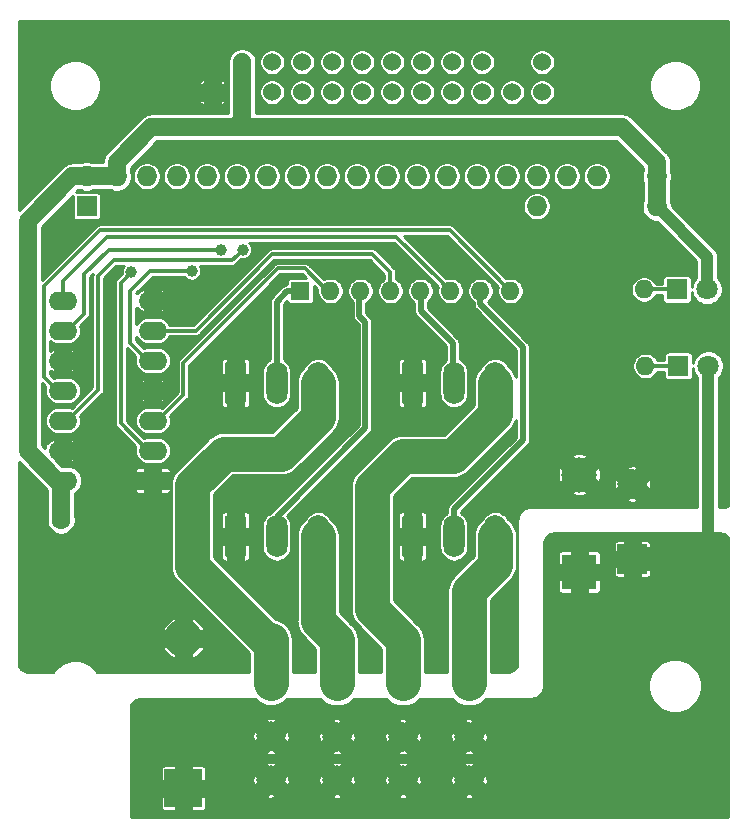
<source format=gbr>
G04 #@! TF.GenerationSoftware,KiCad,Pcbnew,(5.1.12)-1*
G04 #@! TF.CreationDate,2022-01-07T20:10:54-05:00*
G04 #@! TF.ProjectId,Four_Out,466f7572-5f4f-4757-942e-6b696361645f,v4*
G04 #@! TF.SameCoordinates,Original*
G04 #@! TF.FileFunction,Copper,L1,Top*
G04 #@! TF.FilePolarity,Positive*
%FSLAX46Y46*%
G04 Gerber Fmt 4.6, Leading zero omitted, Abs format (unit mm)*
G04 Created by KiCad (PCBNEW (5.1.12)-1) date 2022-01-07 20:10:54*
%MOMM*%
%LPD*%
G01*
G04 APERTURE LIST*
G04 #@! TA.AperFunction,ComponentPad*
%ADD10C,1.530000*%
G04 #@! TD*
G04 #@! TA.AperFunction,ComponentPad*
%ADD11R,1.530000X1.530000*%
G04 #@! TD*
G04 #@! TA.AperFunction,ComponentPad*
%ADD12R,3.000000X3.000000*%
G04 #@! TD*
G04 #@! TA.AperFunction,ComponentPad*
%ADD13C,3.000000*%
G04 #@! TD*
G04 #@! TA.AperFunction,ComponentPad*
%ADD14C,1.600000*%
G04 #@! TD*
G04 #@! TA.AperFunction,ComponentPad*
%ADD15C,2.500000*%
G04 #@! TD*
G04 #@! TA.AperFunction,ComponentPad*
%ADD16R,2.500000X2.500000*%
G04 #@! TD*
G04 #@! TA.AperFunction,ComponentPad*
%ADD17O,2.400000X1.600000*%
G04 #@! TD*
G04 #@! TA.AperFunction,ComponentPad*
%ADD18R,2.400000X1.600000*%
G04 #@! TD*
G04 #@! TA.AperFunction,ComponentPad*
%ADD19O,1.600000X1.600000*%
G04 #@! TD*
G04 #@! TA.AperFunction,ComponentPad*
%ADD20C,1.800000*%
G04 #@! TD*
G04 #@! TA.AperFunction,ComponentPad*
%ADD21R,1.800000X1.800000*%
G04 #@! TD*
G04 #@! TA.AperFunction,ComponentPad*
%ADD22O,1.727200X1.727200*%
G04 #@! TD*
G04 #@! TA.AperFunction,ComponentPad*
%ADD23R,1.727200X1.727200*%
G04 #@! TD*
G04 #@! TA.AperFunction,ComponentPad*
%ADD24O,1.800000X3.600000*%
G04 #@! TD*
G04 #@! TA.AperFunction,ComponentPad*
%ADD25C,2.475000*%
G04 #@! TD*
G04 #@! TA.AperFunction,ComponentPad*
%ADD26O,3.200000X3.200000*%
G04 #@! TD*
G04 #@! TA.AperFunction,ComponentPad*
%ADD27R,3.200000X3.200000*%
G04 #@! TD*
G04 #@! TA.AperFunction,ComponentPad*
%ADD28R,1.600000X1.600000*%
G04 #@! TD*
G04 #@! TA.AperFunction,ViaPad*
%ADD29C,1.000000*%
G04 #@! TD*
G04 #@! TA.AperFunction,Conductor*
%ADD30C,1.000000*%
G04 #@! TD*
G04 #@! TA.AperFunction,Conductor*
%ADD31C,1.500000*%
G04 #@! TD*
G04 #@! TA.AperFunction,Conductor*
%ADD32C,0.350000*%
G04 #@! TD*
G04 #@! TA.AperFunction,Conductor*
%ADD33C,2.000000*%
G04 #@! TD*
G04 #@! TA.AperFunction,Conductor*
%ADD34C,2.999999*%
G04 #@! TD*
G04 #@! TA.AperFunction,Conductor*
%ADD35C,3.000000*%
G04 #@! TD*
G04 #@! TA.AperFunction,Conductor*
%ADD36C,0.500000*%
G04 #@! TD*
G04 #@! TA.AperFunction,Conductor*
%ADD37C,0.254000*%
G04 #@! TD*
G04 #@! TA.AperFunction,Conductor*
%ADD38C,0.100000*%
G04 #@! TD*
G04 APERTURE END LIST*
D10*
X112271000Y-89447800D03*
X112271000Y-91987800D03*
X109731000Y-89447800D03*
X109731000Y-91987800D03*
X107191000Y-89447800D03*
X107191000Y-91987800D03*
X104651000Y-89447800D03*
X104651000Y-91987800D03*
X102111000Y-89447800D03*
X102111000Y-91987800D03*
X99571000Y-89447800D03*
X99571000Y-91987800D03*
X97031000Y-89447800D03*
X97031000Y-91987800D03*
X94491000Y-89447800D03*
X94491000Y-91987800D03*
X91951000Y-89447800D03*
X91951000Y-91987800D03*
X89411000Y-89447800D03*
X89411000Y-91987800D03*
X86871000Y-89447800D03*
X86871000Y-91987800D03*
X84331000Y-89447800D03*
D11*
X84331000Y-91987800D03*
D12*
X115414800Y-132615760D03*
D13*
X115414800Y-124365840D03*
D14*
X76551000Y-128217800D03*
X71551000Y-128217800D03*
D15*
X119901000Y-125167800D03*
D16*
X119901000Y-131517800D03*
D17*
X71681000Y-124867800D03*
X79301000Y-109627800D03*
X71681000Y-122327800D03*
X79301000Y-112167800D03*
X71681000Y-119787800D03*
X79301000Y-114707800D03*
X71681000Y-117247800D03*
X79301000Y-117247800D03*
X71681000Y-114707800D03*
X79301000Y-119787800D03*
X71681000Y-112167800D03*
X79301000Y-122327800D03*
X71681000Y-109627800D03*
D18*
X79301000Y-124867800D03*
D19*
X120895000Y-108691800D03*
D14*
X113275000Y-108691800D03*
D20*
X126341000Y-115167800D03*
D21*
X123801000Y-115167800D03*
D20*
X126229000Y-108691800D03*
D21*
X123689000Y-108691800D03*
D19*
X121021000Y-115167800D03*
D14*
X113401000Y-115167800D03*
D22*
X121981000Y-99117800D03*
X121981000Y-101657800D03*
X119441000Y-99117800D03*
X119441000Y-101657800D03*
X116901000Y-99117800D03*
X116901000Y-101657800D03*
X114361000Y-99117800D03*
X114361000Y-101657800D03*
X111821000Y-99117800D03*
X111821000Y-101657800D03*
X109281000Y-99117800D03*
X109281000Y-101657800D03*
X106741000Y-99117800D03*
X106741000Y-101657800D03*
X104201000Y-99117800D03*
X104201000Y-101657800D03*
X101661000Y-99117800D03*
X101661000Y-101657800D03*
X99121000Y-99117800D03*
X99121000Y-101657800D03*
X96581000Y-99117800D03*
X96581000Y-101657800D03*
X94041000Y-99117800D03*
X94041000Y-101657800D03*
X91501000Y-99117800D03*
X91501000Y-101657800D03*
X88961000Y-99117800D03*
X88961000Y-101657800D03*
X86421000Y-99117800D03*
X86421000Y-101657800D03*
X83881000Y-99117800D03*
X83881000Y-101657800D03*
X81341000Y-99117800D03*
X81341000Y-101657800D03*
X78801000Y-99117800D03*
X78801000Y-101657800D03*
X76261000Y-99117800D03*
X76261000Y-101657800D03*
X73721000Y-99117800D03*
D23*
X73721000Y-101657800D03*
D24*
X108300000Y-116600000D03*
X104800000Y-116600000D03*
G04 #@! TA.AperFunction,ComponentPad*
G36*
G01*
X100400000Y-118150000D02*
X100400000Y-115050000D01*
G75*
G02*
X100650000Y-114800000I250000J0D01*
G01*
X101950000Y-114800000D01*
G75*
G02*
X102200000Y-115050000I0J-250000D01*
G01*
X102200000Y-118150000D01*
G75*
G02*
X101950000Y-118400000I-250000J0D01*
G01*
X100650000Y-118400000D01*
G75*
G02*
X100400000Y-118150000I0J250000D01*
G01*
G37*
G04 #@! TD.AperFunction*
D25*
X100485000Y-138353600D03*
X100485000Y-150253600D03*
X100485000Y-142053600D03*
X100485000Y-146553600D03*
D26*
X81901000Y-138217800D03*
D27*
X81901000Y-150917800D03*
D19*
X109581000Y-108813600D03*
X107041000Y-108813600D03*
X104501000Y-108813600D03*
X101961000Y-108813600D03*
X99421000Y-108813600D03*
X96881000Y-108813600D03*
X94341000Y-108813600D03*
D28*
X91801000Y-108813600D03*
D24*
X108300000Y-129600000D03*
X104800000Y-129600000D03*
G04 #@! TA.AperFunction,ComponentPad*
G36*
G01*
X100400000Y-131150000D02*
X100400000Y-128050000D01*
G75*
G02*
X100650000Y-127800000I250000J0D01*
G01*
X101950000Y-127800000D01*
G75*
G02*
X102200000Y-128050000I0J-250000D01*
G01*
X102200000Y-131150000D01*
G75*
G02*
X101950000Y-131400000I-250000J0D01*
G01*
X100650000Y-131400000D01*
G75*
G02*
X100400000Y-131150000I0J250000D01*
G01*
G37*
G04 #@! TD.AperFunction*
X93300000Y-129600000D03*
X89800000Y-129600000D03*
G04 #@! TA.AperFunction,ComponentPad*
G36*
G01*
X85400000Y-131150000D02*
X85400000Y-128050000D01*
G75*
G02*
X85650000Y-127800000I250000J0D01*
G01*
X86950000Y-127800000D01*
G75*
G02*
X87200000Y-128050000I0J-250000D01*
G01*
X87200000Y-131150000D01*
G75*
G02*
X86950000Y-131400000I-250000J0D01*
G01*
X85650000Y-131400000D01*
G75*
G02*
X85400000Y-131150000I0J250000D01*
G01*
G37*
G04 #@! TD.AperFunction*
X93300000Y-116600000D03*
X89800000Y-116600000D03*
G04 #@! TA.AperFunction,ComponentPad*
G36*
G01*
X85400000Y-118150000D02*
X85400000Y-115050000D01*
G75*
G02*
X85650000Y-114800000I250000J0D01*
G01*
X86950000Y-114800000D01*
G75*
G02*
X87200000Y-115050000I0J-250000D01*
G01*
X87200000Y-118150000D01*
G75*
G02*
X86950000Y-118400000I-250000J0D01*
G01*
X85650000Y-118400000D01*
G75*
G02*
X85400000Y-118150000I0J250000D01*
G01*
G37*
G04 #@! TD.AperFunction*
D25*
X106073000Y-138353600D03*
X106073000Y-150253600D03*
X106073000Y-142053600D03*
X106073000Y-146553600D03*
X94897000Y-138353600D03*
X94897000Y-150253600D03*
X94897000Y-142053600D03*
X94897000Y-146553600D03*
X89309000Y-138338600D03*
X89309000Y-150238600D03*
X89309000Y-142038600D03*
X89309000Y-146538600D03*
D29*
X87101000Y-97117800D03*
X82101000Y-97117800D03*
X90701000Y-97117800D03*
X116101000Y-92017800D03*
X86901013Y-105317800D03*
X85100984Y-105317800D03*
X82601000Y-107117792D03*
X77501000Y-107217800D03*
D30*
X126229000Y-105905800D02*
X126229000Y-108691800D01*
X121981000Y-101657800D02*
X126229000Y-105905800D01*
D31*
X121981000Y-101657800D02*
X121981000Y-99117800D01*
X121981000Y-97896486D02*
X119052314Y-94967800D01*
X121981000Y-99117800D02*
X121981000Y-97896486D01*
X76261000Y-97896486D02*
X76261000Y-99117800D01*
X79189686Y-94967800D02*
X76261000Y-97896486D01*
X73721000Y-99117800D02*
X76261000Y-99117800D01*
X71551000Y-124997800D02*
X71681000Y-124867800D01*
X71551000Y-128217800D02*
X71551000Y-124997800D01*
X71204691Y-124867800D02*
X71681000Y-124867800D01*
X68726010Y-122389119D02*
X71204691Y-124867800D01*
X68726010Y-102891476D02*
X68726010Y-122389119D01*
X73721000Y-99117800D02*
X72499686Y-99117800D01*
X72499686Y-99117800D02*
X68726010Y-102891476D01*
X84331000Y-94947800D02*
X84351000Y-94967800D01*
X84351000Y-94967800D02*
X79189686Y-94967800D01*
X86871000Y-89447800D02*
X86871000Y-91987800D01*
X86871000Y-94347800D02*
X86251000Y-94967800D01*
X86251000Y-94967800D02*
X84351000Y-94967800D01*
X86871000Y-91987800D02*
X86871000Y-94347800D01*
X119052314Y-94967800D02*
X86251000Y-94967800D01*
D32*
X80851000Y-112167800D02*
X79301000Y-112167800D01*
X82951000Y-112167800D02*
X80851000Y-112167800D01*
X89401000Y-105717800D02*
X82951000Y-112167800D01*
X97901000Y-105717800D02*
X89401000Y-105717800D01*
X99421000Y-108813600D02*
X99421000Y-107237800D01*
X99421000Y-107237800D02*
X97901000Y-105717800D01*
X79701000Y-119787800D02*
X79301000Y-119787800D01*
X94076002Y-108813600D02*
X92180202Y-106917800D01*
X94341000Y-108813600D02*
X94076002Y-108813600D01*
X92180202Y-106917800D02*
X89901000Y-106917800D01*
X89901000Y-106917800D02*
X81901000Y-114917800D01*
X81901000Y-114917800D02*
X81901000Y-117587800D01*
X81901000Y-117587800D02*
X79701000Y-119787800D01*
X70105990Y-108412810D02*
X70105990Y-116072790D01*
X70105990Y-116072790D02*
X71281000Y-117247800D01*
X74851011Y-103667789D02*
X70105990Y-108412810D01*
X104435189Y-103667789D02*
X74851011Y-103667789D01*
X109581000Y-108813600D02*
X104435189Y-103667789D01*
X71281000Y-117247800D02*
X71681000Y-117247800D01*
X103701001Y-108013601D02*
X104501000Y-108813600D01*
X99905200Y-104217800D02*
X103701001Y-108013601D01*
X75401000Y-104217800D02*
X99905200Y-104217800D01*
X71681000Y-109627800D02*
X71681000Y-107937800D01*
X71681000Y-107937800D02*
X75401000Y-104217800D01*
D33*
X125301000Y-131517800D02*
X119901000Y-131517800D01*
D30*
X126341000Y-115167800D02*
X126341000Y-130477800D01*
D33*
X126341000Y-130477800D02*
X125301000Y-131517800D01*
D32*
X72081000Y-119787800D02*
X74701000Y-117167800D01*
X86401014Y-105817799D02*
X86901013Y-105317800D01*
X71681000Y-119787800D02*
X72081000Y-119787800D01*
X74701000Y-107517800D02*
X76001000Y-106217800D01*
X76001000Y-106217800D02*
X86001013Y-106217800D01*
X74701000Y-117167800D02*
X74701000Y-107517800D01*
X86001013Y-106217800D02*
X86401014Y-105817799D01*
X84393878Y-105317800D02*
X85100984Y-105317800D01*
X71681000Y-112167800D02*
X72081000Y-112167800D01*
X75601000Y-105317800D02*
X84393878Y-105317800D01*
X73501000Y-107417800D02*
X75601000Y-105317800D01*
X73501000Y-110747800D02*
X73501000Y-107417800D01*
X72081000Y-112167800D02*
X73501000Y-110747800D01*
X81893894Y-107117792D02*
X82601000Y-107117792D01*
X79101008Y-107117792D02*
X81893894Y-107117792D01*
X77401000Y-108817800D02*
X79101008Y-107117792D01*
X77401000Y-113207800D02*
X77401000Y-108817800D01*
X79301000Y-114707800D02*
X78901000Y-114707800D01*
X78901000Y-114707800D02*
X77401000Y-113207800D01*
X78901000Y-122327800D02*
X76601001Y-120027801D01*
X76601001Y-108117799D02*
X77001001Y-107717799D01*
X76601001Y-120027801D02*
X76601001Y-108117799D01*
X77001001Y-107717799D02*
X77501000Y-107217800D01*
X79301000Y-122327800D02*
X78901000Y-122327800D01*
X120895000Y-108691800D02*
X123689000Y-108691800D01*
X123801000Y-115167800D02*
X121021000Y-115167800D01*
D34*
X85300000Y-122600000D02*
X82660000Y-125240000D01*
D35*
X93300000Y-119449000D02*
X93300000Y-116600000D01*
X85300000Y-122600000D02*
X90149000Y-122600000D01*
X90149000Y-122600000D02*
X93300000Y-119449000D01*
X88921800Y-138338600D02*
X89309000Y-138338600D01*
X82660000Y-125240000D02*
X82660000Y-132076800D01*
X82660000Y-132076800D02*
X88921800Y-138338600D01*
X89309000Y-142038600D02*
X89309000Y-138338600D01*
X93300000Y-136756600D02*
X93300000Y-129600000D01*
X94897000Y-138353600D02*
X93300000Y-136756600D01*
X94897000Y-142053600D02*
X94897000Y-138353600D01*
X108300000Y-119226200D02*
X108300000Y-116600000D01*
X104712600Y-122813600D02*
X108300000Y-119226200D01*
X100512600Y-122813600D02*
X104712600Y-122813600D01*
X97885000Y-125441200D02*
X100512600Y-122813600D01*
X100485000Y-138353600D02*
X97885000Y-135753600D01*
X97885000Y-135753600D02*
X97885000Y-125441200D01*
X100485000Y-142053600D02*
X100485000Y-138353600D01*
X106073000Y-134253600D02*
X106073000Y-138353600D01*
X108300000Y-129600000D02*
X108300000Y-132026600D01*
X108300000Y-132026600D02*
X106073000Y-134253600D01*
X106073000Y-138353600D02*
X106073000Y-142053600D01*
D36*
X89800000Y-114300000D02*
X89800000Y-116600000D01*
X89800000Y-109718800D02*
X89800000Y-114300000D01*
X91801000Y-108813600D02*
X90705200Y-108813600D01*
X90705200Y-108813600D02*
X89800000Y-109718800D01*
X96801000Y-108893600D02*
X96881000Y-108813600D01*
X96801000Y-110917800D02*
X96801000Y-108893600D01*
X97301000Y-111417800D02*
X96801000Y-110917800D01*
X97301000Y-120417800D02*
X97301000Y-111417800D01*
X89800000Y-129600000D02*
X89800000Y-127918800D01*
X89800000Y-127918800D02*
X97301000Y-120417800D01*
X104701000Y-116501000D02*
X104800000Y-116600000D01*
X104701000Y-113217800D02*
X104701000Y-116501000D01*
X102001000Y-110517800D02*
X104701000Y-113217800D01*
X101961000Y-108813600D02*
X102001000Y-108853600D01*
X102001000Y-108853600D02*
X102001000Y-110517800D01*
D32*
X104800000Y-128700000D02*
X104800000Y-129600000D01*
D36*
X104800000Y-127300000D02*
X104800000Y-129600000D01*
X104818800Y-127300000D02*
X104800000Y-127300000D01*
X110641488Y-121477312D02*
X104818800Y-127300000D01*
X110641488Y-113558288D02*
X110641488Y-121477312D01*
X107041000Y-108813600D02*
X107041000Y-109957800D01*
X107041000Y-109957800D02*
X110641488Y-113558288D01*
D37*
X127471189Y-129362176D02*
X127634850Y-129411822D01*
X127785672Y-129492438D01*
X127917870Y-129600930D01*
X128005000Y-129707099D01*
X128005000Y-153317800D01*
X77438463Y-153317800D01*
X77428000Y-153211566D01*
X77428000Y-152517800D01*
X79972418Y-152517800D01*
X79978732Y-152581903D01*
X79997430Y-152643543D01*
X80027794Y-152700350D01*
X80068657Y-152750143D01*
X80118450Y-152791006D01*
X80175257Y-152821370D01*
X80236897Y-152840068D01*
X80301000Y-152846382D01*
X81196250Y-152844800D01*
X81278000Y-152763050D01*
X81278000Y-151540800D01*
X82524000Y-151540800D01*
X82524000Y-152763050D01*
X82605750Y-152844800D01*
X83501000Y-152846382D01*
X83565103Y-152840068D01*
X83626743Y-152821370D01*
X83683550Y-152791006D01*
X83733343Y-152750143D01*
X83774206Y-152700350D01*
X83804570Y-152643543D01*
X83823268Y-152581903D01*
X83829582Y-152517800D01*
X83828025Y-151636448D01*
X88792207Y-151636448D01*
X88964635Y-151772489D01*
X89270499Y-151810198D01*
X89577842Y-151787512D01*
X89653365Y-151772489D01*
X89806780Y-151651448D01*
X94380207Y-151651448D01*
X94552635Y-151787489D01*
X94858499Y-151825198D01*
X95165842Y-151802512D01*
X95241365Y-151787489D01*
X95413793Y-151651448D01*
X99968207Y-151651448D01*
X100140635Y-151787489D01*
X100446499Y-151825198D01*
X100753842Y-151802512D01*
X100829365Y-151787489D01*
X101001793Y-151651448D01*
X105556207Y-151651448D01*
X105728635Y-151787489D01*
X106034499Y-151825198D01*
X106341842Y-151802512D01*
X106417365Y-151787489D01*
X106589793Y-151651448D01*
X106073000Y-151134655D01*
X105556207Y-151651448D01*
X101001793Y-151651448D01*
X100485000Y-151134655D01*
X99968207Y-151651448D01*
X95413793Y-151651448D01*
X94897000Y-151134655D01*
X94380207Y-151651448D01*
X89806780Y-151651448D01*
X89825793Y-151636448D01*
X89309000Y-151119655D01*
X88792207Y-151636448D01*
X83828025Y-151636448D01*
X83828000Y-151622550D01*
X83746250Y-151540800D01*
X82524000Y-151540800D01*
X81278000Y-151540800D01*
X80055750Y-151540800D01*
X79974000Y-151622550D01*
X79972418Y-152517800D01*
X77428000Y-152517800D01*
X77428000Y-149317800D01*
X79972418Y-149317800D01*
X79974000Y-150213050D01*
X80055750Y-150294800D01*
X81278000Y-150294800D01*
X81278000Y-149072550D01*
X82524000Y-149072550D01*
X82524000Y-150294800D01*
X83746250Y-150294800D01*
X83828000Y-150213050D01*
X83828022Y-150200099D01*
X87737402Y-150200099D01*
X87760088Y-150507442D01*
X87775111Y-150582965D01*
X87911152Y-150755393D01*
X88427945Y-150238600D01*
X90190055Y-150238600D01*
X90706848Y-150755393D01*
X90842889Y-150582965D01*
X90880598Y-150277101D01*
X90876022Y-150215099D01*
X93325402Y-150215099D01*
X93348088Y-150522442D01*
X93363111Y-150597965D01*
X93499152Y-150770393D01*
X94015945Y-150253600D01*
X95778055Y-150253600D01*
X96294848Y-150770393D01*
X96430889Y-150597965D01*
X96468598Y-150292101D01*
X96462915Y-150215099D01*
X98913402Y-150215099D01*
X98936088Y-150522442D01*
X98951111Y-150597965D01*
X99087152Y-150770393D01*
X99603945Y-150253600D01*
X101366055Y-150253600D01*
X101882848Y-150770393D01*
X102018889Y-150597965D01*
X102056598Y-150292101D01*
X102050915Y-150215099D01*
X104501402Y-150215099D01*
X104524088Y-150522442D01*
X104539111Y-150597965D01*
X104675152Y-150770393D01*
X105191945Y-150253600D01*
X106954055Y-150253600D01*
X107470848Y-150770393D01*
X107606889Y-150597965D01*
X107644598Y-150292101D01*
X107621912Y-149984758D01*
X107606889Y-149909235D01*
X107470848Y-149736807D01*
X106954055Y-150253600D01*
X105191945Y-150253600D01*
X104675152Y-149736807D01*
X104539111Y-149909235D01*
X104501402Y-150215099D01*
X102050915Y-150215099D01*
X102033912Y-149984758D01*
X102018889Y-149909235D01*
X101882848Y-149736807D01*
X101366055Y-150253600D01*
X99603945Y-150253600D01*
X99087152Y-149736807D01*
X98951111Y-149909235D01*
X98913402Y-150215099D01*
X96462915Y-150215099D01*
X96445912Y-149984758D01*
X96430889Y-149909235D01*
X96294848Y-149736807D01*
X95778055Y-150253600D01*
X94015945Y-150253600D01*
X93499152Y-149736807D01*
X93363111Y-149909235D01*
X93325402Y-150215099D01*
X90876022Y-150215099D01*
X90857912Y-149969758D01*
X90842889Y-149894235D01*
X90706848Y-149721807D01*
X90190055Y-150238600D01*
X88427945Y-150238600D01*
X87911152Y-149721807D01*
X87775111Y-149894235D01*
X87737402Y-150200099D01*
X83828022Y-150200099D01*
X83829582Y-149317800D01*
X83823268Y-149253697D01*
X83804570Y-149192057D01*
X83774206Y-149135250D01*
X83733343Y-149085457D01*
X83683550Y-149044594D01*
X83626743Y-149014230D01*
X83565103Y-148995532D01*
X83501000Y-148989218D01*
X82605750Y-148990800D01*
X82524000Y-149072550D01*
X81278000Y-149072550D01*
X81196250Y-148990800D01*
X80301000Y-148989218D01*
X80236897Y-148995532D01*
X80175257Y-149014230D01*
X80118450Y-149044594D01*
X80068657Y-149085457D01*
X80027794Y-149135250D01*
X79997430Y-149192057D01*
X79978732Y-149253697D01*
X79972418Y-149317800D01*
X77428000Y-149317800D01*
X77428000Y-148840752D01*
X88792207Y-148840752D01*
X89309000Y-149357545D01*
X89810793Y-148855752D01*
X94380207Y-148855752D01*
X94897000Y-149372545D01*
X95413793Y-148855752D01*
X99968207Y-148855752D01*
X100485000Y-149372545D01*
X101001793Y-148855752D01*
X105556207Y-148855752D01*
X106073000Y-149372545D01*
X106589793Y-148855752D01*
X106417365Y-148719711D01*
X106111501Y-148682002D01*
X105804158Y-148704688D01*
X105728635Y-148719711D01*
X105556207Y-148855752D01*
X101001793Y-148855752D01*
X100829365Y-148719711D01*
X100523501Y-148682002D01*
X100216158Y-148704688D01*
X100140635Y-148719711D01*
X99968207Y-148855752D01*
X95413793Y-148855752D01*
X95241365Y-148719711D01*
X94935501Y-148682002D01*
X94628158Y-148704688D01*
X94552635Y-148719711D01*
X94380207Y-148855752D01*
X89810793Y-148855752D01*
X89825793Y-148840752D01*
X89653365Y-148704711D01*
X89347501Y-148667002D01*
X89040158Y-148689688D01*
X88964635Y-148704711D01*
X88792207Y-148840752D01*
X77428000Y-148840752D01*
X77428000Y-147936448D01*
X88792207Y-147936448D01*
X88964635Y-148072489D01*
X89270499Y-148110198D01*
X89577842Y-148087512D01*
X89653365Y-148072489D01*
X89806780Y-147951448D01*
X94380207Y-147951448D01*
X94552635Y-148087489D01*
X94858499Y-148125198D01*
X95165842Y-148102512D01*
X95241365Y-148087489D01*
X95413793Y-147951448D01*
X99968207Y-147951448D01*
X100140635Y-148087489D01*
X100446499Y-148125198D01*
X100753842Y-148102512D01*
X100829365Y-148087489D01*
X101001793Y-147951448D01*
X105556207Y-147951448D01*
X105728635Y-148087489D01*
X106034499Y-148125198D01*
X106341842Y-148102512D01*
X106417365Y-148087489D01*
X106589793Y-147951448D01*
X106073000Y-147434655D01*
X105556207Y-147951448D01*
X101001793Y-147951448D01*
X100485000Y-147434655D01*
X99968207Y-147951448D01*
X95413793Y-147951448D01*
X94897000Y-147434655D01*
X94380207Y-147951448D01*
X89806780Y-147951448D01*
X89825793Y-147936448D01*
X89309000Y-147419655D01*
X88792207Y-147936448D01*
X77428000Y-147936448D01*
X77428000Y-146500099D01*
X87737402Y-146500099D01*
X87760088Y-146807442D01*
X87775111Y-146882965D01*
X87911152Y-147055393D01*
X88427945Y-146538600D01*
X90190055Y-146538600D01*
X90706848Y-147055393D01*
X90842889Y-146882965D01*
X90880598Y-146577101D01*
X90876022Y-146515099D01*
X93325402Y-146515099D01*
X93348088Y-146822442D01*
X93363111Y-146897965D01*
X93499152Y-147070393D01*
X94015945Y-146553600D01*
X95778055Y-146553600D01*
X96294848Y-147070393D01*
X96430889Y-146897965D01*
X96468598Y-146592101D01*
X96462915Y-146515099D01*
X98913402Y-146515099D01*
X98936088Y-146822442D01*
X98951111Y-146897965D01*
X99087152Y-147070393D01*
X99603945Y-146553600D01*
X101366055Y-146553600D01*
X101882848Y-147070393D01*
X102018889Y-146897965D01*
X102056598Y-146592101D01*
X102050915Y-146515099D01*
X104501402Y-146515099D01*
X104524088Y-146822442D01*
X104539111Y-146897965D01*
X104675152Y-147070393D01*
X105191945Y-146553600D01*
X106954055Y-146553600D01*
X107470848Y-147070393D01*
X107606889Y-146897965D01*
X107644598Y-146592101D01*
X107621912Y-146284758D01*
X107606889Y-146209235D01*
X107470848Y-146036807D01*
X106954055Y-146553600D01*
X105191945Y-146553600D01*
X104675152Y-146036807D01*
X104539111Y-146209235D01*
X104501402Y-146515099D01*
X102050915Y-146515099D01*
X102033912Y-146284758D01*
X102018889Y-146209235D01*
X101882848Y-146036807D01*
X101366055Y-146553600D01*
X99603945Y-146553600D01*
X99087152Y-146036807D01*
X98951111Y-146209235D01*
X98913402Y-146515099D01*
X96462915Y-146515099D01*
X96445912Y-146284758D01*
X96430889Y-146209235D01*
X96294848Y-146036807D01*
X95778055Y-146553600D01*
X94015945Y-146553600D01*
X93499152Y-146036807D01*
X93363111Y-146209235D01*
X93325402Y-146515099D01*
X90876022Y-146515099D01*
X90857912Y-146269758D01*
X90842889Y-146194235D01*
X90706848Y-146021807D01*
X90190055Y-146538600D01*
X88427945Y-146538600D01*
X87911152Y-146021807D01*
X87775111Y-146194235D01*
X87737402Y-146500099D01*
X77428000Y-146500099D01*
X77428000Y-145140752D01*
X88792207Y-145140752D01*
X89309000Y-145657545D01*
X89810793Y-145155752D01*
X94380207Y-145155752D01*
X94897000Y-145672545D01*
X95413793Y-145155752D01*
X99968207Y-145155752D01*
X100485000Y-145672545D01*
X101001793Y-145155752D01*
X105556207Y-145155752D01*
X106073000Y-145672545D01*
X106589793Y-145155752D01*
X106417365Y-145019711D01*
X106111501Y-144982002D01*
X105804158Y-145004688D01*
X105728635Y-145019711D01*
X105556207Y-145155752D01*
X101001793Y-145155752D01*
X100829365Y-145019711D01*
X100523501Y-144982002D01*
X100216158Y-145004688D01*
X100140635Y-145019711D01*
X99968207Y-145155752D01*
X95413793Y-145155752D01*
X95241365Y-145019711D01*
X94935501Y-144982002D01*
X94628158Y-145004688D01*
X94552635Y-145019711D01*
X94380207Y-145155752D01*
X89810793Y-145155752D01*
X89825793Y-145140752D01*
X89653365Y-145004711D01*
X89347501Y-144967002D01*
X89040158Y-144989688D01*
X88964635Y-145004711D01*
X88792207Y-145140752D01*
X77428000Y-145140752D01*
X77428000Y-144224034D01*
X77445376Y-144047611D01*
X77495022Y-143883950D01*
X77575638Y-143733128D01*
X77684130Y-143600930D01*
X77816328Y-143492438D01*
X77967150Y-143411822D01*
X78130811Y-143362176D01*
X78307234Y-143344800D01*
X87888121Y-143344800D01*
X87939813Y-143407787D01*
X88233237Y-143648594D01*
X88568001Y-143827529D01*
X88931242Y-143937717D01*
X89309000Y-143974923D01*
X89686757Y-143937717D01*
X90049998Y-143827529D01*
X90384763Y-143648594D01*
X90678187Y-143407787D01*
X90729879Y-143344800D01*
X93463811Y-143344800D01*
X93527813Y-143422787D01*
X93821237Y-143663594D01*
X94156001Y-143842529D01*
X94519242Y-143952717D01*
X94897000Y-143989923D01*
X95274757Y-143952717D01*
X95637998Y-143842529D01*
X95972763Y-143663594D01*
X96266187Y-143422787D01*
X96330189Y-143344800D01*
X99051811Y-143344800D01*
X99115813Y-143422787D01*
X99409237Y-143663594D01*
X99744001Y-143842529D01*
X100107242Y-143952717D01*
X100485000Y-143989923D01*
X100862757Y-143952717D01*
X101225998Y-143842529D01*
X101560763Y-143663594D01*
X101854187Y-143422787D01*
X101918189Y-143344800D01*
X104639812Y-143344800D01*
X104703814Y-143422787D01*
X104997238Y-143663594D01*
X105332002Y-143842529D01*
X105695243Y-143952717D01*
X106073000Y-143989923D01*
X106450758Y-143952717D01*
X106813999Y-143842529D01*
X107148763Y-143663594D01*
X107442187Y-143422787D01*
X107506189Y-143344800D01*
X111301000Y-143344800D01*
X111313448Y-143344188D01*
X111508538Y-143324973D01*
X111532956Y-143320117D01*
X111720549Y-143263212D01*
X111743550Y-143253684D01*
X111916437Y-143161274D01*
X111937138Y-143147442D01*
X112088675Y-143023079D01*
X112106279Y-143005475D01*
X112230642Y-142853938D01*
X112244474Y-142833237D01*
X112336884Y-142660350D01*
X112346412Y-142637349D01*
X112403317Y-142449756D01*
X112408173Y-142425338D01*
X112427388Y-142230248D01*
X112428000Y-142217800D01*
X112428000Y-142015535D01*
X121254000Y-142015535D01*
X121254000Y-142464065D01*
X121341504Y-142903976D01*
X121513149Y-143318364D01*
X121762339Y-143691303D01*
X122079497Y-144008461D01*
X122452436Y-144257651D01*
X122866824Y-144429296D01*
X123306735Y-144516800D01*
X123755265Y-144516800D01*
X124195176Y-144429296D01*
X124609564Y-144257651D01*
X124982503Y-144008461D01*
X125299661Y-143691303D01*
X125548851Y-143318364D01*
X125720496Y-142903976D01*
X125808000Y-142464065D01*
X125808000Y-142015535D01*
X125720496Y-141575624D01*
X125548851Y-141161236D01*
X125299661Y-140788297D01*
X124982503Y-140471139D01*
X124609564Y-140221949D01*
X124195176Y-140050304D01*
X123755265Y-139962800D01*
X123306735Y-139962800D01*
X122866824Y-140050304D01*
X122452436Y-140221949D01*
X122079497Y-140471139D01*
X121762339Y-140788297D01*
X121513149Y-141161236D01*
X121341504Y-141575624D01*
X121254000Y-142015535D01*
X112428000Y-142015535D01*
X112428000Y-134115760D01*
X113586218Y-134115760D01*
X113592532Y-134179863D01*
X113611230Y-134241503D01*
X113641594Y-134298310D01*
X113682457Y-134348103D01*
X113732250Y-134388966D01*
X113789057Y-134419330D01*
X113850697Y-134438028D01*
X113914800Y-134444342D01*
X114710050Y-134442760D01*
X114791800Y-134361010D01*
X114791800Y-133238760D01*
X116037800Y-133238760D01*
X116037800Y-134361010D01*
X116119550Y-134442760D01*
X116914800Y-134444342D01*
X116978903Y-134438028D01*
X117040543Y-134419330D01*
X117097350Y-134388966D01*
X117147143Y-134348103D01*
X117188006Y-134298310D01*
X117218370Y-134241503D01*
X117237068Y-134179863D01*
X117243382Y-134115760D01*
X117241800Y-133320510D01*
X117160050Y-133238760D01*
X116037800Y-133238760D01*
X114791800Y-133238760D01*
X113669550Y-133238760D01*
X113587800Y-133320510D01*
X113586218Y-134115760D01*
X112428000Y-134115760D01*
X112428000Y-132767800D01*
X118322418Y-132767800D01*
X118328732Y-132831903D01*
X118347430Y-132893543D01*
X118377794Y-132950350D01*
X118418657Y-133000143D01*
X118468450Y-133041006D01*
X118525257Y-133071370D01*
X118586897Y-133090068D01*
X118651000Y-133096382D01*
X119196250Y-133094800D01*
X119278000Y-133013050D01*
X119278000Y-132140800D01*
X120524000Y-132140800D01*
X120524000Y-133013050D01*
X120605750Y-133094800D01*
X121151000Y-133096382D01*
X121215103Y-133090068D01*
X121276743Y-133071370D01*
X121333550Y-133041006D01*
X121383343Y-133000143D01*
X121424206Y-132950350D01*
X121454570Y-132893543D01*
X121473268Y-132831903D01*
X121479582Y-132767800D01*
X121478000Y-132222550D01*
X121396250Y-132140800D01*
X120524000Y-132140800D01*
X119278000Y-132140800D01*
X118405750Y-132140800D01*
X118324000Y-132222550D01*
X118322418Y-132767800D01*
X112428000Y-132767800D01*
X112428000Y-131115760D01*
X113586218Y-131115760D01*
X113587800Y-131911010D01*
X113669550Y-131992760D01*
X114791800Y-131992760D01*
X114791800Y-130870510D01*
X116037800Y-130870510D01*
X116037800Y-131992760D01*
X117160050Y-131992760D01*
X117241800Y-131911010D01*
X117243382Y-131115760D01*
X117237068Y-131051657D01*
X117218370Y-130990017D01*
X117188006Y-130933210D01*
X117147143Y-130883417D01*
X117097350Y-130842554D01*
X117040543Y-130812190D01*
X116978903Y-130793492D01*
X116914800Y-130787178D01*
X116119550Y-130788760D01*
X116037800Y-130870510D01*
X114791800Y-130870510D01*
X114710050Y-130788760D01*
X113914800Y-130787178D01*
X113850697Y-130793492D01*
X113789057Y-130812190D01*
X113732250Y-130842554D01*
X113682457Y-130883417D01*
X113641594Y-130933210D01*
X113611230Y-130990017D01*
X113592532Y-131051657D01*
X113586218Y-131115760D01*
X112428000Y-131115760D01*
X112428000Y-130267800D01*
X118322418Y-130267800D01*
X118324000Y-130813050D01*
X118405750Y-130894800D01*
X119278000Y-130894800D01*
X119278000Y-130022550D01*
X120524000Y-130022550D01*
X120524000Y-130894800D01*
X121396250Y-130894800D01*
X121478000Y-130813050D01*
X121479582Y-130267800D01*
X121473268Y-130203697D01*
X121454570Y-130142057D01*
X121424206Y-130085250D01*
X121383343Y-130035457D01*
X121333550Y-129994594D01*
X121276743Y-129964230D01*
X121215103Y-129945532D01*
X121151000Y-129939218D01*
X120605750Y-129940800D01*
X120524000Y-130022550D01*
X119278000Y-130022550D01*
X119196250Y-129940800D01*
X118651000Y-129939218D01*
X118586897Y-129945532D01*
X118525257Y-129964230D01*
X118468450Y-129994594D01*
X118418657Y-130035457D01*
X118377794Y-130085250D01*
X118347430Y-130142057D01*
X118328732Y-130203697D01*
X118322418Y-130267800D01*
X112428000Y-130267800D01*
X112428000Y-130224034D01*
X112445376Y-130047611D01*
X112495022Y-129883950D01*
X112575638Y-129733128D01*
X112684130Y-129600930D01*
X112816328Y-129492438D01*
X112967150Y-129411822D01*
X113130811Y-129362176D01*
X113307234Y-129344800D01*
X127294766Y-129344800D01*
X127471189Y-129362176D01*
G04 #@! TA.AperFunction,Conductor*
D38*
G36*
X127471189Y-129362176D02*
G01*
X127634850Y-129411822D01*
X127785672Y-129492438D01*
X127917870Y-129600930D01*
X128005000Y-129707099D01*
X128005000Y-153317800D01*
X77438463Y-153317800D01*
X77428000Y-153211566D01*
X77428000Y-152517800D01*
X79972418Y-152517800D01*
X79978732Y-152581903D01*
X79997430Y-152643543D01*
X80027794Y-152700350D01*
X80068657Y-152750143D01*
X80118450Y-152791006D01*
X80175257Y-152821370D01*
X80236897Y-152840068D01*
X80301000Y-152846382D01*
X81196250Y-152844800D01*
X81278000Y-152763050D01*
X81278000Y-151540800D01*
X82524000Y-151540800D01*
X82524000Y-152763050D01*
X82605750Y-152844800D01*
X83501000Y-152846382D01*
X83565103Y-152840068D01*
X83626743Y-152821370D01*
X83683550Y-152791006D01*
X83733343Y-152750143D01*
X83774206Y-152700350D01*
X83804570Y-152643543D01*
X83823268Y-152581903D01*
X83829582Y-152517800D01*
X83828025Y-151636448D01*
X88792207Y-151636448D01*
X88964635Y-151772489D01*
X89270499Y-151810198D01*
X89577842Y-151787512D01*
X89653365Y-151772489D01*
X89806780Y-151651448D01*
X94380207Y-151651448D01*
X94552635Y-151787489D01*
X94858499Y-151825198D01*
X95165842Y-151802512D01*
X95241365Y-151787489D01*
X95413793Y-151651448D01*
X99968207Y-151651448D01*
X100140635Y-151787489D01*
X100446499Y-151825198D01*
X100753842Y-151802512D01*
X100829365Y-151787489D01*
X101001793Y-151651448D01*
X105556207Y-151651448D01*
X105728635Y-151787489D01*
X106034499Y-151825198D01*
X106341842Y-151802512D01*
X106417365Y-151787489D01*
X106589793Y-151651448D01*
X106073000Y-151134655D01*
X105556207Y-151651448D01*
X101001793Y-151651448D01*
X100485000Y-151134655D01*
X99968207Y-151651448D01*
X95413793Y-151651448D01*
X94897000Y-151134655D01*
X94380207Y-151651448D01*
X89806780Y-151651448D01*
X89825793Y-151636448D01*
X89309000Y-151119655D01*
X88792207Y-151636448D01*
X83828025Y-151636448D01*
X83828000Y-151622550D01*
X83746250Y-151540800D01*
X82524000Y-151540800D01*
X81278000Y-151540800D01*
X80055750Y-151540800D01*
X79974000Y-151622550D01*
X79972418Y-152517800D01*
X77428000Y-152517800D01*
X77428000Y-149317800D01*
X79972418Y-149317800D01*
X79974000Y-150213050D01*
X80055750Y-150294800D01*
X81278000Y-150294800D01*
X81278000Y-149072550D01*
X82524000Y-149072550D01*
X82524000Y-150294800D01*
X83746250Y-150294800D01*
X83828000Y-150213050D01*
X83828022Y-150200099D01*
X87737402Y-150200099D01*
X87760088Y-150507442D01*
X87775111Y-150582965D01*
X87911152Y-150755393D01*
X88427945Y-150238600D01*
X90190055Y-150238600D01*
X90706848Y-150755393D01*
X90842889Y-150582965D01*
X90880598Y-150277101D01*
X90876022Y-150215099D01*
X93325402Y-150215099D01*
X93348088Y-150522442D01*
X93363111Y-150597965D01*
X93499152Y-150770393D01*
X94015945Y-150253600D01*
X95778055Y-150253600D01*
X96294848Y-150770393D01*
X96430889Y-150597965D01*
X96468598Y-150292101D01*
X96462915Y-150215099D01*
X98913402Y-150215099D01*
X98936088Y-150522442D01*
X98951111Y-150597965D01*
X99087152Y-150770393D01*
X99603945Y-150253600D01*
X101366055Y-150253600D01*
X101882848Y-150770393D01*
X102018889Y-150597965D01*
X102056598Y-150292101D01*
X102050915Y-150215099D01*
X104501402Y-150215099D01*
X104524088Y-150522442D01*
X104539111Y-150597965D01*
X104675152Y-150770393D01*
X105191945Y-150253600D01*
X106954055Y-150253600D01*
X107470848Y-150770393D01*
X107606889Y-150597965D01*
X107644598Y-150292101D01*
X107621912Y-149984758D01*
X107606889Y-149909235D01*
X107470848Y-149736807D01*
X106954055Y-150253600D01*
X105191945Y-150253600D01*
X104675152Y-149736807D01*
X104539111Y-149909235D01*
X104501402Y-150215099D01*
X102050915Y-150215099D01*
X102033912Y-149984758D01*
X102018889Y-149909235D01*
X101882848Y-149736807D01*
X101366055Y-150253600D01*
X99603945Y-150253600D01*
X99087152Y-149736807D01*
X98951111Y-149909235D01*
X98913402Y-150215099D01*
X96462915Y-150215099D01*
X96445912Y-149984758D01*
X96430889Y-149909235D01*
X96294848Y-149736807D01*
X95778055Y-150253600D01*
X94015945Y-150253600D01*
X93499152Y-149736807D01*
X93363111Y-149909235D01*
X93325402Y-150215099D01*
X90876022Y-150215099D01*
X90857912Y-149969758D01*
X90842889Y-149894235D01*
X90706848Y-149721807D01*
X90190055Y-150238600D01*
X88427945Y-150238600D01*
X87911152Y-149721807D01*
X87775111Y-149894235D01*
X87737402Y-150200099D01*
X83828022Y-150200099D01*
X83829582Y-149317800D01*
X83823268Y-149253697D01*
X83804570Y-149192057D01*
X83774206Y-149135250D01*
X83733343Y-149085457D01*
X83683550Y-149044594D01*
X83626743Y-149014230D01*
X83565103Y-148995532D01*
X83501000Y-148989218D01*
X82605750Y-148990800D01*
X82524000Y-149072550D01*
X81278000Y-149072550D01*
X81196250Y-148990800D01*
X80301000Y-148989218D01*
X80236897Y-148995532D01*
X80175257Y-149014230D01*
X80118450Y-149044594D01*
X80068657Y-149085457D01*
X80027794Y-149135250D01*
X79997430Y-149192057D01*
X79978732Y-149253697D01*
X79972418Y-149317800D01*
X77428000Y-149317800D01*
X77428000Y-148840752D01*
X88792207Y-148840752D01*
X89309000Y-149357545D01*
X89810793Y-148855752D01*
X94380207Y-148855752D01*
X94897000Y-149372545D01*
X95413793Y-148855752D01*
X99968207Y-148855752D01*
X100485000Y-149372545D01*
X101001793Y-148855752D01*
X105556207Y-148855752D01*
X106073000Y-149372545D01*
X106589793Y-148855752D01*
X106417365Y-148719711D01*
X106111501Y-148682002D01*
X105804158Y-148704688D01*
X105728635Y-148719711D01*
X105556207Y-148855752D01*
X101001793Y-148855752D01*
X100829365Y-148719711D01*
X100523501Y-148682002D01*
X100216158Y-148704688D01*
X100140635Y-148719711D01*
X99968207Y-148855752D01*
X95413793Y-148855752D01*
X95241365Y-148719711D01*
X94935501Y-148682002D01*
X94628158Y-148704688D01*
X94552635Y-148719711D01*
X94380207Y-148855752D01*
X89810793Y-148855752D01*
X89825793Y-148840752D01*
X89653365Y-148704711D01*
X89347501Y-148667002D01*
X89040158Y-148689688D01*
X88964635Y-148704711D01*
X88792207Y-148840752D01*
X77428000Y-148840752D01*
X77428000Y-147936448D01*
X88792207Y-147936448D01*
X88964635Y-148072489D01*
X89270499Y-148110198D01*
X89577842Y-148087512D01*
X89653365Y-148072489D01*
X89806780Y-147951448D01*
X94380207Y-147951448D01*
X94552635Y-148087489D01*
X94858499Y-148125198D01*
X95165842Y-148102512D01*
X95241365Y-148087489D01*
X95413793Y-147951448D01*
X99968207Y-147951448D01*
X100140635Y-148087489D01*
X100446499Y-148125198D01*
X100753842Y-148102512D01*
X100829365Y-148087489D01*
X101001793Y-147951448D01*
X105556207Y-147951448D01*
X105728635Y-148087489D01*
X106034499Y-148125198D01*
X106341842Y-148102512D01*
X106417365Y-148087489D01*
X106589793Y-147951448D01*
X106073000Y-147434655D01*
X105556207Y-147951448D01*
X101001793Y-147951448D01*
X100485000Y-147434655D01*
X99968207Y-147951448D01*
X95413793Y-147951448D01*
X94897000Y-147434655D01*
X94380207Y-147951448D01*
X89806780Y-147951448D01*
X89825793Y-147936448D01*
X89309000Y-147419655D01*
X88792207Y-147936448D01*
X77428000Y-147936448D01*
X77428000Y-146500099D01*
X87737402Y-146500099D01*
X87760088Y-146807442D01*
X87775111Y-146882965D01*
X87911152Y-147055393D01*
X88427945Y-146538600D01*
X90190055Y-146538600D01*
X90706848Y-147055393D01*
X90842889Y-146882965D01*
X90880598Y-146577101D01*
X90876022Y-146515099D01*
X93325402Y-146515099D01*
X93348088Y-146822442D01*
X93363111Y-146897965D01*
X93499152Y-147070393D01*
X94015945Y-146553600D01*
X95778055Y-146553600D01*
X96294848Y-147070393D01*
X96430889Y-146897965D01*
X96468598Y-146592101D01*
X96462915Y-146515099D01*
X98913402Y-146515099D01*
X98936088Y-146822442D01*
X98951111Y-146897965D01*
X99087152Y-147070393D01*
X99603945Y-146553600D01*
X101366055Y-146553600D01*
X101882848Y-147070393D01*
X102018889Y-146897965D01*
X102056598Y-146592101D01*
X102050915Y-146515099D01*
X104501402Y-146515099D01*
X104524088Y-146822442D01*
X104539111Y-146897965D01*
X104675152Y-147070393D01*
X105191945Y-146553600D01*
X106954055Y-146553600D01*
X107470848Y-147070393D01*
X107606889Y-146897965D01*
X107644598Y-146592101D01*
X107621912Y-146284758D01*
X107606889Y-146209235D01*
X107470848Y-146036807D01*
X106954055Y-146553600D01*
X105191945Y-146553600D01*
X104675152Y-146036807D01*
X104539111Y-146209235D01*
X104501402Y-146515099D01*
X102050915Y-146515099D01*
X102033912Y-146284758D01*
X102018889Y-146209235D01*
X101882848Y-146036807D01*
X101366055Y-146553600D01*
X99603945Y-146553600D01*
X99087152Y-146036807D01*
X98951111Y-146209235D01*
X98913402Y-146515099D01*
X96462915Y-146515099D01*
X96445912Y-146284758D01*
X96430889Y-146209235D01*
X96294848Y-146036807D01*
X95778055Y-146553600D01*
X94015945Y-146553600D01*
X93499152Y-146036807D01*
X93363111Y-146209235D01*
X93325402Y-146515099D01*
X90876022Y-146515099D01*
X90857912Y-146269758D01*
X90842889Y-146194235D01*
X90706848Y-146021807D01*
X90190055Y-146538600D01*
X88427945Y-146538600D01*
X87911152Y-146021807D01*
X87775111Y-146194235D01*
X87737402Y-146500099D01*
X77428000Y-146500099D01*
X77428000Y-145140752D01*
X88792207Y-145140752D01*
X89309000Y-145657545D01*
X89810793Y-145155752D01*
X94380207Y-145155752D01*
X94897000Y-145672545D01*
X95413793Y-145155752D01*
X99968207Y-145155752D01*
X100485000Y-145672545D01*
X101001793Y-145155752D01*
X105556207Y-145155752D01*
X106073000Y-145672545D01*
X106589793Y-145155752D01*
X106417365Y-145019711D01*
X106111501Y-144982002D01*
X105804158Y-145004688D01*
X105728635Y-145019711D01*
X105556207Y-145155752D01*
X101001793Y-145155752D01*
X100829365Y-145019711D01*
X100523501Y-144982002D01*
X100216158Y-145004688D01*
X100140635Y-145019711D01*
X99968207Y-145155752D01*
X95413793Y-145155752D01*
X95241365Y-145019711D01*
X94935501Y-144982002D01*
X94628158Y-145004688D01*
X94552635Y-145019711D01*
X94380207Y-145155752D01*
X89810793Y-145155752D01*
X89825793Y-145140752D01*
X89653365Y-145004711D01*
X89347501Y-144967002D01*
X89040158Y-144989688D01*
X88964635Y-145004711D01*
X88792207Y-145140752D01*
X77428000Y-145140752D01*
X77428000Y-144224034D01*
X77445376Y-144047611D01*
X77495022Y-143883950D01*
X77575638Y-143733128D01*
X77684130Y-143600930D01*
X77816328Y-143492438D01*
X77967150Y-143411822D01*
X78130811Y-143362176D01*
X78307234Y-143344800D01*
X87888121Y-143344800D01*
X87939813Y-143407787D01*
X88233237Y-143648594D01*
X88568001Y-143827529D01*
X88931242Y-143937717D01*
X89309000Y-143974923D01*
X89686757Y-143937717D01*
X90049998Y-143827529D01*
X90384763Y-143648594D01*
X90678187Y-143407787D01*
X90729879Y-143344800D01*
X93463811Y-143344800D01*
X93527813Y-143422787D01*
X93821237Y-143663594D01*
X94156001Y-143842529D01*
X94519242Y-143952717D01*
X94897000Y-143989923D01*
X95274757Y-143952717D01*
X95637998Y-143842529D01*
X95972763Y-143663594D01*
X96266187Y-143422787D01*
X96330189Y-143344800D01*
X99051811Y-143344800D01*
X99115813Y-143422787D01*
X99409237Y-143663594D01*
X99744001Y-143842529D01*
X100107242Y-143952717D01*
X100485000Y-143989923D01*
X100862757Y-143952717D01*
X101225998Y-143842529D01*
X101560763Y-143663594D01*
X101854187Y-143422787D01*
X101918189Y-143344800D01*
X104639812Y-143344800D01*
X104703814Y-143422787D01*
X104997238Y-143663594D01*
X105332002Y-143842529D01*
X105695243Y-143952717D01*
X106073000Y-143989923D01*
X106450758Y-143952717D01*
X106813999Y-143842529D01*
X107148763Y-143663594D01*
X107442187Y-143422787D01*
X107506189Y-143344800D01*
X111301000Y-143344800D01*
X111313448Y-143344188D01*
X111508538Y-143324973D01*
X111532956Y-143320117D01*
X111720549Y-143263212D01*
X111743550Y-143253684D01*
X111916437Y-143161274D01*
X111937138Y-143147442D01*
X112088675Y-143023079D01*
X112106279Y-143005475D01*
X112230642Y-142853938D01*
X112244474Y-142833237D01*
X112336884Y-142660350D01*
X112346412Y-142637349D01*
X112403317Y-142449756D01*
X112408173Y-142425338D01*
X112427388Y-142230248D01*
X112428000Y-142217800D01*
X112428000Y-142015535D01*
X121254000Y-142015535D01*
X121254000Y-142464065D01*
X121341504Y-142903976D01*
X121513149Y-143318364D01*
X121762339Y-143691303D01*
X122079497Y-144008461D01*
X122452436Y-144257651D01*
X122866824Y-144429296D01*
X123306735Y-144516800D01*
X123755265Y-144516800D01*
X124195176Y-144429296D01*
X124609564Y-144257651D01*
X124982503Y-144008461D01*
X125299661Y-143691303D01*
X125548851Y-143318364D01*
X125720496Y-142903976D01*
X125808000Y-142464065D01*
X125808000Y-142015535D01*
X125720496Y-141575624D01*
X125548851Y-141161236D01*
X125299661Y-140788297D01*
X124982503Y-140471139D01*
X124609564Y-140221949D01*
X124195176Y-140050304D01*
X123755265Y-139962800D01*
X123306735Y-139962800D01*
X122866824Y-140050304D01*
X122452436Y-140221949D01*
X122079497Y-140471139D01*
X121762339Y-140788297D01*
X121513149Y-141161236D01*
X121341504Y-141575624D01*
X121254000Y-142015535D01*
X112428000Y-142015535D01*
X112428000Y-134115760D01*
X113586218Y-134115760D01*
X113592532Y-134179863D01*
X113611230Y-134241503D01*
X113641594Y-134298310D01*
X113682457Y-134348103D01*
X113732250Y-134388966D01*
X113789057Y-134419330D01*
X113850697Y-134438028D01*
X113914800Y-134444342D01*
X114710050Y-134442760D01*
X114791800Y-134361010D01*
X114791800Y-133238760D01*
X116037800Y-133238760D01*
X116037800Y-134361010D01*
X116119550Y-134442760D01*
X116914800Y-134444342D01*
X116978903Y-134438028D01*
X117040543Y-134419330D01*
X117097350Y-134388966D01*
X117147143Y-134348103D01*
X117188006Y-134298310D01*
X117218370Y-134241503D01*
X117237068Y-134179863D01*
X117243382Y-134115760D01*
X117241800Y-133320510D01*
X117160050Y-133238760D01*
X116037800Y-133238760D01*
X114791800Y-133238760D01*
X113669550Y-133238760D01*
X113587800Y-133320510D01*
X113586218Y-134115760D01*
X112428000Y-134115760D01*
X112428000Y-132767800D01*
X118322418Y-132767800D01*
X118328732Y-132831903D01*
X118347430Y-132893543D01*
X118377794Y-132950350D01*
X118418657Y-133000143D01*
X118468450Y-133041006D01*
X118525257Y-133071370D01*
X118586897Y-133090068D01*
X118651000Y-133096382D01*
X119196250Y-133094800D01*
X119278000Y-133013050D01*
X119278000Y-132140800D01*
X120524000Y-132140800D01*
X120524000Y-133013050D01*
X120605750Y-133094800D01*
X121151000Y-133096382D01*
X121215103Y-133090068D01*
X121276743Y-133071370D01*
X121333550Y-133041006D01*
X121383343Y-133000143D01*
X121424206Y-132950350D01*
X121454570Y-132893543D01*
X121473268Y-132831903D01*
X121479582Y-132767800D01*
X121478000Y-132222550D01*
X121396250Y-132140800D01*
X120524000Y-132140800D01*
X119278000Y-132140800D01*
X118405750Y-132140800D01*
X118324000Y-132222550D01*
X118322418Y-132767800D01*
X112428000Y-132767800D01*
X112428000Y-131115760D01*
X113586218Y-131115760D01*
X113587800Y-131911010D01*
X113669550Y-131992760D01*
X114791800Y-131992760D01*
X114791800Y-130870510D01*
X116037800Y-130870510D01*
X116037800Y-131992760D01*
X117160050Y-131992760D01*
X117241800Y-131911010D01*
X117243382Y-131115760D01*
X117237068Y-131051657D01*
X117218370Y-130990017D01*
X117188006Y-130933210D01*
X117147143Y-130883417D01*
X117097350Y-130842554D01*
X117040543Y-130812190D01*
X116978903Y-130793492D01*
X116914800Y-130787178D01*
X116119550Y-130788760D01*
X116037800Y-130870510D01*
X114791800Y-130870510D01*
X114710050Y-130788760D01*
X113914800Y-130787178D01*
X113850697Y-130793492D01*
X113789057Y-130812190D01*
X113732250Y-130842554D01*
X113682457Y-130883417D01*
X113641594Y-130933210D01*
X113611230Y-130990017D01*
X113592532Y-131051657D01*
X113586218Y-131115760D01*
X112428000Y-131115760D01*
X112428000Y-130267800D01*
X118322418Y-130267800D01*
X118324000Y-130813050D01*
X118405750Y-130894800D01*
X119278000Y-130894800D01*
X119278000Y-130022550D01*
X120524000Y-130022550D01*
X120524000Y-130894800D01*
X121396250Y-130894800D01*
X121478000Y-130813050D01*
X121479582Y-130267800D01*
X121473268Y-130203697D01*
X121454570Y-130142057D01*
X121424206Y-130085250D01*
X121383343Y-130035457D01*
X121333550Y-129994594D01*
X121276743Y-129964230D01*
X121215103Y-129945532D01*
X121151000Y-129939218D01*
X120605750Y-129940800D01*
X120524000Y-130022550D01*
X119278000Y-130022550D01*
X119196250Y-129940800D01*
X118651000Y-129939218D01*
X118586897Y-129945532D01*
X118525257Y-129964230D01*
X118468450Y-129994594D01*
X118418657Y-130035457D01*
X118377794Y-130085250D01*
X118347430Y-130142057D01*
X118328732Y-130203697D01*
X118322418Y-130267800D01*
X112428000Y-130267800D01*
X112428000Y-130224034D01*
X112445376Y-130047611D01*
X112495022Y-129883950D01*
X112575638Y-129733128D01*
X112684130Y-129600930D01*
X112816328Y-129492438D01*
X112967150Y-129411822D01*
X113130811Y-129362176D01*
X113307234Y-129344800D01*
X127294766Y-129344800D01*
X127471189Y-129362176D01*
G37*
G04 #@! TD.AperFunction*
D37*
X128005000Y-126986282D02*
X127934850Y-127023778D01*
X127771189Y-127073424D01*
X127594766Y-127090800D01*
X127268000Y-127090800D01*
X127268000Y-116117461D01*
X127371748Y-116013713D01*
X127516972Y-115796370D01*
X127617004Y-115554872D01*
X127668000Y-115298498D01*
X127668000Y-115037102D01*
X127617004Y-114780728D01*
X127516972Y-114539230D01*
X127371748Y-114321887D01*
X127186913Y-114137052D01*
X126969570Y-113991828D01*
X126728072Y-113891796D01*
X126471698Y-113840800D01*
X126210302Y-113840800D01*
X125953928Y-113891796D01*
X125712430Y-113991828D01*
X125495087Y-114137052D01*
X125310252Y-114321887D01*
X125165028Y-114539230D01*
X125064996Y-114780728D01*
X125029582Y-114958766D01*
X125029582Y-114267800D01*
X125023268Y-114203697D01*
X125004570Y-114142057D01*
X124974206Y-114085250D01*
X124933343Y-114035457D01*
X124883550Y-113994594D01*
X124826743Y-113964230D01*
X124765103Y-113945532D01*
X124701000Y-113939218D01*
X122901000Y-113939218D01*
X122836897Y-113945532D01*
X122775257Y-113964230D01*
X122718450Y-113994594D01*
X122668657Y-114035457D01*
X122627794Y-114085250D01*
X122597430Y-114142057D01*
X122578732Y-114203697D01*
X122572418Y-114267800D01*
X122572418Y-114665800D01*
X122032921Y-114665800D01*
X122019734Y-114633965D01*
X121896398Y-114449379D01*
X121739421Y-114292402D01*
X121554835Y-114169066D01*
X121349734Y-114084110D01*
X121132000Y-114040800D01*
X120910000Y-114040800D01*
X120692266Y-114084110D01*
X120487165Y-114169066D01*
X120302579Y-114292402D01*
X120145602Y-114449379D01*
X120022266Y-114633965D01*
X119937310Y-114839066D01*
X119894000Y-115056800D01*
X119894000Y-115278800D01*
X119937310Y-115496534D01*
X120022266Y-115701635D01*
X120145602Y-115886221D01*
X120302579Y-116043198D01*
X120487165Y-116166534D01*
X120692266Y-116251490D01*
X120910000Y-116294800D01*
X121132000Y-116294800D01*
X121349734Y-116251490D01*
X121554835Y-116166534D01*
X121739421Y-116043198D01*
X121896398Y-115886221D01*
X122019734Y-115701635D01*
X122032921Y-115669800D01*
X122572418Y-115669800D01*
X122572418Y-116067800D01*
X122578732Y-116131903D01*
X122597430Y-116193543D01*
X122627794Y-116250350D01*
X122668657Y-116300143D01*
X122718450Y-116341006D01*
X122775257Y-116371370D01*
X122836897Y-116390068D01*
X122901000Y-116396382D01*
X124701000Y-116396382D01*
X124765103Y-116390068D01*
X124826743Y-116371370D01*
X124883550Y-116341006D01*
X124933343Y-116300143D01*
X124974206Y-116250350D01*
X125004570Y-116193543D01*
X125023268Y-116131903D01*
X125029582Y-116067800D01*
X125029582Y-115376834D01*
X125064996Y-115554872D01*
X125165028Y-115796370D01*
X125310252Y-116013713D01*
X125414000Y-116117461D01*
X125414001Y-127090800D01*
X111301000Y-127090800D01*
X111288552Y-127091412D01*
X111093462Y-127110627D01*
X111069044Y-127115483D01*
X110881451Y-127172388D01*
X110858450Y-127181916D01*
X110685563Y-127274326D01*
X110664862Y-127288158D01*
X110513325Y-127412521D01*
X110495721Y-127430125D01*
X110371358Y-127581662D01*
X110357526Y-127602363D01*
X110265116Y-127775250D01*
X110255588Y-127798251D01*
X110198683Y-127985844D01*
X110193827Y-128010262D01*
X110174612Y-128205352D01*
X110174000Y-128217800D01*
X110174000Y-140211566D01*
X110156624Y-140387989D01*
X110106978Y-140551650D01*
X110026362Y-140702472D01*
X109917870Y-140834670D01*
X109785672Y-140943162D01*
X109634850Y-141023778D01*
X109471189Y-141073424D01*
X109294766Y-141090800D01*
X107900000Y-141090800D01*
X107900000Y-135010367D01*
X109528417Y-133381951D01*
X109598135Y-133324735D01*
X109826445Y-133046538D01*
X109996095Y-132729146D01*
X110100565Y-132384755D01*
X110127000Y-132116355D01*
X110127000Y-132116352D01*
X110135840Y-132026600D01*
X110127000Y-131936848D01*
X110127000Y-129510245D01*
X110100565Y-129241845D01*
X109996095Y-128897454D01*
X109826445Y-128580062D01*
X109598135Y-128301865D01*
X109384961Y-128126919D01*
X109325149Y-128015017D01*
X109171817Y-127828183D01*
X108984982Y-127674851D01*
X108771823Y-127560916D01*
X108540533Y-127490755D01*
X108300000Y-127467064D01*
X108059466Y-127490755D01*
X107828176Y-127560916D01*
X107615017Y-127674851D01*
X107428183Y-127828183D01*
X107274851Y-128015018D01*
X107215040Y-128126917D01*
X107001865Y-128301865D01*
X106773555Y-128580063D01*
X106603905Y-128897455D01*
X106499435Y-129241846D01*
X106473000Y-129510246D01*
X106473001Y-131269832D01*
X104844588Y-132898245D01*
X104774865Y-132955465D01*
X104546555Y-133233663D01*
X104376905Y-133551055D01*
X104272435Y-133895446D01*
X104256474Y-134057505D01*
X104237160Y-134253600D01*
X104246000Y-134343352D01*
X104246001Y-138263836D01*
X104246000Y-138263846D01*
X104246001Y-141090800D01*
X102312000Y-141090800D01*
X102312000Y-138443343D01*
X102320839Y-138353599D01*
X102312000Y-138263855D01*
X102312000Y-138263845D01*
X102285565Y-137995445D01*
X102181095Y-137651054D01*
X102078518Y-137459146D01*
X102011445Y-137333661D01*
X101840350Y-137125182D01*
X101783135Y-137055465D01*
X101713417Y-136998249D01*
X99712000Y-134996833D01*
X99712000Y-131400000D01*
X100071418Y-131400000D01*
X100077732Y-131464103D01*
X100096430Y-131525743D01*
X100126794Y-131582550D01*
X100167657Y-131632343D01*
X100217450Y-131673206D01*
X100274257Y-131703570D01*
X100335897Y-131722268D01*
X100400000Y-131728582D01*
X100595250Y-131727000D01*
X100677000Y-131645250D01*
X100677000Y-130223000D01*
X101923000Y-130223000D01*
X101923000Y-131645250D01*
X102004750Y-131727000D01*
X102200000Y-131728582D01*
X102264103Y-131722268D01*
X102325743Y-131703570D01*
X102382550Y-131673206D01*
X102432343Y-131632343D01*
X102473206Y-131582550D01*
X102503570Y-131525743D01*
X102522268Y-131464103D01*
X102528582Y-131400000D01*
X102527000Y-130304750D01*
X102445250Y-130223000D01*
X101923000Y-130223000D01*
X100677000Y-130223000D01*
X100154750Y-130223000D01*
X100073000Y-130304750D01*
X100071418Y-131400000D01*
X99712000Y-131400000D01*
X99712000Y-127800000D01*
X100071418Y-127800000D01*
X100073000Y-128895250D01*
X100154750Y-128977000D01*
X100677000Y-128977000D01*
X100677000Y-127554750D01*
X101923000Y-127554750D01*
X101923000Y-128977000D01*
X102445250Y-128977000D01*
X102527000Y-128895250D01*
X102528582Y-127800000D01*
X102522268Y-127735897D01*
X102503570Y-127674257D01*
X102473206Y-127617450D01*
X102432343Y-127567657D01*
X102382550Y-127526794D01*
X102325743Y-127496430D01*
X102264103Y-127477732D01*
X102200000Y-127471418D01*
X102004750Y-127473000D01*
X101923000Y-127554750D01*
X100677000Y-127554750D01*
X100595250Y-127473000D01*
X100400000Y-127471418D01*
X100335897Y-127477732D01*
X100274257Y-127496430D01*
X100217450Y-127526794D01*
X100167657Y-127567657D01*
X100126794Y-127617450D01*
X100096430Y-127674257D01*
X100077732Y-127735897D01*
X100071418Y-127800000D01*
X99712000Y-127800000D01*
X99712000Y-126197967D01*
X101269368Y-124640600D01*
X104622848Y-124640600D01*
X104712600Y-124649440D01*
X104802352Y-124640600D01*
X104802355Y-124640600D01*
X105070755Y-124614165D01*
X105415146Y-124509695D01*
X105732538Y-124340045D01*
X106010735Y-124111735D01*
X106067955Y-124042012D01*
X109528418Y-120581550D01*
X109598135Y-120524335D01*
X109826445Y-120246138D01*
X109996095Y-119928746D01*
X110064489Y-119703282D01*
X110064489Y-121238310D01*
X104492908Y-126809891D01*
X104477885Y-126817921D01*
X104390026Y-126890026D01*
X104317921Y-126977885D01*
X104264343Y-127078124D01*
X104231350Y-127186888D01*
X104220209Y-127300000D01*
X104223000Y-127328337D01*
X104223000Y-127617133D01*
X104115017Y-127674851D01*
X103928183Y-127828183D01*
X103774851Y-128015018D01*
X103660916Y-128228177D01*
X103590755Y-128459467D01*
X103573000Y-128639733D01*
X103573000Y-130560268D01*
X103590756Y-130740534D01*
X103660917Y-130971824D01*
X103774852Y-131184983D01*
X103928184Y-131371817D01*
X104115018Y-131525149D01*
X104328177Y-131639084D01*
X104559467Y-131709245D01*
X104800000Y-131732936D01*
X105040534Y-131709245D01*
X105271824Y-131639084D01*
X105484983Y-131525149D01*
X105671817Y-131371817D01*
X105825149Y-131184983D01*
X105939084Y-130971824D01*
X106009245Y-130740534D01*
X106027000Y-130560268D01*
X106027000Y-128639732D01*
X106009245Y-128459466D01*
X105939084Y-128228176D01*
X105825149Y-128015017D01*
X105671817Y-127828183D01*
X105484982Y-127674851D01*
X105377000Y-127617134D01*
X105377000Y-127557801D01*
X106359385Y-126575416D01*
X119374440Y-126575416D01*
X119548600Y-126712748D01*
X119856776Y-126751813D01*
X120166652Y-126730004D01*
X120253400Y-126712748D01*
X120427560Y-126575416D01*
X119901000Y-126048855D01*
X119374440Y-126575416D01*
X106359385Y-126575416D01*
X106968972Y-125965829D01*
X114695866Y-125965829D01*
X114903772Y-126129120D01*
X115257590Y-126194936D01*
X115617450Y-126190460D01*
X115925828Y-126129120D01*
X116133734Y-125965829D01*
X115414800Y-125246895D01*
X114695866Y-125965829D01*
X106968972Y-125965829D01*
X107811225Y-125123576D01*
X118316987Y-125123576D01*
X118338796Y-125433452D01*
X118356052Y-125520200D01*
X118493384Y-125694360D01*
X119019945Y-125167800D01*
X120782055Y-125167800D01*
X121308616Y-125694360D01*
X121445948Y-125520200D01*
X121485013Y-125212024D01*
X121463204Y-124902148D01*
X121445948Y-124815400D01*
X121308616Y-124641240D01*
X120782055Y-125167800D01*
X119019945Y-125167800D01*
X118493384Y-124641240D01*
X118356052Y-124815400D01*
X118316987Y-125123576D01*
X107811225Y-125123576D01*
X108726171Y-124208630D01*
X113585704Y-124208630D01*
X113590180Y-124568490D01*
X113651520Y-124876868D01*
X113814811Y-125084774D01*
X114533745Y-124365840D01*
X116295855Y-124365840D01*
X117014789Y-125084774D01*
X117178080Y-124876868D01*
X117243896Y-124523050D01*
X117239420Y-124163190D01*
X117178080Y-123854812D01*
X117103759Y-123760184D01*
X119374440Y-123760184D01*
X119901000Y-124286745D01*
X120427560Y-123760184D01*
X120253400Y-123622852D01*
X119945224Y-123583787D01*
X119635348Y-123605596D01*
X119548600Y-123622852D01*
X119374440Y-123760184D01*
X117103759Y-123760184D01*
X117014789Y-123646906D01*
X116295855Y-124365840D01*
X114533745Y-124365840D01*
X113814811Y-123646906D01*
X113651520Y-123854812D01*
X113585704Y-124208630D01*
X108726171Y-124208630D01*
X110168950Y-122765851D01*
X114695866Y-122765851D01*
X115414800Y-123484785D01*
X116133734Y-122765851D01*
X115925828Y-122602560D01*
X115572010Y-122536744D01*
X115212150Y-122541220D01*
X114903772Y-122602560D01*
X114695866Y-122765851D01*
X110168950Y-122765851D01*
X111029450Y-121905351D01*
X111051462Y-121887286D01*
X111123567Y-121799427D01*
X111177145Y-121699188D01*
X111210138Y-121590424D01*
X111218488Y-121505648D01*
X111218488Y-121505642D01*
X111221278Y-121477313D01*
X111218488Y-121448984D01*
X111218488Y-116206595D01*
X113243260Y-116206595D01*
X113349158Y-116299065D01*
X113452842Y-116299065D01*
X113558740Y-116206595D01*
X113401000Y-116048855D01*
X113243260Y-116206595D01*
X111218488Y-116206595D01*
X111218488Y-115115958D01*
X112269735Y-115115958D01*
X112269735Y-115219642D01*
X112362205Y-115325540D01*
X112519945Y-115167800D01*
X114282055Y-115167800D01*
X114439795Y-115325540D01*
X114532265Y-115219642D01*
X114532265Y-115115958D01*
X114439795Y-115010060D01*
X114282055Y-115167800D01*
X112519945Y-115167800D01*
X112362205Y-115010060D01*
X112269735Y-115115958D01*
X111218488Y-115115958D01*
X111218488Y-114129005D01*
X113243260Y-114129005D01*
X113401000Y-114286745D01*
X113558740Y-114129005D01*
X113452842Y-114036535D01*
X113349158Y-114036535D01*
X113243260Y-114129005D01*
X111218488Y-114129005D01*
X111218488Y-113586619D01*
X111221278Y-113558288D01*
X111210139Y-113445176D01*
X111177145Y-113336413D01*
X111177145Y-113336412D01*
X111123567Y-113236173D01*
X111051462Y-113148314D01*
X111029457Y-113130255D01*
X107656781Y-109757580D01*
X107759421Y-109688998D01*
X107916398Y-109532021D01*
X108039734Y-109347435D01*
X108124690Y-109142334D01*
X108168000Y-108924600D01*
X108168000Y-108702600D01*
X108124690Y-108484866D01*
X108039734Y-108279765D01*
X107916398Y-108095179D01*
X107759421Y-107938202D01*
X107574835Y-107814866D01*
X107369734Y-107729910D01*
X107152000Y-107686600D01*
X106930000Y-107686600D01*
X106712266Y-107729910D01*
X106507165Y-107814866D01*
X106322579Y-107938202D01*
X106165602Y-108095179D01*
X106042266Y-108279765D01*
X105957310Y-108484866D01*
X105914000Y-108702600D01*
X105914000Y-108924600D01*
X105957310Y-109142334D01*
X106042266Y-109347435D01*
X106165602Y-109532021D01*
X106322579Y-109688998D01*
X106464001Y-109783493D01*
X106464001Y-109929459D01*
X106461210Y-109957800D01*
X106472349Y-110070911D01*
X106495382Y-110146837D01*
X106505344Y-110179676D01*
X106558922Y-110279915D01*
X106589840Y-110317588D01*
X106612963Y-110345764D01*
X106612966Y-110345767D01*
X106631027Y-110367774D01*
X106653034Y-110385835D01*
X110064488Y-113797290D01*
X110064488Y-116122916D01*
X109996095Y-115897454D01*
X109826445Y-115580062D01*
X109598135Y-115301865D01*
X109384961Y-115126918D01*
X109325149Y-115015017D01*
X109171817Y-114828183D01*
X108984982Y-114674851D01*
X108771823Y-114560916D01*
X108540533Y-114490755D01*
X108300000Y-114467064D01*
X108059466Y-114490755D01*
X107828176Y-114560916D01*
X107615017Y-114674851D01*
X107428183Y-114828183D01*
X107274851Y-115015018D01*
X107215039Y-115126918D01*
X107001866Y-115301865D01*
X106773556Y-115580062D01*
X106603906Y-115897454D01*
X106499436Y-116241845D01*
X106473001Y-116510245D01*
X106473000Y-118469432D01*
X103955833Y-120986600D01*
X100602354Y-120986600D01*
X100512600Y-120977760D01*
X100422845Y-120986600D01*
X100154445Y-121013035D01*
X99810054Y-121117505D01*
X99492662Y-121287155D01*
X99214465Y-121515465D01*
X99157249Y-121585183D01*
X96656584Y-124085849D01*
X96586866Y-124143065D01*
X96529650Y-124212783D01*
X96358555Y-124421263D01*
X96188905Y-124738655D01*
X96084436Y-125083046D01*
X96049160Y-125441200D01*
X96058001Y-125530962D01*
X96058000Y-135663848D01*
X96049160Y-135753600D01*
X96058000Y-135843352D01*
X96058000Y-135843354D01*
X96084435Y-136111754D01*
X96188905Y-136456145D01*
X96358555Y-136773537D01*
X96586865Y-137051735D01*
X96656588Y-137108955D01*
X98658001Y-139110369D01*
X98658000Y-141090800D01*
X96724000Y-141090800D01*
X96724000Y-138443351D01*
X96732840Y-138353599D01*
X96724000Y-138263845D01*
X96697565Y-137995445D01*
X96593095Y-137651054D01*
X96423445Y-137333662D01*
X96195135Y-137055465D01*
X96125417Y-136998249D01*
X95127000Y-135999833D01*
X95127000Y-129510245D01*
X95100565Y-129241845D01*
X94996095Y-128897454D01*
X94826445Y-128580062D01*
X94598135Y-128301865D01*
X94384961Y-128126918D01*
X94325149Y-128015017D01*
X94171817Y-127828183D01*
X93984982Y-127674851D01*
X93771823Y-127560916D01*
X93540533Y-127490755D01*
X93300000Y-127467064D01*
X93059466Y-127490755D01*
X92828176Y-127560916D01*
X92615017Y-127674851D01*
X92428183Y-127828183D01*
X92274851Y-128015018D01*
X92215039Y-128126918D01*
X92001866Y-128301865D01*
X91773556Y-128580062D01*
X91603906Y-128897454D01*
X91499436Y-129241845D01*
X91473001Y-129510245D01*
X91473000Y-136666848D01*
X91464160Y-136756600D01*
X91473000Y-136846352D01*
X91473000Y-136846354D01*
X91499435Y-137114754D01*
X91603905Y-137459145D01*
X91773555Y-137776537D01*
X92001865Y-138054735D01*
X92071588Y-138111955D01*
X93070001Y-139110368D01*
X93070000Y-141090800D01*
X91136000Y-141090800D01*
X91136000Y-138428355D01*
X91144840Y-138338600D01*
X91109565Y-137980445D01*
X91005095Y-137636054D01*
X90835445Y-137318662D01*
X90607135Y-137040465D01*
X90328938Y-136812155D01*
X90011546Y-136642505D01*
X89721485Y-136554516D01*
X84566968Y-131400000D01*
X85071418Y-131400000D01*
X85077732Y-131464103D01*
X85096430Y-131525743D01*
X85126794Y-131582550D01*
X85167657Y-131632343D01*
X85217450Y-131673206D01*
X85274257Y-131703570D01*
X85335897Y-131722268D01*
X85400000Y-131728582D01*
X85595250Y-131727000D01*
X85677000Y-131645250D01*
X85677000Y-130223000D01*
X86923000Y-130223000D01*
X86923000Y-131645250D01*
X87004750Y-131727000D01*
X87200000Y-131728582D01*
X87264103Y-131722268D01*
X87325743Y-131703570D01*
X87382550Y-131673206D01*
X87432343Y-131632343D01*
X87473206Y-131582550D01*
X87503570Y-131525743D01*
X87522268Y-131464103D01*
X87528582Y-131400000D01*
X87527000Y-130304750D01*
X87445250Y-130223000D01*
X86923000Y-130223000D01*
X85677000Y-130223000D01*
X85154750Y-130223000D01*
X85073000Y-130304750D01*
X85071418Y-131400000D01*
X84566968Y-131400000D01*
X84487000Y-131320033D01*
X84487000Y-127800000D01*
X85071418Y-127800000D01*
X85073000Y-128895250D01*
X85154750Y-128977000D01*
X85677000Y-128977000D01*
X85677000Y-127554750D01*
X86923000Y-127554750D01*
X86923000Y-128977000D01*
X87445250Y-128977000D01*
X87527000Y-128895250D01*
X87527369Y-128639733D01*
X88573000Y-128639733D01*
X88573000Y-130560268D01*
X88590756Y-130740534D01*
X88660917Y-130971824D01*
X88774852Y-131184983D01*
X88928184Y-131371817D01*
X89115018Y-131525149D01*
X89328177Y-131639084D01*
X89559467Y-131709245D01*
X89800000Y-131732936D01*
X90040534Y-131709245D01*
X90271824Y-131639084D01*
X90484983Y-131525149D01*
X90671817Y-131371817D01*
X90825149Y-131184983D01*
X90939084Y-130971824D01*
X91009245Y-130740534D01*
X91027000Y-130560268D01*
X91027000Y-128639732D01*
X91009245Y-128459466D01*
X90939084Y-128228176D01*
X90825149Y-128015017D01*
X90687504Y-127847297D01*
X97688963Y-120845838D01*
X97710974Y-120827774D01*
X97783079Y-120739915D01*
X97836657Y-120639676D01*
X97852161Y-120588565D01*
X97869651Y-120530912D01*
X97875754Y-120468937D01*
X97878000Y-120446136D01*
X97878000Y-120446131D01*
X97880790Y-120417800D01*
X97878000Y-120389469D01*
X97878000Y-118400000D01*
X100071418Y-118400000D01*
X100077732Y-118464103D01*
X100096430Y-118525743D01*
X100126794Y-118582550D01*
X100167657Y-118632343D01*
X100217450Y-118673206D01*
X100274257Y-118703570D01*
X100335897Y-118722268D01*
X100400000Y-118728582D01*
X100595250Y-118727000D01*
X100677000Y-118645250D01*
X100677000Y-117223000D01*
X101923000Y-117223000D01*
X101923000Y-118645250D01*
X102004750Y-118727000D01*
X102200000Y-118728582D01*
X102264103Y-118722268D01*
X102325743Y-118703570D01*
X102382550Y-118673206D01*
X102432343Y-118632343D01*
X102473206Y-118582550D01*
X102503570Y-118525743D01*
X102522268Y-118464103D01*
X102528582Y-118400000D01*
X102527000Y-117304750D01*
X102445250Y-117223000D01*
X101923000Y-117223000D01*
X100677000Y-117223000D01*
X100154750Y-117223000D01*
X100073000Y-117304750D01*
X100071418Y-118400000D01*
X97878000Y-118400000D01*
X97878000Y-114800000D01*
X100071418Y-114800000D01*
X100073000Y-115895250D01*
X100154750Y-115977000D01*
X100677000Y-115977000D01*
X100677000Y-114554750D01*
X101923000Y-114554750D01*
X101923000Y-115977000D01*
X102445250Y-115977000D01*
X102527000Y-115895250D01*
X102528582Y-114800000D01*
X102522268Y-114735897D01*
X102503570Y-114674257D01*
X102473206Y-114617450D01*
X102432343Y-114567657D01*
X102382550Y-114526794D01*
X102325743Y-114496430D01*
X102264103Y-114477732D01*
X102200000Y-114471418D01*
X102004750Y-114473000D01*
X101923000Y-114554750D01*
X100677000Y-114554750D01*
X100595250Y-114473000D01*
X100400000Y-114471418D01*
X100335897Y-114477732D01*
X100274257Y-114496430D01*
X100217450Y-114526794D01*
X100167657Y-114567657D01*
X100126794Y-114617450D01*
X100096430Y-114674257D01*
X100077732Y-114735897D01*
X100071418Y-114800000D01*
X97878000Y-114800000D01*
X97878000Y-111446131D01*
X97880790Y-111417800D01*
X97869651Y-111304688D01*
X97842089Y-111213831D01*
X97836657Y-111195924D01*
X97783079Y-111095685D01*
X97710974Y-111007826D01*
X97688962Y-110989761D01*
X97378000Y-110678799D01*
X97378000Y-109827592D01*
X97414835Y-109812334D01*
X97599421Y-109688998D01*
X97756398Y-109532021D01*
X97879734Y-109347435D01*
X97964690Y-109142334D01*
X98008000Y-108924600D01*
X98008000Y-108702600D01*
X97964690Y-108484866D01*
X97879734Y-108279765D01*
X97756398Y-108095179D01*
X97599421Y-107938202D01*
X97414835Y-107814866D01*
X97209734Y-107729910D01*
X96992000Y-107686600D01*
X96770000Y-107686600D01*
X96552266Y-107729910D01*
X96347165Y-107814866D01*
X96162579Y-107938202D01*
X96005602Y-108095179D01*
X95882266Y-108279765D01*
X95797310Y-108484866D01*
X95754000Y-108702600D01*
X95754000Y-108924600D01*
X95797310Y-109142334D01*
X95882266Y-109347435D01*
X96005602Y-109532021D01*
X96162579Y-109688998D01*
X96224001Y-109730038D01*
X96224000Y-110889469D01*
X96221210Y-110917800D01*
X96232349Y-111030911D01*
X96249197Y-111086450D01*
X96265343Y-111139675D01*
X96318921Y-111239914D01*
X96391026Y-111327774D01*
X96413038Y-111345839D01*
X96724001Y-111656802D01*
X96724000Y-120178799D01*
X89412034Y-127490765D01*
X89390027Y-127508826D01*
X89371966Y-127530833D01*
X89371963Y-127530836D01*
X89353609Y-127553201D01*
X89328176Y-127560916D01*
X89115017Y-127674851D01*
X88928183Y-127828183D01*
X88774851Y-128015018D01*
X88660916Y-128228177D01*
X88590755Y-128459467D01*
X88573000Y-128639733D01*
X87527369Y-128639733D01*
X87528582Y-127800000D01*
X87522268Y-127735897D01*
X87503570Y-127674257D01*
X87473206Y-127617450D01*
X87432343Y-127567657D01*
X87382550Y-127526794D01*
X87325743Y-127496430D01*
X87264103Y-127477732D01*
X87200000Y-127471418D01*
X87004750Y-127473000D01*
X86923000Y-127554750D01*
X85677000Y-127554750D01*
X85595250Y-127473000D01*
X85400000Y-127471418D01*
X85335897Y-127477732D01*
X85274257Y-127496430D01*
X85217450Y-127526794D01*
X85167657Y-127567657D01*
X85126794Y-127617450D01*
X85096430Y-127674257D01*
X85077732Y-127735897D01*
X85071418Y-127800000D01*
X84487000Y-127800000D01*
X84487000Y-125996766D01*
X86056767Y-124427000D01*
X90059248Y-124427000D01*
X90149000Y-124435840D01*
X90238752Y-124427000D01*
X90238755Y-124427000D01*
X90507155Y-124400565D01*
X90851546Y-124296095D01*
X91168938Y-124126445D01*
X91447135Y-123898135D01*
X91504355Y-123828412D01*
X94528418Y-120804350D01*
X94598135Y-120747135D01*
X94826445Y-120468938D01*
X94996095Y-120151546D01*
X95100565Y-119807155D01*
X95127000Y-119538755D01*
X95127000Y-119538752D01*
X95135840Y-119449000D01*
X95127000Y-119359248D01*
X95127000Y-116510245D01*
X95100565Y-116241845D01*
X94996095Y-115897454D01*
X94826445Y-115580062D01*
X94598135Y-115301865D01*
X94384961Y-115126918D01*
X94325149Y-115015017D01*
X94171817Y-114828183D01*
X93984982Y-114674851D01*
X93771823Y-114560916D01*
X93540533Y-114490755D01*
X93300000Y-114467064D01*
X93059466Y-114490755D01*
X92828176Y-114560916D01*
X92615017Y-114674851D01*
X92428183Y-114828183D01*
X92274851Y-115015018D01*
X92215039Y-115126918D01*
X92001866Y-115301865D01*
X91773556Y-115580062D01*
X91603906Y-115897454D01*
X91499436Y-116241845D01*
X91473001Y-116510245D01*
X91473000Y-118692232D01*
X89392233Y-120773000D01*
X85389736Y-120773000D01*
X85300000Y-120764162D01*
X85210264Y-120773000D01*
X85210245Y-120773000D01*
X84941845Y-120799435D01*
X84597454Y-120903905D01*
X84280062Y-121073555D01*
X84001865Y-121301865D01*
X83944644Y-121371589D01*
X81431594Y-123884640D01*
X81361865Y-123941865D01*
X81133555Y-124220063D01*
X80963905Y-124537455D01*
X80859435Y-124881846D01*
X80833000Y-125150246D01*
X80833000Y-125150266D01*
X80824162Y-125240000D01*
X80833000Y-125329734D01*
X80833001Y-131987038D01*
X80824160Y-132076800D01*
X80859436Y-132434954D01*
X80963905Y-132779345D01*
X81133555Y-133096737D01*
X81133556Y-133096738D01*
X81361866Y-133374935D01*
X81431584Y-133432151D01*
X87482001Y-139482570D01*
X87482000Y-141090800D01*
X74581519Y-141090800D01*
X74421987Y-140852043D01*
X74118757Y-140548813D01*
X73762196Y-140310567D01*
X73366008Y-140146460D01*
X72945416Y-140062800D01*
X72516584Y-140062800D01*
X72095992Y-140146460D01*
X71699804Y-140310567D01*
X71343243Y-140548813D01*
X71040013Y-140852043D01*
X70880481Y-141090800D01*
X68800043Y-141090800D01*
X68624405Y-141073581D01*
X68461432Y-141024383D01*
X68311117Y-140944471D01*
X68179180Y-140836888D01*
X68070650Y-140705730D01*
X68003000Y-140580658D01*
X68003000Y-138840800D01*
X80159218Y-138840800D01*
X80197377Y-139118393D01*
X80405809Y-139433449D01*
X80671700Y-139701788D01*
X80984832Y-139913098D01*
X81000410Y-139921404D01*
X81278000Y-139954699D01*
X81278000Y-138840800D01*
X82524000Y-138840800D01*
X82524000Y-139954699D01*
X82801590Y-139921404D01*
X82817168Y-139913098D01*
X83130300Y-139701788D01*
X83396191Y-139433449D01*
X83604623Y-139118393D01*
X83642782Y-138840800D01*
X82524000Y-138840800D01*
X81278000Y-138840800D01*
X80159218Y-138840800D01*
X68003000Y-138840800D01*
X68003000Y-137594800D01*
X80159218Y-137594800D01*
X81278000Y-137594800D01*
X82524000Y-137594800D01*
X83642782Y-137594800D01*
X83604623Y-137317207D01*
X83396191Y-137002151D01*
X83130300Y-136733812D01*
X82817168Y-136522502D01*
X82801590Y-136514196D01*
X82524000Y-136480901D01*
X82524000Y-137594800D01*
X81278000Y-137594800D01*
X81278000Y-136480901D01*
X81000410Y-136514196D01*
X80984832Y-136522502D01*
X80671700Y-136733812D01*
X80405809Y-137002151D01*
X80197377Y-137317207D01*
X80159218Y-137594800D01*
X68003000Y-137594800D01*
X68003000Y-123330637D01*
X70331544Y-125659182D01*
X70368400Y-125704091D01*
X70374001Y-125708687D01*
X70374000Y-127853023D01*
X70371153Y-127859897D01*
X70324000Y-128096951D01*
X70324000Y-128338649D01*
X70371153Y-128575703D01*
X70463647Y-128799002D01*
X70597927Y-128999967D01*
X70768833Y-129170873D01*
X70969798Y-129305153D01*
X71193097Y-129397647D01*
X71430151Y-129444800D01*
X71671849Y-129444800D01*
X71908903Y-129397647D01*
X72132202Y-129305153D01*
X72204874Y-129256595D01*
X76393260Y-129256595D01*
X76499158Y-129349065D01*
X76602842Y-129349065D01*
X76708740Y-129256595D01*
X76551000Y-129098855D01*
X76393260Y-129256595D01*
X72204874Y-129256595D01*
X72333167Y-129170873D01*
X72504073Y-128999967D01*
X72638353Y-128799002D01*
X72730847Y-128575703D01*
X72778000Y-128338649D01*
X72778000Y-128165958D01*
X75419735Y-128165958D01*
X75419735Y-128269642D01*
X75512205Y-128375540D01*
X75669945Y-128217800D01*
X77432055Y-128217800D01*
X77589795Y-128375540D01*
X77682265Y-128269642D01*
X77682265Y-128165958D01*
X77589795Y-128060060D01*
X77432055Y-128217800D01*
X75669945Y-128217800D01*
X75512205Y-128060060D01*
X75419735Y-128165958D01*
X72778000Y-128165958D01*
X72778000Y-128096951D01*
X72730847Y-127859897D01*
X72728000Y-127853024D01*
X72728000Y-127179005D01*
X76393260Y-127179005D01*
X76551000Y-127336745D01*
X76708740Y-127179005D01*
X76602842Y-127086535D01*
X76499158Y-127086535D01*
X76393260Y-127179005D01*
X72728000Y-127179005D01*
X72728000Y-125913251D01*
X72765983Y-125892949D01*
X72952817Y-125739617D01*
X73011756Y-125667800D01*
X77772418Y-125667800D01*
X77778732Y-125731903D01*
X77797430Y-125793543D01*
X77827794Y-125850350D01*
X77868657Y-125900143D01*
X77918450Y-125941006D01*
X77975257Y-125971370D01*
X78036897Y-125990068D01*
X78101000Y-125996382D01*
X78596250Y-125994800D01*
X78678000Y-125913050D01*
X78678000Y-125490800D01*
X79924000Y-125490800D01*
X79924000Y-125913050D01*
X80005750Y-125994800D01*
X80501000Y-125996382D01*
X80565103Y-125990068D01*
X80626743Y-125971370D01*
X80683550Y-125941006D01*
X80733343Y-125900143D01*
X80774206Y-125850350D01*
X80804570Y-125793543D01*
X80823268Y-125731903D01*
X80829582Y-125667800D01*
X80828000Y-125572550D01*
X80746250Y-125490800D01*
X79924000Y-125490800D01*
X78678000Y-125490800D01*
X77855750Y-125490800D01*
X77774000Y-125572550D01*
X77772418Y-125667800D01*
X73011756Y-125667800D01*
X73106149Y-125552783D01*
X73220084Y-125339624D01*
X73290245Y-125108334D01*
X73313936Y-124867800D01*
X73290245Y-124627266D01*
X73220084Y-124395976D01*
X73106149Y-124182817D01*
X73011757Y-124067800D01*
X77772418Y-124067800D01*
X77774000Y-124163050D01*
X77855750Y-124244800D01*
X78678000Y-124244800D01*
X78678000Y-123822550D01*
X79924000Y-123822550D01*
X79924000Y-124244800D01*
X80746250Y-124244800D01*
X80828000Y-124163050D01*
X80829582Y-124067800D01*
X80823268Y-124003697D01*
X80804570Y-123942057D01*
X80774206Y-123885250D01*
X80733343Y-123835457D01*
X80683550Y-123794594D01*
X80626743Y-123764230D01*
X80565103Y-123745532D01*
X80501000Y-123739218D01*
X80005750Y-123740800D01*
X79924000Y-123822550D01*
X78678000Y-123822550D01*
X78596250Y-123740800D01*
X78101000Y-123739218D01*
X78036897Y-123745532D01*
X77975257Y-123764230D01*
X77918450Y-123794594D01*
X77868657Y-123835457D01*
X77827794Y-123885250D01*
X77797430Y-123942057D01*
X77778732Y-124003697D01*
X77772418Y-124067800D01*
X73011757Y-124067800D01*
X72952817Y-123995983D01*
X72765983Y-123842651D01*
X72552824Y-123728716D01*
X72321534Y-123658555D01*
X72141268Y-123640800D01*
X71642220Y-123640800D01*
X71058000Y-123056580D01*
X71058000Y-122950800D01*
X72304000Y-122950800D01*
X72304000Y-123309641D01*
X72467637Y-123343412D01*
X72658344Y-123248468D01*
X72826864Y-123118143D01*
X72911128Y-123090045D01*
X72920296Y-122950800D01*
X72304000Y-122950800D01*
X71058000Y-122950800D01*
X71038000Y-122950800D01*
X71038000Y-121704800D01*
X71058000Y-121704800D01*
X71058000Y-121345959D01*
X72304000Y-121345959D01*
X72304000Y-121704800D01*
X72920296Y-121704800D01*
X72911128Y-121565555D01*
X72826864Y-121537457D01*
X72658344Y-121407132D01*
X72467637Y-121312188D01*
X72304000Y-121345959D01*
X71058000Y-121345959D01*
X70894363Y-121312188D01*
X70703656Y-121407132D01*
X70535136Y-121537457D01*
X70450872Y-121565555D01*
X70441704Y-121704798D01*
X70154000Y-121704798D01*
X70154000Y-122152581D01*
X69903010Y-121901591D01*
X69903010Y-116579744D01*
X70212161Y-116888895D01*
X70170307Y-117026869D01*
X70148547Y-117247800D01*
X70170307Y-117468731D01*
X70234750Y-117681171D01*
X70339400Y-117876957D01*
X70480235Y-118048565D01*
X70651843Y-118189400D01*
X70847629Y-118294050D01*
X71060069Y-118358493D01*
X71225635Y-118374800D01*
X72136365Y-118374800D01*
X72301931Y-118358493D01*
X72514371Y-118294050D01*
X72710157Y-118189400D01*
X72881765Y-118048565D01*
X73022600Y-117876957D01*
X73127250Y-117681171D01*
X73191693Y-117468731D01*
X73213453Y-117247800D01*
X73191693Y-117026869D01*
X73127250Y-116814429D01*
X73022600Y-116618643D01*
X72881765Y-116447035D01*
X72710157Y-116306200D01*
X72514371Y-116201550D01*
X72301931Y-116137107D01*
X72136365Y-116120800D01*
X71225635Y-116120800D01*
X71060069Y-116137107D01*
X70922095Y-116178961D01*
X70607990Y-115864856D01*
X70607990Y-115554485D01*
X70703656Y-115628468D01*
X70894363Y-115723412D01*
X71058000Y-115689641D01*
X71058000Y-115330800D01*
X72304000Y-115330800D01*
X72304000Y-115689641D01*
X72467637Y-115723412D01*
X72658344Y-115628468D01*
X72826864Y-115498143D01*
X72911128Y-115470045D01*
X72920296Y-115330800D01*
X72304000Y-115330800D01*
X71058000Y-115330800D01*
X71038000Y-115330800D01*
X71038000Y-114084800D01*
X71058000Y-114084800D01*
X71058000Y-113725959D01*
X72304000Y-113725959D01*
X72304000Y-114084800D01*
X72920296Y-114084800D01*
X72911128Y-113945555D01*
X72826864Y-113917457D01*
X72658344Y-113787132D01*
X72467637Y-113692188D01*
X72304000Y-113725959D01*
X71058000Y-113725959D01*
X70894363Y-113692188D01*
X70703656Y-113787132D01*
X70607990Y-113861115D01*
X70607990Y-113073411D01*
X70651843Y-113109400D01*
X70847629Y-113214050D01*
X71060069Y-113278493D01*
X71225635Y-113294800D01*
X72136365Y-113294800D01*
X72301931Y-113278493D01*
X72514371Y-113214050D01*
X72710157Y-113109400D01*
X72881765Y-112968565D01*
X73022600Y-112796957D01*
X73127250Y-112601171D01*
X73191693Y-112388731D01*
X73213453Y-112167800D01*
X73191693Y-111946869D01*
X73149839Y-111808895D01*
X73838538Y-111120197D01*
X73857684Y-111104484D01*
X73920417Y-111028045D01*
X73967031Y-110940836D01*
X73995736Y-110846209D01*
X74003000Y-110772453D01*
X74003000Y-110772444D01*
X74005427Y-110747801D01*
X74003000Y-110723158D01*
X74003000Y-107625734D01*
X74205929Y-107422805D01*
X74196573Y-107517800D01*
X74199001Y-107542453D01*
X74199000Y-116959865D01*
X72439905Y-118718961D01*
X72301931Y-118677107D01*
X72136365Y-118660800D01*
X71225635Y-118660800D01*
X71060069Y-118677107D01*
X70847629Y-118741550D01*
X70651843Y-118846200D01*
X70480235Y-118987035D01*
X70339400Y-119158643D01*
X70234750Y-119354429D01*
X70170307Y-119566869D01*
X70148547Y-119787800D01*
X70170307Y-120008731D01*
X70234750Y-120221171D01*
X70339400Y-120416957D01*
X70480235Y-120588565D01*
X70651843Y-120729400D01*
X70847629Y-120834050D01*
X71060069Y-120898493D01*
X71225635Y-120914800D01*
X72136365Y-120914800D01*
X72301931Y-120898493D01*
X72514371Y-120834050D01*
X72710157Y-120729400D01*
X72881765Y-120588565D01*
X73022600Y-120416957D01*
X73127250Y-120221171D01*
X73191693Y-120008731D01*
X73213453Y-119787800D01*
X73191693Y-119566869D01*
X73149839Y-119428895D01*
X75038538Y-117540197D01*
X75057684Y-117524484D01*
X75073397Y-117505338D01*
X75073400Y-117505335D01*
X75120417Y-117448046D01*
X75167031Y-117360837D01*
X75195736Y-117266210D01*
X75199192Y-117231116D01*
X75203000Y-117192453D01*
X75203000Y-117192446D01*
X75205427Y-117167800D01*
X75203000Y-117143155D01*
X75203000Y-107725734D01*
X76208936Y-106719800D01*
X76839130Y-106719800D01*
X76768123Y-106826069D01*
X76705782Y-106976573D01*
X76674000Y-107136348D01*
X76674000Y-107299252D01*
X76679909Y-107328957D01*
X76663470Y-107345396D01*
X76663465Y-107345400D01*
X76263464Y-107745402D01*
X76244318Y-107761115D01*
X76228605Y-107780261D01*
X76228602Y-107780264D01*
X76181585Y-107837554D01*
X76134971Y-107924763D01*
X76106266Y-108019390D01*
X76096574Y-108117799D01*
X76099002Y-108142452D01*
X76099001Y-120003158D01*
X76096574Y-120027801D01*
X76099001Y-120052444D01*
X76099001Y-120052453D01*
X76106265Y-120126209D01*
X76134970Y-120220836D01*
X76181584Y-120308046D01*
X76244317Y-120384485D01*
X76263468Y-120400202D01*
X77832161Y-121968896D01*
X77790307Y-122106869D01*
X77768547Y-122327800D01*
X77790307Y-122548731D01*
X77854750Y-122761171D01*
X77959400Y-122956957D01*
X78100235Y-123128565D01*
X78271843Y-123269400D01*
X78467629Y-123374050D01*
X78680069Y-123438493D01*
X78845635Y-123454800D01*
X79756365Y-123454800D01*
X79921931Y-123438493D01*
X80134371Y-123374050D01*
X80330157Y-123269400D01*
X80501765Y-123128565D01*
X80642600Y-122956957D01*
X80747250Y-122761171D01*
X80811693Y-122548731D01*
X80833453Y-122327800D01*
X80811693Y-122106869D01*
X80747250Y-121894429D01*
X80642600Y-121698643D01*
X80501765Y-121527035D01*
X80330157Y-121386200D01*
X80134371Y-121281550D01*
X79921931Y-121217107D01*
X79756365Y-121200800D01*
X78845635Y-121200800D01*
X78680069Y-121217107D01*
X78542096Y-121258961D01*
X77103001Y-119819867D01*
X77103001Y-119787800D01*
X77768547Y-119787800D01*
X77790307Y-120008731D01*
X77854750Y-120221171D01*
X77959400Y-120416957D01*
X78100235Y-120588565D01*
X78271843Y-120729400D01*
X78467629Y-120834050D01*
X78680069Y-120898493D01*
X78845635Y-120914800D01*
X79756365Y-120914800D01*
X79921931Y-120898493D01*
X80134371Y-120834050D01*
X80330157Y-120729400D01*
X80501765Y-120588565D01*
X80642600Y-120416957D01*
X80747250Y-120221171D01*
X80811693Y-120008731D01*
X80833453Y-119787800D01*
X80811693Y-119566869D01*
X80769839Y-119428895D01*
X81798735Y-118400000D01*
X85071418Y-118400000D01*
X85077732Y-118464103D01*
X85096430Y-118525743D01*
X85126794Y-118582550D01*
X85167657Y-118632343D01*
X85217450Y-118673206D01*
X85274257Y-118703570D01*
X85335897Y-118722268D01*
X85400000Y-118728582D01*
X85595250Y-118727000D01*
X85677000Y-118645250D01*
X85677000Y-117223000D01*
X86923000Y-117223000D01*
X86923000Y-118645250D01*
X87004750Y-118727000D01*
X87200000Y-118728582D01*
X87264103Y-118722268D01*
X87325743Y-118703570D01*
X87382550Y-118673206D01*
X87432343Y-118632343D01*
X87473206Y-118582550D01*
X87503570Y-118525743D01*
X87522268Y-118464103D01*
X87528582Y-118400000D01*
X87527000Y-117304750D01*
X87445250Y-117223000D01*
X86923000Y-117223000D01*
X85677000Y-117223000D01*
X85154750Y-117223000D01*
X85073000Y-117304750D01*
X85071418Y-118400000D01*
X81798735Y-118400000D01*
X82238543Y-117960193D01*
X82257684Y-117944484D01*
X82273392Y-117925344D01*
X82273400Y-117925336D01*
X82320416Y-117868046D01*
X82367030Y-117780837D01*
X82367031Y-117780836D01*
X82395736Y-117686209D01*
X82403000Y-117612453D01*
X82403000Y-117612443D01*
X82405427Y-117587800D01*
X82403000Y-117563157D01*
X82403000Y-115125734D01*
X82728734Y-114800000D01*
X85071418Y-114800000D01*
X85073000Y-115895250D01*
X85154750Y-115977000D01*
X85677000Y-115977000D01*
X85677000Y-114554750D01*
X86923000Y-114554750D01*
X86923000Y-115977000D01*
X87445250Y-115977000D01*
X87527000Y-115895250D01*
X87528582Y-114800000D01*
X87522268Y-114735897D01*
X87503570Y-114674257D01*
X87473206Y-114617450D01*
X87432343Y-114567657D01*
X87382550Y-114526794D01*
X87325743Y-114496430D01*
X87264103Y-114477732D01*
X87200000Y-114471418D01*
X87004750Y-114473000D01*
X86923000Y-114554750D01*
X85677000Y-114554750D01*
X85595250Y-114473000D01*
X85400000Y-114471418D01*
X85335897Y-114477732D01*
X85274257Y-114496430D01*
X85217450Y-114526794D01*
X85167657Y-114567657D01*
X85126794Y-114617450D01*
X85096430Y-114674257D01*
X85077732Y-114735897D01*
X85071418Y-114800000D01*
X82728734Y-114800000D01*
X90108935Y-107419800D01*
X91972268Y-107419800D01*
X92237486Y-107685018D01*
X91001000Y-107685018D01*
X90936897Y-107691332D01*
X90875257Y-107710030D01*
X90818450Y-107740394D01*
X90768657Y-107781257D01*
X90727794Y-107831050D01*
X90697430Y-107887857D01*
X90678732Y-107949497D01*
X90672418Y-108013600D01*
X90672418Y-108237038D01*
X90592088Y-108244950D01*
X90483324Y-108277943D01*
X90383085Y-108331521D01*
X90344648Y-108363066D01*
X90317235Y-108385563D01*
X90317233Y-108385565D01*
X90295226Y-108403626D01*
X90277165Y-108425633D01*
X89412038Y-109290761D01*
X89390026Y-109308826D01*
X89317921Y-109396686D01*
X89264343Y-109496925D01*
X89254382Y-109529763D01*
X89231349Y-109605689D01*
X89229172Y-109627800D01*
X89223145Y-109688998D01*
X89220210Y-109718800D01*
X89223000Y-109747131D01*
X89223001Y-114271655D01*
X89223000Y-114271665D01*
X89223000Y-114617133D01*
X89115017Y-114674851D01*
X88928183Y-114828183D01*
X88774851Y-115015018D01*
X88660916Y-115228177D01*
X88590755Y-115459467D01*
X88573000Y-115639733D01*
X88573000Y-117560268D01*
X88590756Y-117740534D01*
X88660917Y-117971824D01*
X88774852Y-118184983D01*
X88928184Y-118371817D01*
X89115018Y-118525149D01*
X89328177Y-118639084D01*
X89559467Y-118709245D01*
X89800000Y-118732936D01*
X90040534Y-118709245D01*
X90271824Y-118639084D01*
X90484983Y-118525149D01*
X90671817Y-118371817D01*
X90825149Y-118184983D01*
X90939084Y-117971824D01*
X91009245Y-117740534D01*
X91027000Y-117560268D01*
X91027000Y-115639732D01*
X91009245Y-115459466D01*
X90939084Y-115228176D01*
X90825149Y-115015017D01*
X90671817Y-114828183D01*
X90484982Y-114674851D01*
X90377000Y-114617134D01*
X90377000Y-109957801D01*
X90676792Y-109658009D01*
X90678732Y-109677703D01*
X90697430Y-109739343D01*
X90727794Y-109796150D01*
X90768657Y-109845943D01*
X90818450Y-109886806D01*
X90875257Y-109917170D01*
X90936897Y-109935868D01*
X91001000Y-109942182D01*
X92601000Y-109942182D01*
X92665103Y-109935868D01*
X92726743Y-109917170D01*
X92783550Y-109886806D01*
X92833343Y-109845943D01*
X92874206Y-109796150D01*
X92904570Y-109739343D01*
X92923268Y-109677703D01*
X92929582Y-109613600D01*
X92929582Y-108377115D01*
X93220814Y-108668346D01*
X93214000Y-108702600D01*
X93214000Y-108924600D01*
X93257310Y-109142334D01*
X93342266Y-109347435D01*
X93465602Y-109532021D01*
X93622579Y-109688998D01*
X93807165Y-109812334D01*
X94012266Y-109897290D01*
X94230000Y-109940600D01*
X94452000Y-109940600D01*
X94669734Y-109897290D01*
X94874835Y-109812334D01*
X95059421Y-109688998D01*
X95216398Y-109532021D01*
X95339734Y-109347435D01*
X95424690Y-109142334D01*
X95468000Y-108924600D01*
X95468000Y-108702600D01*
X95424690Y-108484866D01*
X95339734Y-108279765D01*
X95216398Y-108095179D01*
X95059421Y-107938202D01*
X94874835Y-107814866D01*
X94669734Y-107729910D01*
X94452000Y-107686600D01*
X94230000Y-107686600D01*
X94012266Y-107729910D01*
X93807165Y-107814866D01*
X93795198Y-107822862D01*
X92552603Y-106580267D01*
X92536886Y-106561116D01*
X92460447Y-106498383D01*
X92373238Y-106451769D01*
X92278611Y-106423064D01*
X92204855Y-106415800D01*
X92204845Y-106415800D01*
X92180202Y-106413373D01*
X92155559Y-106415800D01*
X89925635Y-106415800D01*
X89900999Y-106413374D01*
X89876364Y-106415800D01*
X89876347Y-106415800D01*
X89802591Y-106423064D01*
X89707964Y-106451769D01*
X89620755Y-106498383D01*
X89544316Y-106561116D01*
X89528603Y-106580262D01*
X81563468Y-114545398D01*
X81544316Y-114561116D01*
X81481583Y-114637555D01*
X81434969Y-114724765D01*
X81406264Y-114819392D01*
X81399000Y-114893148D01*
X81399000Y-114893157D01*
X81396573Y-114917800D01*
X81399000Y-114942443D01*
X81399001Y-117379863D01*
X80059905Y-118718961D01*
X79921931Y-118677107D01*
X79756365Y-118660800D01*
X78845635Y-118660800D01*
X78680069Y-118677107D01*
X78467629Y-118741550D01*
X78271843Y-118846200D01*
X78100235Y-118987035D01*
X77959400Y-119158643D01*
X77854750Y-119354429D01*
X77790307Y-119566869D01*
X77768547Y-119787800D01*
X77103001Y-119787800D01*
X77103001Y-117870800D01*
X78061704Y-117870800D01*
X78070872Y-118010045D01*
X78155136Y-118038143D01*
X78323656Y-118168468D01*
X78514363Y-118263412D01*
X78678000Y-118229641D01*
X78678000Y-117870800D01*
X79924000Y-117870800D01*
X79924000Y-118229641D01*
X80087637Y-118263412D01*
X80278344Y-118168468D01*
X80446864Y-118038143D01*
X80531128Y-118010045D01*
X80540296Y-117870800D01*
X79924000Y-117870800D01*
X78678000Y-117870800D01*
X78061704Y-117870800D01*
X77103001Y-117870800D01*
X77103001Y-116624800D01*
X78061704Y-116624800D01*
X78678000Y-116624800D01*
X78678000Y-116265959D01*
X79924000Y-116265959D01*
X79924000Y-116624800D01*
X80540296Y-116624800D01*
X80531128Y-116485555D01*
X80446864Y-116457457D01*
X80278344Y-116327132D01*
X80087637Y-116232188D01*
X79924000Y-116265959D01*
X78678000Y-116265959D01*
X78514363Y-116232188D01*
X78323656Y-116327132D01*
X78155136Y-116457457D01*
X78070872Y-116485555D01*
X78061704Y-116624800D01*
X77103001Y-116624800D01*
X77103001Y-113619735D01*
X77832161Y-114348895D01*
X77790307Y-114486869D01*
X77768547Y-114707800D01*
X77790307Y-114928731D01*
X77854750Y-115141171D01*
X77959400Y-115336957D01*
X78100235Y-115508565D01*
X78271843Y-115649400D01*
X78467629Y-115754050D01*
X78680069Y-115818493D01*
X78845635Y-115834800D01*
X79756365Y-115834800D01*
X79921931Y-115818493D01*
X80134371Y-115754050D01*
X80330157Y-115649400D01*
X80501765Y-115508565D01*
X80642600Y-115336957D01*
X80747250Y-115141171D01*
X80811693Y-114928731D01*
X80833453Y-114707800D01*
X80811693Y-114486869D01*
X80747250Y-114274429D01*
X80642600Y-114078643D01*
X80501765Y-113907035D01*
X80330157Y-113766200D01*
X80134371Y-113661550D01*
X79921931Y-113597107D01*
X79756365Y-113580800D01*
X78845635Y-113580800D01*
X78680069Y-113597107D01*
X78542095Y-113638961D01*
X77903000Y-112999866D01*
X77903000Y-112691440D01*
X77959400Y-112796957D01*
X78100235Y-112968565D01*
X78271843Y-113109400D01*
X78467629Y-113214050D01*
X78680069Y-113278493D01*
X78845635Y-113294800D01*
X79756365Y-113294800D01*
X79921931Y-113278493D01*
X80134371Y-113214050D01*
X80330157Y-113109400D01*
X80501765Y-112968565D01*
X80642600Y-112796957D01*
X80710567Y-112669800D01*
X82926357Y-112669800D01*
X82951000Y-112672227D01*
X82975643Y-112669800D01*
X82975653Y-112669800D01*
X83049409Y-112662536D01*
X83144036Y-112633831D01*
X83231245Y-112587217D01*
X83307684Y-112524484D01*
X83323402Y-112505332D01*
X89608935Y-106219800D01*
X97693066Y-106219800D01*
X98919001Y-107445737D01*
X98919001Y-107801679D01*
X98887165Y-107814866D01*
X98702579Y-107938202D01*
X98545602Y-108095179D01*
X98422266Y-108279765D01*
X98337310Y-108484866D01*
X98294000Y-108702600D01*
X98294000Y-108924600D01*
X98337310Y-109142334D01*
X98422266Y-109347435D01*
X98545602Y-109532021D01*
X98702579Y-109688998D01*
X98887165Y-109812334D01*
X99092266Y-109897290D01*
X99310000Y-109940600D01*
X99532000Y-109940600D01*
X99749734Y-109897290D01*
X99954835Y-109812334D01*
X100139421Y-109688998D01*
X100296398Y-109532021D01*
X100419734Y-109347435D01*
X100504690Y-109142334D01*
X100548000Y-108924600D01*
X100548000Y-108702600D01*
X100834000Y-108702600D01*
X100834000Y-108924600D01*
X100877310Y-109142334D01*
X100962266Y-109347435D01*
X101085602Y-109532021D01*
X101242579Y-109688998D01*
X101424001Y-109810220D01*
X101424001Y-110489459D01*
X101421210Y-110517800D01*
X101432349Y-110630911D01*
X101464985Y-110738493D01*
X101465344Y-110739676D01*
X101518922Y-110839915D01*
X101549840Y-110877588D01*
X101572963Y-110905764D01*
X101572966Y-110905767D01*
X101591027Y-110927774D01*
X101613034Y-110945835D01*
X104124000Y-113456801D01*
X104124000Y-114670049D01*
X104115017Y-114674851D01*
X103928183Y-114828183D01*
X103774851Y-115015018D01*
X103660916Y-115228177D01*
X103590755Y-115459467D01*
X103573000Y-115639733D01*
X103573000Y-117560268D01*
X103590756Y-117740534D01*
X103660917Y-117971824D01*
X103774852Y-118184983D01*
X103928184Y-118371817D01*
X104115018Y-118525149D01*
X104328177Y-118639084D01*
X104559467Y-118709245D01*
X104800000Y-118732936D01*
X105040534Y-118709245D01*
X105271824Y-118639084D01*
X105484983Y-118525149D01*
X105671817Y-118371817D01*
X105825149Y-118184983D01*
X105939084Y-117971824D01*
X106009245Y-117740534D01*
X106027000Y-117560268D01*
X106027000Y-115639732D01*
X106009245Y-115459466D01*
X105939084Y-115228176D01*
X105825149Y-115015017D01*
X105671817Y-114828183D01*
X105484982Y-114674851D01*
X105278000Y-114564218D01*
X105278000Y-113246139D01*
X105280791Y-113217800D01*
X105269651Y-113104688D01*
X105236657Y-112995925D01*
X105236657Y-112995924D01*
X105183079Y-112895685D01*
X105110974Y-112807826D01*
X105088963Y-112789762D01*
X102578000Y-110278799D01*
X102578000Y-109756765D01*
X102679421Y-109688998D01*
X102836398Y-109532021D01*
X102959734Y-109347435D01*
X103044690Y-109142334D01*
X103088000Y-108924600D01*
X103088000Y-108702600D01*
X103044690Y-108484866D01*
X102959734Y-108279765D01*
X102836398Y-108095179D01*
X102679421Y-107938202D01*
X102494835Y-107814866D01*
X102289734Y-107729910D01*
X102072000Y-107686600D01*
X101850000Y-107686600D01*
X101632266Y-107729910D01*
X101427165Y-107814866D01*
X101242579Y-107938202D01*
X101085602Y-108095179D01*
X100962266Y-108279765D01*
X100877310Y-108484866D01*
X100834000Y-108702600D01*
X100548000Y-108702600D01*
X100504690Y-108484866D01*
X100419734Y-108279765D01*
X100296398Y-108095179D01*
X100139421Y-107938202D01*
X99954835Y-107814866D01*
X99923000Y-107801679D01*
X99923000Y-107262445D01*
X99925427Y-107237800D01*
X99923000Y-107213154D01*
X99923000Y-107213147D01*
X99915736Y-107139391D01*
X99909669Y-107119391D01*
X99887031Y-107044763D01*
X99840417Y-106957554D01*
X99793400Y-106900264D01*
X99793392Y-106900256D01*
X99777684Y-106881116D01*
X99758543Y-106865407D01*
X98273401Y-105380267D01*
X98257684Y-105361116D01*
X98181245Y-105298383D01*
X98094036Y-105251769D01*
X97999409Y-105223064D01*
X97925653Y-105215800D01*
X97925643Y-105215800D01*
X97901000Y-105213373D01*
X97876357Y-105215800D01*
X89425642Y-105215800D01*
X89400999Y-105213373D01*
X89376356Y-105215800D01*
X89376347Y-105215800D01*
X89302591Y-105223064D01*
X89207964Y-105251769D01*
X89120755Y-105298383D01*
X89120753Y-105298384D01*
X89120754Y-105298384D01*
X89097095Y-105317801D01*
X89044316Y-105361116D01*
X89028603Y-105380262D01*
X82743066Y-111665800D01*
X80710567Y-111665800D01*
X80642600Y-111538643D01*
X80501765Y-111367035D01*
X80330157Y-111226200D01*
X80134371Y-111121550D01*
X79921931Y-111057107D01*
X79756365Y-111040800D01*
X78845635Y-111040800D01*
X78680069Y-111057107D01*
X78467629Y-111121550D01*
X78271843Y-111226200D01*
X78100235Y-111367035D01*
X77959400Y-111538643D01*
X77903000Y-111644160D01*
X77903000Y-110250802D01*
X78061704Y-110250802D01*
X78070872Y-110390045D01*
X78155136Y-110418143D01*
X78323656Y-110548468D01*
X78514363Y-110643412D01*
X78678000Y-110609641D01*
X78678000Y-110250800D01*
X79924000Y-110250800D01*
X79924000Y-110609641D01*
X80087637Y-110643412D01*
X80278344Y-110548468D01*
X80446864Y-110418143D01*
X80531128Y-110390045D01*
X80540296Y-110250800D01*
X79924000Y-110250800D01*
X78678000Y-110250800D01*
X78658000Y-110250800D01*
X78658000Y-109004800D01*
X78678000Y-109004800D01*
X78678000Y-108645959D01*
X79924000Y-108645959D01*
X79924000Y-109004800D01*
X80540296Y-109004800D01*
X80531128Y-108865555D01*
X80446864Y-108837457D01*
X80278344Y-108707132D01*
X80087637Y-108612188D01*
X79924000Y-108645959D01*
X78678000Y-108645959D01*
X78514363Y-108612188D01*
X78323656Y-108707132D01*
X78155136Y-108837457D01*
X78070872Y-108865555D01*
X78061704Y-109004798D01*
X77923936Y-109004798D01*
X79308943Y-107619792D01*
X81941803Y-107619792D01*
X81958628Y-107644973D01*
X82073819Y-107760164D01*
X82209269Y-107850669D01*
X82359773Y-107913010D01*
X82519548Y-107944792D01*
X82682452Y-107944792D01*
X82842227Y-107913010D01*
X82992731Y-107850669D01*
X83128181Y-107760164D01*
X83243372Y-107644973D01*
X83333877Y-107509523D01*
X83396218Y-107359019D01*
X83428000Y-107199244D01*
X83428000Y-107036340D01*
X83396218Y-106876565D01*
X83333877Y-106726061D01*
X83329694Y-106719800D01*
X85976370Y-106719800D01*
X86001013Y-106722227D01*
X86025656Y-106719800D01*
X86025666Y-106719800D01*
X86099422Y-106712536D01*
X86194049Y-106683831D01*
X86281258Y-106637217D01*
X86357697Y-106574484D01*
X86373414Y-106555333D01*
X86773414Y-106155335D01*
X86773423Y-106155324D01*
X86789856Y-106138891D01*
X86819561Y-106144800D01*
X86982465Y-106144800D01*
X87142240Y-106113018D01*
X87292744Y-106050677D01*
X87428194Y-105960172D01*
X87543385Y-105844981D01*
X87633890Y-105709531D01*
X87696231Y-105559027D01*
X87728013Y-105399252D01*
X87728013Y-105236348D01*
X87696231Y-105076573D01*
X87633890Y-104926069D01*
X87543385Y-104790619D01*
X87472566Y-104719800D01*
X99697266Y-104719800D01*
X103363465Y-108386000D01*
X103363470Y-108386004D01*
X103430497Y-108453031D01*
X103417310Y-108484866D01*
X103374000Y-108702600D01*
X103374000Y-108924600D01*
X103417310Y-109142334D01*
X103502266Y-109347435D01*
X103625602Y-109532021D01*
X103782579Y-109688998D01*
X103967165Y-109812334D01*
X104172266Y-109897290D01*
X104390000Y-109940600D01*
X104612000Y-109940600D01*
X104829734Y-109897290D01*
X105034835Y-109812334D01*
X105219421Y-109688998D01*
X105376398Y-109532021D01*
X105499734Y-109347435D01*
X105584690Y-109142334D01*
X105628000Y-108924600D01*
X105628000Y-108702600D01*
X105584690Y-108484866D01*
X105499734Y-108279765D01*
X105376398Y-108095179D01*
X105219421Y-107938202D01*
X105034835Y-107814866D01*
X104829734Y-107729910D01*
X104612000Y-107686600D01*
X104390000Y-107686600D01*
X104172266Y-107729910D01*
X104140431Y-107743097D01*
X104073404Y-107676070D01*
X104073400Y-107676065D01*
X100567123Y-104169789D01*
X104227255Y-104169789D01*
X108510496Y-108453032D01*
X108497310Y-108484866D01*
X108454000Y-108702600D01*
X108454000Y-108924600D01*
X108497310Y-109142334D01*
X108582266Y-109347435D01*
X108705602Y-109532021D01*
X108862579Y-109688998D01*
X109047165Y-109812334D01*
X109252266Y-109897290D01*
X109470000Y-109940600D01*
X109692000Y-109940600D01*
X109909734Y-109897290D01*
X110114835Y-109812334D01*
X110237166Y-109730595D01*
X113117260Y-109730595D01*
X113223158Y-109823065D01*
X113326842Y-109823065D01*
X113432740Y-109730595D01*
X113275000Y-109572855D01*
X113117260Y-109730595D01*
X110237166Y-109730595D01*
X110299421Y-109688998D01*
X110456398Y-109532021D01*
X110579734Y-109347435D01*
X110664690Y-109142334D01*
X110708000Y-108924600D01*
X110708000Y-108702600D01*
X110695540Y-108639958D01*
X112143735Y-108639958D01*
X112143735Y-108743642D01*
X112236205Y-108849540D01*
X112393945Y-108691800D01*
X114156055Y-108691800D01*
X114313795Y-108849540D01*
X114406265Y-108743642D01*
X114406265Y-108639958D01*
X114313795Y-108534060D01*
X114156055Y-108691800D01*
X112393945Y-108691800D01*
X112236205Y-108534060D01*
X112143735Y-108639958D01*
X110695540Y-108639958D01*
X110664690Y-108484866D01*
X110579734Y-108279765D01*
X110456398Y-108095179D01*
X110299421Y-107938202D01*
X110114835Y-107814866D01*
X109909734Y-107729910D01*
X109692000Y-107686600D01*
X109470000Y-107686600D01*
X109252266Y-107729910D01*
X109220432Y-107743096D01*
X109130341Y-107653005D01*
X113117260Y-107653005D01*
X113275000Y-107810745D01*
X113432740Y-107653005D01*
X113326842Y-107560535D01*
X113223158Y-107560535D01*
X113117260Y-107653005D01*
X109130341Y-107653005D01*
X104807591Y-103330257D01*
X104791873Y-103311105D01*
X104715434Y-103248372D01*
X104628225Y-103201758D01*
X104533598Y-103173053D01*
X104459842Y-103165789D01*
X104459832Y-103165789D01*
X104435189Y-103163362D01*
X104410546Y-103165789D01*
X74875653Y-103165789D01*
X74851010Y-103163362D01*
X74826367Y-103165789D01*
X74826358Y-103165789D01*
X74752602Y-103173053D01*
X74657975Y-103201758D01*
X74570766Y-103248372D01*
X74494327Y-103311105D01*
X74478614Y-103330251D01*
X69903010Y-107905856D01*
X69903010Y-103379004D01*
X72533298Y-100748718D01*
X72528818Y-100794200D01*
X72528818Y-102521400D01*
X72535132Y-102585503D01*
X72553830Y-102647143D01*
X72584194Y-102703950D01*
X72625057Y-102753743D01*
X72674850Y-102794606D01*
X72731657Y-102824970D01*
X72793297Y-102843668D01*
X72857400Y-102849982D01*
X74584600Y-102849982D01*
X74648703Y-102843668D01*
X74710343Y-102824970D01*
X74767150Y-102794606D01*
X74816943Y-102753743D01*
X74857806Y-102703950D01*
X74888170Y-102647143D01*
X74906868Y-102585503D01*
X74913182Y-102521400D01*
X74913182Y-102280800D01*
X75328122Y-102280800D01*
X75356322Y-102431853D01*
X75486953Y-102562443D01*
X75638000Y-102575089D01*
X75638000Y-102280800D01*
X76884000Y-102280800D01*
X76884000Y-102575089D01*
X77035047Y-102562443D01*
X77165678Y-102431853D01*
X77193878Y-102280800D01*
X77868122Y-102280800D01*
X77896322Y-102431853D01*
X78026953Y-102562443D01*
X78178000Y-102575089D01*
X78178000Y-102280800D01*
X79424000Y-102280800D01*
X79424000Y-102575089D01*
X79575047Y-102562443D01*
X79705678Y-102431853D01*
X79733878Y-102280800D01*
X80408122Y-102280800D01*
X80436322Y-102431853D01*
X80566953Y-102562443D01*
X80718000Y-102575089D01*
X80718000Y-102280800D01*
X81964000Y-102280800D01*
X81964000Y-102575089D01*
X82115047Y-102562443D01*
X82245678Y-102431853D01*
X82273878Y-102280800D01*
X82948122Y-102280800D01*
X82976322Y-102431853D01*
X83106953Y-102562443D01*
X83258000Y-102575089D01*
X83258000Y-102280800D01*
X84504000Y-102280800D01*
X84504000Y-102575089D01*
X84655047Y-102562443D01*
X84785678Y-102431853D01*
X84813878Y-102280800D01*
X85488122Y-102280800D01*
X85516322Y-102431853D01*
X85646953Y-102562443D01*
X85798000Y-102575089D01*
X85798000Y-102280800D01*
X87044000Y-102280800D01*
X87044000Y-102575089D01*
X87195047Y-102562443D01*
X87325678Y-102431853D01*
X87353878Y-102280800D01*
X88028122Y-102280800D01*
X88056322Y-102431853D01*
X88186953Y-102562443D01*
X88338000Y-102575089D01*
X88338000Y-102280800D01*
X89584000Y-102280800D01*
X89584000Y-102575089D01*
X89735047Y-102562443D01*
X89865678Y-102431853D01*
X89893878Y-102280800D01*
X90568122Y-102280800D01*
X90596322Y-102431853D01*
X90726953Y-102562443D01*
X90878000Y-102575089D01*
X90878000Y-102280800D01*
X92124000Y-102280800D01*
X92124000Y-102575089D01*
X92275047Y-102562443D01*
X92405678Y-102431853D01*
X92433878Y-102280800D01*
X93108122Y-102280800D01*
X93136322Y-102431853D01*
X93266953Y-102562443D01*
X93418000Y-102575089D01*
X93418000Y-102280800D01*
X94664000Y-102280800D01*
X94664000Y-102575089D01*
X94815047Y-102562443D01*
X94945678Y-102431853D01*
X94973878Y-102280800D01*
X95648122Y-102280800D01*
X95676322Y-102431853D01*
X95806953Y-102562443D01*
X95958000Y-102575089D01*
X95958000Y-102280800D01*
X97204000Y-102280800D01*
X97204000Y-102575089D01*
X97355047Y-102562443D01*
X97485678Y-102431853D01*
X97513878Y-102280800D01*
X98188122Y-102280800D01*
X98216322Y-102431853D01*
X98346953Y-102562443D01*
X98498000Y-102575089D01*
X98498000Y-102280800D01*
X99744000Y-102280800D01*
X99744000Y-102575089D01*
X99895047Y-102562443D01*
X100025678Y-102431853D01*
X100053878Y-102280800D01*
X100728122Y-102280800D01*
X100756322Y-102431853D01*
X100886953Y-102562443D01*
X101038000Y-102575089D01*
X101038000Y-102280800D01*
X102284000Y-102280800D01*
X102284000Y-102575089D01*
X102435047Y-102562443D01*
X102565678Y-102431853D01*
X102593878Y-102280800D01*
X103268122Y-102280800D01*
X103296322Y-102431853D01*
X103426953Y-102562443D01*
X103578000Y-102575089D01*
X103578000Y-102280800D01*
X104824000Y-102280800D01*
X104824000Y-102575089D01*
X104975047Y-102562443D01*
X105105678Y-102431853D01*
X105133878Y-102280800D01*
X105808122Y-102280800D01*
X105836322Y-102431853D01*
X105966953Y-102562443D01*
X106118000Y-102575089D01*
X106118000Y-102280800D01*
X107364000Y-102280800D01*
X107364000Y-102575089D01*
X107515047Y-102562443D01*
X107645678Y-102431853D01*
X107673878Y-102280800D01*
X108348122Y-102280800D01*
X108376322Y-102431853D01*
X108506953Y-102562443D01*
X108658000Y-102575089D01*
X108658000Y-102280800D01*
X109904000Y-102280800D01*
X109904000Y-102575089D01*
X110055047Y-102562443D01*
X110185678Y-102431853D01*
X110213878Y-102280800D01*
X109904000Y-102280800D01*
X108658000Y-102280800D01*
X108348122Y-102280800D01*
X107673878Y-102280800D01*
X107364000Y-102280800D01*
X106118000Y-102280800D01*
X105808122Y-102280800D01*
X105133878Y-102280800D01*
X104824000Y-102280800D01*
X103578000Y-102280800D01*
X103268122Y-102280800D01*
X102593878Y-102280800D01*
X102284000Y-102280800D01*
X101038000Y-102280800D01*
X100728122Y-102280800D01*
X100053878Y-102280800D01*
X99744000Y-102280800D01*
X98498000Y-102280800D01*
X98188122Y-102280800D01*
X97513878Y-102280800D01*
X97204000Y-102280800D01*
X95958000Y-102280800D01*
X95648122Y-102280800D01*
X94973878Y-102280800D01*
X94664000Y-102280800D01*
X93418000Y-102280800D01*
X93108122Y-102280800D01*
X92433878Y-102280800D01*
X92124000Y-102280800D01*
X90878000Y-102280800D01*
X90568122Y-102280800D01*
X89893878Y-102280800D01*
X89584000Y-102280800D01*
X88338000Y-102280800D01*
X88028122Y-102280800D01*
X87353878Y-102280800D01*
X87044000Y-102280800D01*
X85798000Y-102280800D01*
X85488122Y-102280800D01*
X84813878Y-102280800D01*
X84504000Y-102280800D01*
X83258000Y-102280800D01*
X82948122Y-102280800D01*
X82273878Y-102280800D01*
X81964000Y-102280800D01*
X80718000Y-102280800D01*
X80408122Y-102280800D01*
X79733878Y-102280800D01*
X79424000Y-102280800D01*
X78178000Y-102280800D01*
X77868122Y-102280800D01*
X77193878Y-102280800D01*
X76884000Y-102280800D01*
X75638000Y-102280800D01*
X75328122Y-102280800D01*
X74913182Y-102280800D01*
X74913182Y-101540536D01*
X110630400Y-101540536D01*
X110630400Y-101775064D01*
X110676154Y-102005085D01*
X110765904Y-102221761D01*
X110896200Y-102416763D01*
X111062037Y-102582600D01*
X111257039Y-102712896D01*
X111473715Y-102802646D01*
X111703736Y-102848400D01*
X111938264Y-102848400D01*
X112168285Y-102802646D01*
X112384961Y-102712896D01*
X112579963Y-102582600D01*
X112745800Y-102416763D01*
X112836647Y-102280800D01*
X113428122Y-102280800D01*
X113456322Y-102431853D01*
X113586953Y-102562443D01*
X113738000Y-102575089D01*
X113738000Y-102280800D01*
X114984000Y-102280800D01*
X114984000Y-102575089D01*
X115135047Y-102562443D01*
X115265678Y-102431853D01*
X115293878Y-102280800D01*
X115968122Y-102280800D01*
X115996322Y-102431853D01*
X116126953Y-102562443D01*
X116278000Y-102575089D01*
X116278000Y-102280800D01*
X117524000Y-102280800D01*
X117524000Y-102575089D01*
X117675047Y-102562443D01*
X117805678Y-102431853D01*
X117833878Y-102280800D01*
X118508122Y-102280800D01*
X118536322Y-102431853D01*
X118666953Y-102562443D01*
X118818000Y-102575089D01*
X118818000Y-102280800D01*
X120064000Y-102280800D01*
X120064000Y-102575089D01*
X120215047Y-102562443D01*
X120345678Y-102431853D01*
X120373878Y-102280800D01*
X120064000Y-102280800D01*
X118818000Y-102280800D01*
X118508122Y-102280800D01*
X117833878Y-102280800D01*
X117524000Y-102280800D01*
X116278000Y-102280800D01*
X115968122Y-102280800D01*
X115293878Y-102280800D01*
X114984000Y-102280800D01*
X113738000Y-102280800D01*
X113428122Y-102280800D01*
X112836647Y-102280800D01*
X112876096Y-102221761D01*
X112965846Y-102005085D01*
X113011600Y-101775064D01*
X113011600Y-101540536D01*
X112965846Y-101310515D01*
X112876096Y-101093839D01*
X112836648Y-101034800D01*
X113428122Y-101034800D01*
X113738000Y-101034800D01*
X114984000Y-101034800D01*
X115293878Y-101034800D01*
X115968122Y-101034800D01*
X116278000Y-101034800D01*
X117524000Y-101034800D01*
X117833878Y-101034800D01*
X118508122Y-101034800D01*
X118818000Y-101034800D01*
X120064000Y-101034800D01*
X120373878Y-101034800D01*
X120345678Y-100883747D01*
X120215047Y-100753157D01*
X120064000Y-100740511D01*
X120064000Y-101034800D01*
X118818000Y-101034800D01*
X118818000Y-100740511D01*
X118666953Y-100753157D01*
X118536322Y-100883747D01*
X118508122Y-101034800D01*
X117833878Y-101034800D01*
X117805678Y-100883747D01*
X117675047Y-100753157D01*
X117524000Y-100740511D01*
X117524000Y-101034800D01*
X116278000Y-101034800D01*
X116278000Y-100740511D01*
X116126953Y-100753157D01*
X115996322Y-100883747D01*
X115968122Y-101034800D01*
X115293878Y-101034800D01*
X115265678Y-100883747D01*
X115135047Y-100753157D01*
X114984000Y-100740511D01*
X114984000Y-101034800D01*
X113738000Y-101034800D01*
X113738000Y-100740511D01*
X113586953Y-100753157D01*
X113456322Y-100883747D01*
X113428122Y-101034800D01*
X112836648Y-101034800D01*
X112745800Y-100898837D01*
X112579963Y-100733000D01*
X112384961Y-100602704D01*
X112168285Y-100512954D01*
X111938264Y-100467200D01*
X111703736Y-100467200D01*
X111473715Y-100512954D01*
X111257039Y-100602704D01*
X111062037Y-100733000D01*
X110896200Y-100898837D01*
X110765904Y-101093839D01*
X110676154Y-101310515D01*
X110630400Y-101540536D01*
X74913182Y-101540536D01*
X74913182Y-101034800D01*
X75328122Y-101034800D01*
X75638000Y-101034800D01*
X76884000Y-101034800D01*
X77193878Y-101034800D01*
X77868122Y-101034800D01*
X78178000Y-101034800D01*
X79424000Y-101034800D01*
X79733878Y-101034800D01*
X80408122Y-101034800D01*
X80718000Y-101034800D01*
X81964000Y-101034800D01*
X82273878Y-101034800D01*
X82948122Y-101034800D01*
X83258000Y-101034800D01*
X84504000Y-101034800D01*
X84813878Y-101034800D01*
X85488122Y-101034800D01*
X85798000Y-101034800D01*
X87044000Y-101034800D01*
X87353878Y-101034800D01*
X88028122Y-101034800D01*
X88338000Y-101034800D01*
X89584000Y-101034800D01*
X89893878Y-101034800D01*
X90568122Y-101034800D01*
X90878000Y-101034800D01*
X92124000Y-101034800D01*
X92433878Y-101034800D01*
X93108122Y-101034800D01*
X93418000Y-101034800D01*
X94664000Y-101034800D01*
X94973878Y-101034800D01*
X95648122Y-101034800D01*
X95958000Y-101034800D01*
X97204000Y-101034800D01*
X97513878Y-101034800D01*
X98188122Y-101034800D01*
X98498000Y-101034800D01*
X99744000Y-101034800D01*
X100053878Y-101034800D01*
X100728122Y-101034800D01*
X101038000Y-101034800D01*
X102284000Y-101034800D01*
X102593878Y-101034800D01*
X103268122Y-101034800D01*
X103578000Y-101034800D01*
X104824000Y-101034800D01*
X105133878Y-101034800D01*
X105808122Y-101034800D01*
X106118000Y-101034800D01*
X107364000Y-101034800D01*
X107673878Y-101034800D01*
X108348122Y-101034800D01*
X108658000Y-101034800D01*
X109904000Y-101034800D01*
X110213878Y-101034800D01*
X110185678Y-100883747D01*
X110055047Y-100753157D01*
X109904000Y-100740511D01*
X109904000Y-101034800D01*
X108658000Y-101034800D01*
X108658000Y-100740511D01*
X108506953Y-100753157D01*
X108376322Y-100883747D01*
X108348122Y-101034800D01*
X107673878Y-101034800D01*
X107645678Y-100883747D01*
X107515047Y-100753157D01*
X107364000Y-100740511D01*
X107364000Y-101034800D01*
X106118000Y-101034800D01*
X106118000Y-100740511D01*
X105966953Y-100753157D01*
X105836322Y-100883747D01*
X105808122Y-101034800D01*
X105133878Y-101034800D01*
X105105678Y-100883747D01*
X104975047Y-100753157D01*
X104824000Y-100740511D01*
X104824000Y-101034800D01*
X103578000Y-101034800D01*
X103578000Y-100740511D01*
X103426953Y-100753157D01*
X103296322Y-100883747D01*
X103268122Y-101034800D01*
X102593878Y-101034800D01*
X102565678Y-100883747D01*
X102435047Y-100753157D01*
X102284000Y-100740511D01*
X102284000Y-101034800D01*
X101038000Y-101034800D01*
X101038000Y-100740511D01*
X100886953Y-100753157D01*
X100756322Y-100883747D01*
X100728122Y-101034800D01*
X100053878Y-101034800D01*
X100025678Y-100883747D01*
X99895047Y-100753157D01*
X99744000Y-100740511D01*
X99744000Y-101034800D01*
X98498000Y-101034800D01*
X98498000Y-100740511D01*
X98346953Y-100753157D01*
X98216322Y-100883747D01*
X98188122Y-101034800D01*
X97513878Y-101034800D01*
X97485678Y-100883747D01*
X97355047Y-100753157D01*
X97204000Y-100740511D01*
X97204000Y-101034800D01*
X95958000Y-101034800D01*
X95958000Y-100740511D01*
X95806953Y-100753157D01*
X95676322Y-100883747D01*
X95648122Y-101034800D01*
X94973878Y-101034800D01*
X94945678Y-100883747D01*
X94815047Y-100753157D01*
X94664000Y-100740511D01*
X94664000Y-101034800D01*
X93418000Y-101034800D01*
X93418000Y-100740511D01*
X93266953Y-100753157D01*
X93136322Y-100883747D01*
X93108122Y-101034800D01*
X92433878Y-101034800D01*
X92405678Y-100883747D01*
X92275047Y-100753157D01*
X92124000Y-100740511D01*
X92124000Y-101034800D01*
X90878000Y-101034800D01*
X90878000Y-100740511D01*
X90726953Y-100753157D01*
X90596322Y-100883747D01*
X90568122Y-101034800D01*
X89893878Y-101034800D01*
X89865678Y-100883747D01*
X89735047Y-100753157D01*
X89584000Y-100740511D01*
X89584000Y-101034800D01*
X88338000Y-101034800D01*
X88338000Y-100740511D01*
X88186953Y-100753157D01*
X88056322Y-100883747D01*
X88028122Y-101034800D01*
X87353878Y-101034800D01*
X87325678Y-100883747D01*
X87195047Y-100753157D01*
X87044000Y-100740511D01*
X87044000Y-101034800D01*
X85798000Y-101034800D01*
X85798000Y-100740511D01*
X85646953Y-100753157D01*
X85516322Y-100883747D01*
X85488122Y-101034800D01*
X84813878Y-101034800D01*
X84785678Y-100883747D01*
X84655047Y-100753157D01*
X84504000Y-100740511D01*
X84504000Y-101034800D01*
X83258000Y-101034800D01*
X83258000Y-100740511D01*
X83106953Y-100753157D01*
X82976322Y-100883747D01*
X82948122Y-101034800D01*
X82273878Y-101034800D01*
X82245678Y-100883747D01*
X82115047Y-100753157D01*
X81964000Y-100740511D01*
X81964000Y-101034800D01*
X80718000Y-101034800D01*
X80718000Y-100740511D01*
X80566953Y-100753157D01*
X80436322Y-100883747D01*
X80408122Y-101034800D01*
X79733878Y-101034800D01*
X79705678Y-100883747D01*
X79575047Y-100753157D01*
X79424000Y-100740511D01*
X79424000Y-101034800D01*
X78178000Y-101034800D01*
X78178000Y-100740511D01*
X78026953Y-100753157D01*
X77896322Y-100883747D01*
X77868122Y-101034800D01*
X77193878Y-101034800D01*
X77165678Y-100883747D01*
X77035047Y-100753157D01*
X76884000Y-100740511D01*
X76884000Y-101034800D01*
X75638000Y-101034800D01*
X75638000Y-100740511D01*
X75486953Y-100753157D01*
X75356322Y-100883747D01*
X75328122Y-101034800D01*
X74913182Y-101034800D01*
X74913182Y-100794200D01*
X74906868Y-100730097D01*
X74888170Y-100668457D01*
X74857806Y-100611650D01*
X74816943Y-100561857D01*
X74767150Y-100520994D01*
X74710343Y-100490630D01*
X74648703Y-100471932D01*
X74584600Y-100465618D01*
X72857400Y-100465618D01*
X72811918Y-100470098D01*
X72987216Y-100294800D01*
X73190028Y-100294800D01*
X73344546Y-100358803D01*
X73593887Y-100408400D01*
X73848113Y-100408400D01*
X74097454Y-100358803D01*
X74251972Y-100294800D01*
X75730028Y-100294800D01*
X75884546Y-100358803D01*
X76133887Y-100408400D01*
X76388113Y-100408400D01*
X76637454Y-100358803D01*
X76872329Y-100261515D01*
X77083710Y-100120275D01*
X77263475Y-99940510D01*
X77404715Y-99729129D01*
X77502003Y-99494254D01*
X77551600Y-99244913D01*
X77551600Y-99000536D01*
X77610400Y-99000536D01*
X77610400Y-99235064D01*
X77656154Y-99465085D01*
X77745904Y-99681761D01*
X77876200Y-99876763D01*
X78042037Y-100042600D01*
X78237039Y-100172896D01*
X78453715Y-100262646D01*
X78683736Y-100308400D01*
X78918264Y-100308400D01*
X79148285Y-100262646D01*
X79364961Y-100172896D01*
X79559963Y-100042600D01*
X79725800Y-99876763D01*
X79856096Y-99681761D01*
X79945846Y-99465085D01*
X79991600Y-99235064D01*
X79991600Y-99000536D01*
X80150400Y-99000536D01*
X80150400Y-99235064D01*
X80196154Y-99465085D01*
X80285904Y-99681761D01*
X80416200Y-99876763D01*
X80582037Y-100042600D01*
X80777039Y-100172896D01*
X80993715Y-100262646D01*
X81223736Y-100308400D01*
X81458264Y-100308400D01*
X81688285Y-100262646D01*
X81904961Y-100172896D01*
X82099963Y-100042600D01*
X82265800Y-99876763D01*
X82396096Y-99681761D01*
X82485846Y-99465085D01*
X82531600Y-99235064D01*
X82531600Y-99000536D01*
X82690400Y-99000536D01*
X82690400Y-99235064D01*
X82736154Y-99465085D01*
X82825904Y-99681761D01*
X82956200Y-99876763D01*
X83122037Y-100042600D01*
X83317039Y-100172896D01*
X83533715Y-100262646D01*
X83763736Y-100308400D01*
X83998264Y-100308400D01*
X84228285Y-100262646D01*
X84444961Y-100172896D01*
X84639963Y-100042600D01*
X84805800Y-99876763D01*
X84936096Y-99681761D01*
X85025846Y-99465085D01*
X85071600Y-99235064D01*
X85071600Y-99000536D01*
X85230400Y-99000536D01*
X85230400Y-99235064D01*
X85276154Y-99465085D01*
X85365904Y-99681761D01*
X85496200Y-99876763D01*
X85662037Y-100042600D01*
X85857039Y-100172896D01*
X86073715Y-100262646D01*
X86303736Y-100308400D01*
X86538264Y-100308400D01*
X86768285Y-100262646D01*
X86984961Y-100172896D01*
X87179963Y-100042600D01*
X87345800Y-99876763D01*
X87476096Y-99681761D01*
X87565846Y-99465085D01*
X87611600Y-99235064D01*
X87611600Y-99000536D01*
X87770400Y-99000536D01*
X87770400Y-99235064D01*
X87816154Y-99465085D01*
X87905904Y-99681761D01*
X88036200Y-99876763D01*
X88202037Y-100042600D01*
X88397039Y-100172896D01*
X88613715Y-100262646D01*
X88843736Y-100308400D01*
X89078264Y-100308400D01*
X89308285Y-100262646D01*
X89524961Y-100172896D01*
X89719963Y-100042600D01*
X89885800Y-99876763D01*
X90016096Y-99681761D01*
X90105846Y-99465085D01*
X90151600Y-99235064D01*
X90151600Y-99000536D01*
X90310400Y-99000536D01*
X90310400Y-99235064D01*
X90356154Y-99465085D01*
X90445904Y-99681761D01*
X90576200Y-99876763D01*
X90742037Y-100042600D01*
X90937039Y-100172896D01*
X91153715Y-100262646D01*
X91383736Y-100308400D01*
X91618264Y-100308400D01*
X91848285Y-100262646D01*
X92064961Y-100172896D01*
X92259963Y-100042600D01*
X92425800Y-99876763D01*
X92556096Y-99681761D01*
X92645846Y-99465085D01*
X92691600Y-99235064D01*
X92691600Y-99000536D01*
X92850400Y-99000536D01*
X92850400Y-99235064D01*
X92896154Y-99465085D01*
X92985904Y-99681761D01*
X93116200Y-99876763D01*
X93282037Y-100042600D01*
X93477039Y-100172896D01*
X93693715Y-100262646D01*
X93923736Y-100308400D01*
X94158264Y-100308400D01*
X94388285Y-100262646D01*
X94604961Y-100172896D01*
X94799963Y-100042600D01*
X94965800Y-99876763D01*
X95096096Y-99681761D01*
X95185846Y-99465085D01*
X95231600Y-99235064D01*
X95231600Y-99000536D01*
X95390400Y-99000536D01*
X95390400Y-99235064D01*
X95436154Y-99465085D01*
X95525904Y-99681761D01*
X95656200Y-99876763D01*
X95822037Y-100042600D01*
X96017039Y-100172896D01*
X96233715Y-100262646D01*
X96463736Y-100308400D01*
X96698264Y-100308400D01*
X96928285Y-100262646D01*
X97144961Y-100172896D01*
X97339963Y-100042600D01*
X97505800Y-99876763D01*
X97636096Y-99681761D01*
X97725846Y-99465085D01*
X97771600Y-99235064D01*
X97771600Y-99000536D01*
X97930400Y-99000536D01*
X97930400Y-99235064D01*
X97976154Y-99465085D01*
X98065904Y-99681761D01*
X98196200Y-99876763D01*
X98362037Y-100042600D01*
X98557039Y-100172896D01*
X98773715Y-100262646D01*
X99003736Y-100308400D01*
X99238264Y-100308400D01*
X99468285Y-100262646D01*
X99684961Y-100172896D01*
X99879963Y-100042600D01*
X100045800Y-99876763D01*
X100176096Y-99681761D01*
X100265846Y-99465085D01*
X100311600Y-99235064D01*
X100311600Y-99000536D01*
X100470400Y-99000536D01*
X100470400Y-99235064D01*
X100516154Y-99465085D01*
X100605904Y-99681761D01*
X100736200Y-99876763D01*
X100902037Y-100042600D01*
X101097039Y-100172896D01*
X101313715Y-100262646D01*
X101543736Y-100308400D01*
X101778264Y-100308400D01*
X102008285Y-100262646D01*
X102224961Y-100172896D01*
X102419963Y-100042600D01*
X102585800Y-99876763D01*
X102716096Y-99681761D01*
X102805846Y-99465085D01*
X102851600Y-99235064D01*
X102851600Y-99000536D01*
X103010400Y-99000536D01*
X103010400Y-99235064D01*
X103056154Y-99465085D01*
X103145904Y-99681761D01*
X103276200Y-99876763D01*
X103442037Y-100042600D01*
X103637039Y-100172896D01*
X103853715Y-100262646D01*
X104083736Y-100308400D01*
X104318264Y-100308400D01*
X104548285Y-100262646D01*
X104764961Y-100172896D01*
X104959963Y-100042600D01*
X105125800Y-99876763D01*
X105256096Y-99681761D01*
X105345846Y-99465085D01*
X105391600Y-99235064D01*
X105391600Y-99000536D01*
X105550400Y-99000536D01*
X105550400Y-99235064D01*
X105596154Y-99465085D01*
X105685904Y-99681761D01*
X105816200Y-99876763D01*
X105982037Y-100042600D01*
X106177039Y-100172896D01*
X106393715Y-100262646D01*
X106623736Y-100308400D01*
X106858264Y-100308400D01*
X107088285Y-100262646D01*
X107304961Y-100172896D01*
X107499963Y-100042600D01*
X107665800Y-99876763D01*
X107796096Y-99681761D01*
X107885846Y-99465085D01*
X107931600Y-99235064D01*
X107931600Y-99000536D01*
X108090400Y-99000536D01*
X108090400Y-99235064D01*
X108136154Y-99465085D01*
X108225904Y-99681761D01*
X108356200Y-99876763D01*
X108522037Y-100042600D01*
X108717039Y-100172896D01*
X108933715Y-100262646D01*
X109163736Y-100308400D01*
X109398264Y-100308400D01*
X109628285Y-100262646D01*
X109844961Y-100172896D01*
X110039963Y-100042600D01*
X110205800Y-99876763D01*
X110336096Y-99681761D01*
X110425846Y-99465085D01*
X110471600Y-99235064D01*
X110471600Y-99000536D01*
X110630400Y-99000536D01*
X110630400Y-99235064D01*
X110676154Y-99465085D01*
X110765904Y-99681761D01*
X110896200Y-99876763D01*
X111062037Y-100042600D01*
X111257039Y-100172896D01*
X111473715Y-100262646D01*
X111703736Y-100308400D01*
X111938264Y-100308400D01*
X112168285Y-100262646D01*
X112384961Y-100172896D01*
X112579963Y-100042600D01*
X112745800Y-99876763D01*
X112876096Y-99681761D01*
X112965846Y-99465085D01*
X113011600Y-99235064D01*
X113011600Y-99000536D01*
X113170400Y-99000536D01*
X113170400Y-99235064D01*
X113216154Y-99465085D01*
X113305904Y-99681761D01*
X113436200Y-99876763D01*
X113602037Y-100042600D01*
X113797039Y-100172896D01*
X114013715Y-100262646D01*
X114243736Y-100308400D01*
X114478264Y-100308400D01*
X114708285Y-100262646D01*
X114924961Y-100172896D01*
X115119963Y-100042600D01*
X115285800Y-99876763D01*
X115416096Y-99681761D01*
X115505846Y-99465085D01*
X115551600Y-99235064D01*
X115551600Y-99000536D01*
X115710400Y-99000536D01*
X115710400Y-99235064D01*
X115756154Y-99465085D01*
X115845904Y-99681761D01*
X115976200Y-99876763D01*
X116142037Y-100042600D01*
X116337039Y-100172896D01*
X116553715Y-100262646D01*
X116783736Y-100308400D01*
X117018264Y-100308400D01*
X117248285Y-100262646D01*
X117464961Y-100172896D01*
X117659963Y-100042600D01*
X117825800Y-99876763D01*
X117916647Y-99740800D01*
X118508122Y-99740800D01*
X118536322Y-99891853D01*
X118666953Y-100022443D01*
X118818000Y-100035089D01*
X118818000Y-99740800D01*
X120064000Y-99740800D01*
X120064000Y-100035089D01*
X120215047Y-100022443D01*
X120345678Y-99891853D01*
X120373878Y-99740800D01*
X120064000Y-99740800D01*
X118818000Y-99740800D01*
X118508122Y-99740800D01*
X117916647Y-99740800D01*
X117956096Y-99681761D01*
X118045846Y-99465085D01*
X118091600Y-99235064D01*
X118091600Y-99000536D01*
X118045846Y-98770515D01*
X117956096Y-98553839D01*
X117916648Y-98494800D01*
X118508122Y-98494800D01*
X118818000Y-98494800D01*
X120064000Y-98494800D01*
X120373878Y-98494800D01*
X120345678Y-98343747D01*
X120215047Y-98213157D01*
X120064000Y-98200511D01*
X120064000Y-98494800D01*
X118818000Y-98494800D01*
X118818000Y-98200511D01*
X118666953Y-98213157D01*
X118536322Y-98343747D01*
X118508122Y-98494800D01*
X117916648Y-98494800D01*
X117825800Y-98358837D01*
X117659963Y-98193000D01*
X117464961Y-98062704D01*
X117248285Y-97972954D01*
X117018264Y-97927200D01*
X116783736Y-97927200D01*
X116553715Y-97972954D01*
X116337039Y-98062704D01*
X116142037Y-98193000D01*
X115976200Y-98358837D01*
X115845904Y-98553839D01*
X115756154Y-98770515D01*
X115710400Y-99000536D01*
X115551600Y-99000536D01*
X115505846Y-98770515D01*
X115416096Y-98553839D01*
X115285800Y-98358837D01*
X115119963Y-98193000D01*
X114924961Y-98062704D01*
X114708285Y-97972954D01*
X114478264Y-97927200D01*
X114243736Y-97927200D01*
X114013715Y-97972954D01*
X113797039Y-98062704D01*
X113602037Y-98193000D01*
X113436200Y-98358837D01*
X113305904Y-98553839D01*
X113216154Y-98770515D01*
X113170400Y-99000536D01*
X113011600Y-99000536D01*
X112965846Y-98770515D01*
X112876096Y-98553839D01*
X112745800Y-98358837D01*
X112579963Y-98193000D01*
X112384961Y-98062704D01*
X112168285Y-97972954D01*
X111938264Y-97927200D01*
X111703736Y-97927200D01*
X111473715Y-97972954D01*
X111257039Y-98062704D01*
X111062037Y-98193000D01*
X110896200Y-98358837D01*
X110765904Y-98553839D01*
X110676154Y-98770515D01*
X110630400Y-99000536D01*
X110471600Y-99000536D01*
X110425846Y-98770515D01*
X110336096Y-98553839D01*
X110205800Y-98358837D01*
X110039963Y-98193000D01*
X109844961Y-98062704D01*
X109628285Y-97972954D01*
X109398264Y-97927200D01*
X109163736Y-97927200D01*
X108933715Y-97972954D01*
X108717039Y-98062704D01*
X108522037Y-98193000D01*
X108356200Y-98358837D01*
X108225904Y-98553839D01*
X108136154Y-98770515D01*
X108090400Y-99000536D01*
X107931600Y-99000536D01*
X107885846Y-98770515D01*
X107796096Y-98553839D01*
X107665800Y-98358837D01*
X107499963Y-98193000D01*
X107304961Y-98062704D01*
X107088285Y-97972954D01*
X106858264Y-97927200D01*
X106623736Y-97927200D01*
X106393715Y-97972954D01*
X106177039Y-98062704D01*
X105982037Y-98193000D01*
X105816200Y-98358837D01*
X105685904Y-98553839D01*
X105596154Y-98770515D01*
X105550400Y-99000536D01*
X105391600Y-99000536D01*
X105345846Y-98770515D01*
X105256096Y-98553839D01*
X105125800Y-98358837D01*
X104959963Y-98193000D01*
X104764961Y-98062704D01*
X104548285Y-97972954D01*
X104318264Y-97927200D01*
X104083736Y-97927200D01*
X103853715Y-97972954D01*
X103637039Y-98062704D01*
X103442037Y-98193000D01*
X103276200Y-98358837D01*
X103145904Y-98553839D01*
X103056154Y-98770515D01*
X103010400Y-99000536D01*
X102851600Y-99000536D01*
X102805846Y-98770515D01*
X102716096Y-98553839D01*
X102585800Y-98358837D01*
X102419963Y-98193000D01*
X102224961Y-98062704D01*
X102008285Y-97972954D01*
X101778264Y-97927200D01*
X101543736Y-97927200D01*
X101313715Y-97972954D01*
X101097039Y-98062704D01*
X100902037Y-98193000D01*
X100736200Y-98358837D01*
X100605904Y-98553839D01*
X100516154Y-98770515D01*
X100470400Y-99000536D01*
X100311600Y-99000536D01*
X100265846Y-98770515D01*
X100176096Y-98553839D01*
X100045800Y-98358837D01*
X99879963Y-98193000D01*
X99684961Y-98062704D01*
X99468285Y-97972954D01*
X99238264Y-97927200D01*
X99003736Y-97927200D01*
X98773715Y-97972954D01*
X98557039Y-98062704D01*
X98362037Y-98193000D01*
X98196200Y-98358837D01*
X98065904Y-98553839D01*
X97976154Y-98770515D01*
X97930400Y-99000536D01*
X97771600Y-99000536D01*
X97725846Y-98770515D01*
X97636096Y-98553839D01*
X97505800Y-98358837D01*
X97339963Y-98193000D01*
X97144961Y-98062704D01*
X96928285Y-97972954D01*
X96698264Y-97927200D01*
X96463736Y-97927200D01*
X96233715Y-97972954D01*
X96017039Y-98062704D01*
X95822037Y-98193000D01*
X95656200Y-98358837D01*
X95525904Y-98553839D01*
X95436154Y-98770515D01*
X95390400Y-99000536D01*
X95231600Y-99000536D01*
X95185846Y-98770515D01*
X95096096Y-98553839D01*
X94965800Y-98358837D01*
X94799963Y-98193000D01*
X94604961Y-98062704D01*
X94388285Y-97972954D01*
X94158264Y-97927200D01*
X93923736Y-97927200D01*
X93693715Y-97972954D01*
X93477039Y-98062704D01*
X93282037Y-98193000D01*
X93116200Y-98358837D01*
X92985904Y-98553839D01*
X92896154Y-98770515D01*
X92850400Y-99000536D01*
X92691600Y-99000536D01*
X92645846Y-98770515D01*
X92556096Y-98553839D01*
X92425800Y-98358837D01*
X92259963Y-98193000D01*
X92064961Y-98062704D01*
X91848285Y-97972954D01*
X91618264Y-97927200D01*
X91383736Y-97927200D01*
X91153715Y-97972954D01*
X90937039Y-98062704D01*
X90742037Y-98193000D01*
X90576200Y-98358837D01*
X90445904Y-98553839D01*
X90356154Y-98770515D01*
X90310400Y-99000536D01*
X90151600Y-99000536D01*
X90105846Y-98770515D01*
X90016096Y-98553839D01*
X89885800Y-98358837D01*
X89719963Y-98193000D01*
X89524961Y-98062704D01*
X89308285Y-97972954D01*
X89078264Y-97927200D01*
X88843736Y-97927200D01*
X88613715Y-97972954D01*
X88397039Y-98062704D01*
X88202037Y-98193000D01*
X88036200Y-98358837D01*
X87905904Y-98553839D01*
X87816154Y-98770515D01*
X87770400Y-99000536D01*
X87611600Y-99000536D01*
X87565846Y-98770515D01*
X87476096Y-98553839D01*
X87345800Y-98358837D01*
X87179963Y-98193000D01*
X86984961Y-98062704D01*
X86768285Y-97972954D01*
X86538264Y-97927200D01*
X86303736Y-97927200D01*
X86073715Y-97972954D01*
X85857039Y-98062704D01*
X85662037Y-98193000D01*
X85496200Y-98358837D01*
X85365904Y-98553839D01*
X85276154Y-98770515D01*
X85230400Y-99000536D01*
X85071600Y-99000536D01*
X85025846Y-98770515D01*
X84936096Y-98553839D01*
X84805800Y-98358837D01*
X84639963Y-98193000D01*
X84444961Y-98062704D01*
X84228285Y-97972954D01*
X83998264Y-97927200D01*
X83763736Y-97927200D01*
X83533715Y-97972954D01*
X83317039Y-98062704D01*
X83122037Y-98193000D01*
X82956200Y-98358837D01*
X82825904Y-98553839D01*
X82736154Y-98770515D01*
X82690400Y-99000536D01*
X82531600Y-99000536D01*
X82485846Y-98770515D01*
X82396096Y-98553839D01*
X82265800Y-98358837D01*
X82099963Y-98193000D01*
X81904961Y-98062704D01*
X81688285Y-97972954D01*
X81458264Y-97927200D01*
X81223736Y-97927200D01*
X80993715Y-97972954D01*
X80777039Y-98062704D01*
X80582037Y-98193000D01*
X80416200Y-98358837D01*
X80285904Y-98553839D01*
X80196154Y-98770515D01*
X80150400Y-99000536D01*
X79991600Y-99000536D01*
X79945846Y-98770515D01*
X79856096Y-98553839D01*
X79725800Y-98358837D01*
X79559963Y-98193000D01*
X79364961Y-98062704D01*
X79148285Y-97972954D01*
X78918264Y-97927200D01*
X78683736Y-97927200D01*
X78453715Y-97972954D01*
X78237039Y-98062704D01*
X78042037Y-98193000D01*
X77876200Y-98358837D01*
X77745904Y-98553839D01*
X77656154Y-98770515D01*
X77610400Y-99000536D01*
X77551600Y-99000536D01*
X77551600Y-98990687D01*
X77502003Y-98741346D01*
X77438000Y-98586828D01*
X77438000Y-98384014D01*
X79677215Y-96144800D01*
X84293197Y-96144800D01*
X84350999Y-96150493D01*
X84408801Y-96144800D01*
X86193188Y-96144800D01*
X86251000Y-96150494D01*
X86308812Y-96144800D01*
X118564786Y-96144800D01*
X120804000Y-98384015D01*
X120804000Y-98586828D01*
X120739997Y-98741346D01*
X120690400Y-98990687D01*
X120690400Y-99244913D01*
X120739997Y-99494254D01*
X120804001Y-99648773D01*
X120804000Y-101126828D01*
X120739997Y-101281346D01*
X120690400Y-101530687D01*
X120690400Y-101784913D01*
X120739997Y-102034254D01*
X120837285Y-102269129D01*
X120978525Y-102480510D01*
X121158290Y-102660275D01*
X121369671Y-102801515D01*
X121604546Y-102898803D01*
X121853887Y-102948400D01*
X121960625Y-102948400D01*
X125302000Y-106289776D01*
X125302001Y-107742138D01*
X125198252Y-107845887D01*
X125053028Y-108063230D01*
X124952996Y-108304728D01*
X124917582Y-108482766D01*
X124917582Y-107791800D01*
X124911268Y-107727697D01*
X124892570Y-107666057D01*
X124862206Y-107609250D01*
X124821343Y-107559457D01*
X124771550Y-107518594D01*
X124714743Y-107488230D01*
X124653103Y-107469532D01*
X124589000Y-107463218D01*
X122789000Y-107463218D01*
X122724897Y-107469532D01*
X122663257Y-107488230D01*
X122606450Y-107518594D01*
X122556657Y-107559457D01*
X122515794Y-107609250D01*
X122485430Y-107666057D01*
X122466732Y-107727697D01*
X122460418Y-107791800D01*
X122460418Y-108189800D01*
X121906921Y-108189800D01*
X121893734Y-108157965D01*
X121770398Y-107973379D01*
X121613421Y-107816402D01*
X121428835Y-107693066D01*
X121223734Y-107608110D01*
X121006000Y-107564800D01*
X120784000Y-107564800D01*
X120566266Y-107608110D01*
X120361165Y-107693066D01*
X120176579Y-107816402D01*
X120019602Y-107973379D01*
X119896266Y-108157965D01*
X119811310Y-108363066D01*
X119768000Y-108580800D01*
X119768000Y-108802800D01*
X119811310Y-109020534D01*
X119896266Y-109225635D01*
X120019602Y-109410221D01*
X120176579Y-109567198D01*
X120361165Y-109690534D01*
X120566266Y-109775490D01*
X120784000Y-109818800D01*
X121006000Y-109818800D01*
X121223734Y-109775490D01*
X121428835Y-109690534D01*
X121613421Y-109567198D01*
X121770398Y-109410221D01*
X121893734Y-109225635D01*
X121906921Y-109193800D01*
X122460418Y-109193800D01*
X122460418Y-109591800D01*
X122466732Y-109655903D01*
X122485430Y-109717543D01*
X122515794Y-109774350D01*
X122556657Y-109824143D01*
X122606450Y-109865006D01*
X122663257Y-109895370D01*
X122724897Y-109914068D01*
X122789000Y-109920382D01*
X124589000Y-109920382D01*
X124653103Y-109914068D01*
X124714743Y-109895370D01*
X124771550Y-109865006D01*
X124821343Y-109824143D01*
X124862206Y-109774350D01*
X124892570Y-109717543D01*
X124911268Y-109655903D01*
X124917582Y-109591800D01*
X124917582Y-108900834D01*
X124952996Y-109078872D01*
X125053028Y-109320370D01*
X125198252Y-109537713D01*
X125383087Y-109722548D01*
X125600430Y-109867772D01*
X125841928Y-109967804D01*
X126098302Y-110018800D01*
X126359698Y-110018800D01*
X126616072Y-109967804D01*
X126857570Y-109867772D01*
X127074913Y-109722548D01*
X127259748Y-109537713D01*
X127404972Y-109320370D01*
X127505004Y-109078872D01*
X127556000Y-108822498D01*
X127556000Y-108561102D01*
X127505004Y-108304728D01*
X127404972Y-108063230D01*
X127259748Y-107845887D01*
X127156000Y-107742139D01*
X127156000Y-105951326D01*
X127160484Y-105905799D01*
X127156000Y-105860272D01*
X127156000Y-105860262D01*
X127142587Y-105724076D01*
X127089580Y-105549336D01*
X127018422Y-105416210D01*
X127003501Y-105388294D01*
X126916688Y-105282512D01*
X126916684Y-105282508D01*
X126887659Y-105247141D01*
X126852293Y-105218118D01*
X123271600Y-101637425D01*
X123271600Y-101530687D01*
X123222003Y-101281346D01*
X123158000Y-101126828D01*
X123158000Y-99648772D01*
X123222003Y-99494254D01*
X123271600Y-99244913D01*
X123271600Y-98990687D01*
X123222003Y-98741346D01*
X123158000Y-98586828D01*
X123158000Y-97954287D01*
X123163693Y-97896485D01*
X123158000Y-97838683D01*
X123158000Y-97838674D01*
X123140969Y-97665754D01*
X123073667Y-97443889D01*
X122964374Y-97239416D01*
X122817291Y-97060195D01*
X122772382Y-97023339D01*
X119925465Y-94176423D01*
X119888605Y-94131509D01*
X119709384Y-93984426D01*
X119504911Y-93875133D01*
X119283046Y-93807831D01*
X119110126Y-93790800D01*
X119052314Y-93785106D01*
X118994502Y-93790800D01*
X88048000Y-93790800D01*
X88048000Y-92180614D01*
X88063000Y-92105202D01*
X88063000Y-91880247D01*
X88319000Y-91880247D01*
X88319000Y-92095353D01*
X88360965Y-92306325D01*
X88443282Y-92505056D01*
X88562788Y-92683910D01*
X88714890Y-92836012D01*
X88893744Y-92955518D01*
X89092475Y-93037835D01*
X89303447Y-93079800D01*
X89518553Y-93079800D01*
X89729525Y-93037835D01*
X89928256Y-92955518D01*
X90107110Y-92836012D01*
X90259212Y-92683910D01*
X90378718Y-92505056D01*
X90461035Y-92306325D01*
X90503000Y-92095353D01*
X90503000Y-91880247D01*
X90859000Y-91880247D01*
X90859000Y-92095353D01*
X90900965Y-92306325D01*
X90983282Y-92505056D01*
X91102788Y-92683910D01*
X91254890Y-92836012D01*
X91433744Y-92955518D01*
X91632475Y-93037835D01*
X91843447Y-93079800D01*
X92058553Y-93079800D01*
X92269525Y-93037835D01*
X92468256Y-92955518D01*
X92647110Y-92836012D01*
X92799212Y-92683910D01*
X92918718Y-92505056D01*
X93001035Y-92306325D01*
X93043000Y-92095353D01*
X93043000Y-91880247D01*
X93399000Y-91880247D01*
X93399000Y-92095353D01*
X93440965Y-92306325D01*
X93523282Y-92505056D01*
X93642788Y-92683910D01*
X93794890Y-92836012D01*
X93973744Y-92955518D01*
X94172475Y-93037835D01*
X94383447Y-93079800D01*
X94598553Y-93079800D01*
X94809525Y-93037835D01*
X95008256Y-92955518D01*
X95187110Y-92836012D01*
X95339212Y-92683910D01*
X95458718Y-92505056D01*
X95541035Y-92306325D01*
X95583000Y-92095353D01*
X95583000Y-91880247D01*
X95939000Y-91880247D01*
X95939000Y-92095353D01*
X95980965Y-92306325D01*
X96063282Y-92505056D01*
X96182788Y-92683910D01*
X96334890Y-92836012D01*
X96513744Y-92955518D01*
X96712475Y-93037835D01*
X96923447Y-93079800D01*
X97138553Y-93079800D01*
X97349525Y-93037835D01*
X97548256Y-92955518D01*
X97727110Y-92836012D01*
X97879212Y-92683910D01*
X97998718Y-92505056D01*
X98081035Y-92306325D01*
X98123000Y-92095353D01*
X98123000Y-91880247D01*
X98479000Y-91880247D01*
X98479000Y-92095353D01*
X98520965Y-92306325D01*
X98603282Y-92505056D01*
X98722788Y-92683910D01*
X98874890Y-92836012D01*
X99053744Y-92955518D01*
X99252475Y-93037835D01*
X99463447Y-93079800D01*
X99678553Y-93079800D01*
X99889525Y-93037835D01*
X100088256Y-92955518D01*
X100267110Y-92836012D01*
X100419212Y-92683910D01*
X100538718Y-92505056D01*
X100621035Y-92306325D01*
X100663000Y-92095353D01*
X100663000Y-91880247D01*
X101019000Y-91880247D01*
X101019000Y-92095353D01*
X101060965Y-92306325D01*
X101143282Y-92505056D01*
X101262788Y-92683910D01*
X101414890Y-92836012D01*
X101593744Y-92955518D01*
X101792475Y-93037835D01*
X102003447Y-93079800D01*
X102218553Y-93079800D01*
X102429525Y-93037835D01*
X102628256Y-92955518D01*
X102807110Y-92836012D01*
X102959212Y-92683910D01*
X103078718Y-92505056D01*
X103161035Y-92306325D01*
X103203000Y-92095353D01*
X103203000Y-91880247D01*
X103559000Y-91880247D01*
X103559000Y-92095353D01*
X103600965Y-92306325D01*
X103683282Y-92505056D01*
X103802788Y-92683910D01*
X103954890Y-92836012D01*
X104133744Y-92955518D01*
X104332475Y-93037835D01*
X104543447Y-93079800D01*
X104758553Y-93079800D01*
X104969525Y-93037835D01*
X105168256Y-92955518D01*
X105347110Y-92836012D01*
X105499212Y-92683910D01*
X105618718Y-92505056D01*
X105701035Y-92306325D01*
X105743000Y-92095353D01*
X105743000Y-91880247D01*
X106099000Y-91880247D01*
X106099000Y-92095353D01*
X106140965Y-92306325D01*
X106223282Y-92505056D01*
X106342788Y-92683910D01*
X106494890Y-92836012D01*
X106673744Y-92955518D01*
X106872475Y-93037835D01*
X107083447Y-93079800D01*
X107298553Y-93079800D01*
X107509525Y-93037835D01*
X107708256Y-92955518D01*
X107887110Y-92836012D01*
X108039212Y-92683910D01*
X108158718Y-92505056D01*
X108241035Y-92306325D01*
X108283000Y-92095353D01*
X108283000Y-91880247D01*
X108639000Y-91880247D01*
X108639000Y-92095353D01*
X108680965Y-92306325D01*
X108763282Y-92505056D01*
X108882788Y-92683910D01*
X109034890Y-92836012D01*
X109213744Y-92955518D01*
X109412475Y-93037835D01*
X109623447Y-93079800D01*
X109838553Y-93079800D01*
X110049525Y-93037835D01*
X110248256Y-92955518D01*
X110427110Y-92836012D01*
X110579212Y-92683910D01*
X110698718Y-92505056D01*
X110781035Y-92306325D01*
X110823000Y-92095353D01*
X110823000Y-91880247D01*
X111179000Y-91880247D01*
X111179000Y-92095353D01*
X111220965Y-92306325D01*
X111303282Y-92505056D01*
X111422788Y-92683910D01*
X111574890Y-92836012D01*
X111753744Y-92955518D01*
X111952475Y-93037835D01*
X112163447Y-93079800D01*
X112378553Y-93079800D01*
X112589525Y-93037835D01*
X112788256Y-92955518D01*
X112967110Y-92836012D01*
X113119212Y-92683910D01*
X113238718Y-92505056D01*
X113321035Y-92306325D01*
X113363000Y-92095353D01*
X113363000Y-91880247D01*
X113321035Y-91669275D01*
X113238718Y-91470544D01*
X113119212Y-91291690D01*
X113052906Y-91225384D01*
X121354000Y-91225384D01*
X121354000Y-91654216D01*
X121437660Y-92074808D01*
X121601767Y-92470996D01*
X121840013Y-92827557D01*
X122143243Y-93130787D01*
X122499804Y-93369033D01*
X122895992Y-93533140D01*
X123316584Y-93616800D01*
X123745416Y-93616800D01*
X124166008Y-93533140D01*
X124562196Y-93369033D01*
X124918757Y-93130787D01*
X125221987Y-92827557D01*
X125460233Y-92470996D01*
X125624340Y-92074808D01*
X125708000Y-91654216D01*
X125708000Y-91225384D01*
X125624340Y-90804792D01*
X125460233Y-90408604D01*
X125221987Y-90052043D01*
X124918757Y-89748813D01*
X124562196Y-89510567D01*
X124166008Y-89346460D01*
X123745416Y-89262800D01*
X123316584Y-89262800D01*
X122895992Y-89346460D01*
X122499804Y-89510567D01*
X122143243Y-89748813D01*
X121840013Y-90052043D01*
X121601767Y-90408604D01*
X121437660Y-90804792D01*
X121354000Y-91225384D01*
X113052906Y-91225384D01*
X112967110Y-91139588D01*
X112788256Y-91020082D01*
X112589525Y-90937765D01*
X112378553Y-90895800D01*
X112163447Y-90895800D01*
X111952475Y-90937765D01*
X111753744Y-91020082D01*
X111574890Y-91139588D01*
X111422788Y-91291690D01*
X111303282Y-91470544D01*
X111220965Y-91669275D01*
X111179000Y-91880247D01*
X110823000Y-91880247D01*
X110781035Y-91669275D01*
X110698718Y-91470544D01*
X110579212Y-91291690D01*
X110427110Y-91139588D01*
X110248256Y-91020082D01*
X110049525Y-90937765D01*
X109838553Y-90895800D01*
X109623447Y-90895800D01*
X109412475Y-90937765D01*
X109213744Y-91020082D01*
X109034890Y-91139588D01*
X108882788Y-91291690D01*
X108763282Y-91470544D01*
X108680965Y-91669275D01*
X108639000Y-91880247D01*
X108283000Y-91880247D01*
X108241035Y-91669275D01*
X108158718Y-91470544D01*
X108039212Y-91291690D01*
X107887110Y-91139588D01*
X107708256Y-91020082D01*
X107509525Y-90937765D01*
X107298553Y-90895800D01*
X107083447Y-90895800D01*
X106872475Y-90937765D01*
X106673744Y-91020082D01*
X106494890Y-91139588D01*
X106342788Y-91291690D01*
X106223282Y-91470544D01*
X106140965Y-91669275D01*
X106099000Y-91880247D01*
X105743000Y-91880247D01*
X105701035Y-91669275D01*
X105618718Y-91470544D01*
X105499212Y-91291690D01*
X105347110Y-91139588D01*
X105168256Y-91020082D01*
X104969525Y-90937765D01*
X104758553Y-90895800D01*
X104543447Y-90895800D01*
X104332475Y-90937765D01*
X104133744Y-91020082D01*
X103954890Y-91139588D01*
X103802788Y-91291690D01*
X103683282Y-91470544D01*
X103600965Y-91669275D01*
X103559000Y-91880247D01*
X103203000Y-91880247D01*
X103161035Y-91669275D01*
X103078718Y-91470544D01*
X102959212Y-91291690D01*
X102807110Y-91139588D01*
X102628256Y-91020082D01*
X102429525Y-90937765D01*
X102218553Y-90895800D01*
X102003447Y-90895800D01*
X101792475Y-90937765D01*
X101593744Y-91020082D01*
X101414890Y-91139588D01*
X101262788Y-91291690D01*
X101143282Y-91470544D01*
X101060965Y-91669275D01*
X101019000Y-91880247D01*
X100663000Y-91880247D01*
X100621035Y-91669275D01*
X100538718Y-91470544D01*
X100419212Y-91291690D01*
X100267110Y-91139588D01*
X100088256Y-91020082D01*
X99889525Y-90937765D01*
X99678553Y-90895800D01*
X99463447Y-90895800D01*
X99252475Y-90937765D01*
X99053744Y-91020082D01*
X98874890Y-91139588D01*
X98722788Y-91291690D01*
X98603282Y-91470544D01*
X98520965Y-91669275D01*
X98479000Y-91880247D01*
X98123000Y-91880247D01*
X98081035Y-91669275D01*
X97998718Y-91470544D01*
X97879212Y-91291690D01*
X97727110Y-91139588D01*
X97548256Y-91020082D01*
X97349525Y-90937765D01*
X97138553Y-90895800D01*
X96923447Y-90895800D01*
X96712475Y-90937765D01*
X96513744Y-91020082D01*
X96334890Y-91139588D01*
X96182788Y-91291690D01*
X96063282Y-91470544D01*
X95980965Y-91669275D01*
X95939000Y-91880247D01*
X95583000Y-91880247D01*
X95541035Y-91669275D01*
X95458718Y-91470544D01*
X95339212Y-91291690D01*
X95187110Y-91139588D01*
X95008256Y-91020082D01*
X94809525Y-90937765D01*
X94598553Y-90895800D01*
X94383447Y-90895800D01*
X94172475Y-90937765D01*
X93973744Y-91020082D01*
X93794890Y-91139588D01*
X93642788Y-91291690D01*
X93523282Y-91470544D01*
X93440965Y-91669275D01*
X93399000Y-91880247D01*
X93043000Y-91880247D01*
X93001035Y-91669275D01*
X92918718Y-91470544D01*
X92799212Y-91291690D01*
X92647110Y-91139588D01*
X92468256Y-91020082D01*
X92269525Y-90937765D01*
X92058553Y-90895800D01*
X91843447Y-90895800D01*
X91632475Y-90937765D01*
X91433744Y-91020082D01*
X91254890Y-91139588D01*
X91102788Y-91291690D01*
X90983282Y-91470544D01*
X90900965Y-91669275D01*
X90859000Y-91880247D01*
X90503000Y-91880247D01*
X90461035Y-91669275D01*
X90378718Y-91470544D01*
X90259212Y-91291690D01*
X90107110Y-91139588D01*
X89928256Y-91020082D01*
X89729525Y-90937765D01*
X89518553Y-90895800D01*
X89303447Y-90895800D01*
X89092475Y-90937765D01*
X88893744Y-91020082D01*
X88714890Y-91139588D01*
X88562788Y-91291690D01*
X88443282Y-91470544D01*
X88360965Y-91669275D01*
X88319000Y-91880247D01*
X88063000Y-91880247D01*
X88063000Y-91870398D01*
X88048000Y-91794986D01*
X88048000Y-89640614D01*
X88063000Y-89565202D01*
X88063000Y-89340247D01*
X88319000Y-89340247D01*
X88319000Y-89555353D01*
X88360965Y-89766325D01*
X88443282Y-89965056D01*
X88562788Y-90143910D01*
X88714890Y-90296012D01*
X88893744Y-90415518D01*
X89092475Y-90497835D01*
X89303447Y-90539800D01*
X89518553Y-90539800D01*
X89729525Y-90497835D01*
X89928256Y-90415518D01*
X90107110Y-90296012D01*
X90259212Y-90143910D01*
X90378718Y-89965056D01*
X90461035Y-89766325D01*
X90503000Y-89555353D01*
X90503000Y-89340247D01*
X90859000Y-89340247D01*
X90859000Y-89555353D01*
X90900965Y-89766325D01*
X90983282Y-89965056D01*
X91102788Y-90143910D01*
X91254890Y-90296012D01*
X91433744Y-90415518D01*
X91632475Y-90497835D01*
X91843447Y-90539800D01*
X92058553Y-90539800D01*
X92269525Y-90497835D01*
X92468256Y-90415518D01*
X92647110Y-90296012D01*
X92799212Y-90143910D01*
X92918718Y-89965056D01*
X93001035Y-89766325D01*
X93043000Y-89555353D01*
X93043000Y-89340247D01*
X93399000Y-89340247D01*
X93399000Y-89555353D01*
X93440965Y-89766325D01*
X93523282Y-89965056D01*
X93642788Y-90143910D01*
X93794890Y-90296012D01*
X93973744Y-90415518D01*
X94172475Y-90497835D01*
X94383447Y-90539800D01*
X94598553Y-90539800D01*
X94809525Y-90497835D01*
X95008256Y-90415518D01*
X95187110Y-90296012D01*
X95339212Y-90143910D01*
X95458718Y-89965056D01*
X95541035Y-89766325D01*
X95583000Y-89555353D01*
X95583000Y-89340247D01*
X95939000Y-89340247D01*
X95939000Y-89555353D01*
X95980965Y-89766325D01*
X96063282Y-89965056D01*
X96182788Y-90143910D01*
X96334890Y-90296012D01*
X96513744Y-90415518D01*
X96712475Y-90497835D01*
X96923447Y-90539800D01*
X97138553Y-90539800D01*
X97349525Y-90497835D01*
X97548256Y-90415518D01*
X97727110Y-90296012D01*
X97879212Y-90143910D01*
X97998718Y-89965056D01*
X98081035Y-89766325D01*
X98123000Y-89555353D01*
X98123000Y-89340247D01*
X98479000Y-89340247D01*
X98479000Y-89555353D01*
X98520965Y-89766325D01*
X98603282Y-89965056D01*
X98722788Y-90143910D01*
X98874890Y-90296012D01*
X99053744Y-90415518D01*
X99252475Y-90497835D01*
X99463447Y-90539800D01*
X99678553Y-90539800D01*
X99889525Y-90497835D01*
X100088256Y-90415518D01*
X100267110Y-90296012D01*
X100419212Y-90143910D01*
X100538718Y-89965056D01*
X100621035Y-89766325D01*
X100663000Y-89555353D01*
X100663000Y-89340247D01*
X101019000Y-89340247D01*
X101019000Y-89555353D01*
X101060965Y-89766325D01*
X101143282Y-89965056D01*
X101262788Y-90143910D01*
X101414890Y-90296012D01*
X101593744Y-90415518D01*
X101792475Y-90497835D01*
X102003447Y-90539800D01*
X102218553Y-90539800D01*
X102429525Y-90497835D01*
X102628256Y-90415518D01*
X102807110Y-90296012D01*
X102959212Y-90143910D01*
X103078718Y-89965056D01*
X103161035Y-89766325D01*
X103203000Y-89555353D01*
X103203000Y-89340247D01*
X103559000Y-89340247D01*
X103559000Y-89555353D01*
X103600965Y-89766325D01*
X103683282Y-89965056D01*
X103802788Y-90143910D01*
X103954890Y-90296012D01*
X104133744Y-90415518D01*
X104332475Y-90497835D01*
X104543447Y-90539800D01*
X104758553Y-90539800D01*
X104969525Y-90497835D01*
X105168256Y-90415518D01*
X105347110Y-90296012D01*
X105499212Y-90143910D01*
X105618718Y-89965056D01*
X105701035Y-89766325D01*
X105743000Y-89555353D01*
X105743000Y-89340247D01*
X106099000Y-89340247D01*
X106099000Y-89555353D01*
X106140965Y-89766325D01*
X106223282Y-89965056D01*
X106342788Y-90143910D01*
X106494890Y-90296012D01*
X106673744Y-90415518D01*
X106872475Y-90497835D01*
X107083447Y-90539800D01*
X107298553Y-90539800D01*
X107509525Y-90497835D01*
X107611931Y-90455417D01*
X109604438Y-90455417D01*
X109704086Y-90544755D01*
X109757914Y-90544755D01*
X109857562Y-90455417D01*
X109731000Y-90328855D01*
X109604438Y-90455417D01*
X107611931Y-90455417D01*
X107708256Y-90415518D01*
X107887110Y-90296012D01*
X108039212Y-90143910D01*
X108158718Y-89965056D01*
X108241035Y-89766325D01*
X108283000Y-89555353D01*
X108283000Y-89420886D01*
X108634045Y-89420886D01*
X108634045Y-89474714D01*
X108723383Y-89574362D01*
X108849945Y-89447800D01*
X110612055Y-89447800D01*
X110738617Y-89574362D01*
X110827955Y-89474714D01*
X110827955Y-89420886D01*
X110755660Y-89340247D01*
X111179000Y-89340247D01*
X111179000Y-89555353D01*
X111220965Y-89766325D01*
X111303282Y-89965056D01*
X111422788Y-90143910D01*
X111574890Y-90296012D01*
X111753744Y-90415518D01*
X111952475Y-90497835D01*
X112163447Y-90539800D01*
X112378553Y-90539800D01*
X112589525Y-90497835D01*
X112788256Y-90415518D01*
X112967110Y-90296012D01*
X113119212Y-90143910D01*
X113238718Y-89965056D01*
X113321035Y-89766325D01*
X113363000Y-89555353D01*
X113363000Y-89340247D01*
X113321035Y-89129275D01*
X113238718Y-88930544D01*
X113119212Y-88751690D01*
X112967110Y-88599588D01*
X112788256Y-88480082D01*
X112589525Y-88397765D01*
X112378553Y-88355800D01*
X112163447Y-88355800D01*
X111952475Y-88397765D01*
X111753744Y-88480082D01*
X111574890Y-88599588D01*
X111422788Y-88751690D01*
X111303282Y-88930544D01*
X111220965Y-89129275D01*
X111179000Y-89340247D01*
X110755660Y-89340247D01*
X110738617Y-89321238D01*
X110612055Y-89447800D01*
X108849945Y-89447800D01*
X108723383Y-89321238D01*
X108634045Y-89420886D01*
X108283000Y-89420886D01*
X108283000Y-89340247D01*
X108241035Y-89129275D01*
X108158718Y-88930544D01*
X108039212Y-88751690D01*
X107887110Y-88599588D01*
X107708256Y-88480082D01*
X107611932Y-88440183D01*
X109604438Y-88440183D01*
X109731000Y-88566745D01*
X109857562Y-88440183D01*
X109757914Y-88350845D01*
X109704086Y-88350845D01*
X109604438Y-88440183D01*
X107611932Y-88440183D01*
X107509525Y-88397765D01*
X107298553Y-88355800D01*
X107083447Y-88355800D01*
X106872475Y-88397765D01*
X106673744Y-88480082D01*
X106494890Y-88599588D01*
X106342788Y-88751690D01*
X106223282Y-88930544D01*
X106140965Y-89129275D01*
X106099000Y-89340247D01*
X105743000Y-89340247D01*
X105701035Y-89129275D01*
X105618718Y-88930544D01*
X105499212Y-88751690D01*
X105347110Y-88599588D01*
X105168256Y-88480082D01*
X104969525Y-88397765D01*
X104758553Y-88355800D01*
X104543447Y-88355800D01*
X104332475Y-88397765D01*
X104133744Y-88480082D01*
X103954890Y-88599588D01*
X103802788Y-88751690D01*
X103683282Y-88930544D01*
X103600965Y-89129275D01*
X103559000Y-89340247D01*
X103203000Y-89340247D01*
X103161035Y-89129275D01*
X103078718Y-88930544D01*
X102959212Y-88751690D01*
X102807110Y-88599588D01*
X102628256Y-88480082D01*
X102429525Y-88397765D01*
X102218553Y-88355800D01*
X102003447Y-88355800D01*
X101792475Y-88397765D01*
X101593744Y-88480082D01*
X101414890Y-88599588D01*
X101262788Y-88751690D01*
X101143282Y-88930544D01*
X101060965Y-89129275D01*
X101019000Y-89340247D01*
X100663000Y-89340247D01*
X100621035Y-89129275D01*
X100538718Y-88930544D01*
X100419212Y-88751690D01*
X100267110Y-88599588D01*
X100088256Y-88480082D01*
X99889525Y-88397765D01*
X99678553Y-88355800D01*
X99463447Y-88355800D01*
X99252475Y-88397765D01*
X99053744Y-88480082D01*
X98874890Y-88599588D01*
X98722788Y-88751690D01*
X98603282Y-88930544D01*
X98520965Y-89129275D01*
X98479000Y-89340247D01*
X98123000Y-89340247D01*
X98081035Y-89129275D01*
X97998718Y-88930544D01*
X97879212Y-88751690D01*
X97727110Y-88599588D01*
X97548256Y-88480082D01*
X97349525Y-88397765D01*
X97138553Y-88355800D01*
X96923447Y-88355800D01*
X96712475Y-88397765D01*
X96513744Y-88480082D01*
X96334890Y-88599588D01*
X96182788Y-88751690D01*
X96063282Y-88930544D01*
X95980965Y-89129275D01*
X95939000Y-89340247D01*
X95583000Y-89340247D01*
X95541035Y-89129275D01*
X95458718Y-88930544D01*
X95339212Y-88751690D01*
X95187110Y-88599588D01*
X95008256Y-88480082D01*
X94809525Y-88397765D01*
X94598553Y-88355800D01*
X94383447Y-88355800D01*
X94172475Y-88397765D01*
X93973744Y-88480082D01*
X93794890Y-88599588D01*
X93642788Y-88751690D01*
X93523282Y-88930544D01*
X93440965Y-89129275D01*
X93399000Y-89340247D01*
X93043000Y-89340247D01*
X93001035Y-89129275D01*
X92918718Y-88930544D01*
X92799212Y-88751690D01*
X92647110Y-88599588D01*
X92468256Y-88480082D01*
X92269525Y-88397765D01*
X92058553Y-88355800D01*
X91843447Y-88355800D01*
X91632475Y-88397765D01*
X91433744Y-88480082D01*
X91254890Y-88599588D01*
X91102788Y-88751690D01*
X90983282Y-88930544D01*
X90900965Y-89129275D01*
X90859000Y-89340247D01*
X90503000Y-89340247D01*
X90461035Y-89129275D01*
X90378718Y-88930544D01*
X90259212Y-88751690D01*
X90107110Y-88599588D01*
X89928256Y-88480082D01*
X89729525Y-88397765D01*
X89518553Y-88355800D01*
X89303447Y-88355800D01*
X89092475Y-88397765D01*
X88893744Y-88480082D01*
X88714890Y-88599588D01*
X88562788Y-88751690D01*
X88443282Y-88930544D01*
X88360965Y-89129275D01*
X88319000Y-89340247D01*
X88063000Y-89340247D01*
X88063000Y-89330398D01*
X88017193Y-89100106D01*
X87927337Y-88883176D01*
X87796887Y-88687944D01*
X87630856Y-88521913D01*
X87435624Y-88391463D01*
X87218694Y-88301607D01*
X86988402Y-88255800D01*
X86753598Y-88255800D01*
X86523306Y-88301607D01*
X86306376Y-88391463D01*
X86111144Y-88521913D01*
X85945113Y-88687944D01*
X85814663Y-88883176D01*
X85724807Y-89100106D01*
X85679000Y-89330398D01*
X85679000Y-89565202D01*
X85694000Y-89640614D01*
X85694001Y-91794982D01*
X85679000Y-91870398D01*
X85679000Y-92105202D01*
X85694000Y-92180614D01*
X85694001Y-93790800D01*
X84571518Y-93790800D01*
X84561731Y-93787831D01*
X84331000Y-93765106D01*
X84100269Y-93787831D01*
X84090482Y-93790800D01*
X79247487Y-93790800D01*
X79189685Y-93785107D01*
X79131883Y-93790800D01*
X79131874Y-93790800D01*
X78958954Y-93807831D01*
X78737089Y-93875133D01*
X78532616Y-93984426D01*
X78353395Y-94131509D01*
X78316542Y-94176415D01*
X75469623Y-97023335D01*
X75424709Y-97060195D01*
X75277626Y-97239417D01*
X75168333Y-97443890D01*
X75101032Y-97665753D01*
X75101031Y-97665755D01*
X75078306Y-97896486D01*
X75082671Y-97940800D01*
X74251972Y-97940800D01*
X74097454Y-97876797D01*
X73848113Y-97827200D01*
X73593887Y-97827200D01*
X73344546Y-97876797D01*
X73190028Y-97940800D01*
X72557498Y-97940800D01*
X72499686Y-97935106D01*
X72441874Y-97940800D01*
X72268954Y-97957831D01*
X72047089Y-98025133D01*
X71842616Y-98134426D01*
X71663395Y-98281509D01*
X71626544Y-98326412D01*
X68003000Y-101949958D01*
X68003000Y-91225384D01*
X70554000Y-91225384D01*
X70554000Y-91654216D01*
X70637660Y-92074808D01*
X70801767Y-92470996D01*
X71040013Y-92827557D01*
X71343243Y-93130787D01*
X71699804Y-93369033D01*
X72095992Y-93533140D01*
X72516584Y-93616800D01*
X72945416Y-93616800D01*
X73366008Y-93533140D01*
X73762196Y-93369033D01*
X74118757Y-93130787D01*
X74421987Y-92827557D01*
X74471937Y-92752800D01*
X83237418Y-92752800D01*
X83243732Y-92816903D01*
X83262430Y-92878543D01*
X83292794Y-92935350D01*
X83333657Y-92985143D01*
X83383450Y-93026006D01*
X83440257Y-93056370D01*
X83501897Y-93075068D01*
X83566000Y-93081382D01*
X83626250Y-93079800D01*
X83708000Y-92998050D01*
X83708000Y-92610800D01*
X84954000Y-92610800D01*
X84954000Y-92998050D01*
X85035750Y-93079800D01*
X85096000Y-93081382D01*
X85160103Y-93075068D01*
X85221743Y-93056370D01*
X85278550Y-93026006D01*
X85328343Y-92985143D01*
X85369206Y-92935350D01*
X85399570Y-92878543D01*
X85418268Y-92816903D01*
X85424582Y-92752800D01*
X85423000Y-92692550D01*
X85341250Y-92610800D01*
X84954000Y-92610800D01*
X83708000Y-92610800D01*
X83320750Y-92610800D01*
X83239000Y-92692550D01*
X83237418Y-92752800D01*
X74471937Y-92752800D01*
X74660233Y-92470996D01*
X74824340Y-92074808D01*
X74908000Y-91654216D01*
X74908000Y-91225384D01*
X74907487Y-91222800D01*
X83237418Y-91222800D01*
X83239000Y-91283050D01*
X83320750Y-91364800D01*
X83708000Y-91364800D01*
X83708000Y-90977550D01*
X84954000Y-90977550D01*
X84954000Y-91364800D01*
X85341250Y-91364800D01*
X85423000Y-91283050D01*
X85424582Y-91222800D01*
X85418268Y-91158697D01*
X85399570Y-91097057D01*
X85369206Y-91040250D01*
X85328343Y-90990457D01*
X85278550Y-90949594D01*
X85221743Y-90919230D01*
X85160103Y-90900532D01*
X85096000Y-90894218D01*
X85035750Y-90895800D01*
X84954000Y-90977550D01*
X83708000Y-90977550D01*
X83626250Y-90895800D01*
X83566000Y-90894218D01*
X83501897Y-90900532D01*
X83440257Y-90919230D01*
X83383450Y-90949594D01*
X83333657Y-90990457D01*
X83292794Y-91040250D01*
X83262430Y-91097057D01*
X83243732Y-91158697D01*
X83237418Y-91222800D01*
X74907487Y-91222800D01*
X74824340Y-90804792D01*
X74679624Y-90455417D01*
X84204438Y-90455417D01*
X84304086Y-90544755D01*
X84357914Y-90544755D01*
X84457562Y-90455417D01*
X84331000Y-90328855D01*
X84204438Y-90455417D01*
X74679624Y-90455417D01*
X74660233Y-90408604D01*
X74421987Y-90052043D01*
X74118757Y-89748813D01*
X73762196Y-89510567D01*
X73545688Y-89420886D01*
X83234045Y-89420886D01*
X83234045Y-89474714D01*
X83323383Y-89574362D01*
X83449945Y-89447800D01*
X85212055Y-89447800D01*
X85338617Y-89574362D01*
X85427955Y-89474714D01*
X85427955Y-89420886D01*
X85338617Y-89321238D01*
X85212055Y-89447800D01*
X83449945Y-89447800D01*
X83323383Y-89321238D01*
X83234045Y-89420886D01*
X73545688Y-89420886D01*
X73366008Y-89346460D01*
X72945416Y-89262800D01*
X72516584Y-89262800D01*
X72095992Y-89346460D01*
X71699804Y-89510567D01*
X71343243Y-89748813D01*
X71040013Y-90052043D01*
X70801767Y-90408604D01*
X70637660Y-90804792D01*
X70554000Y-91225384D01*
X68003000Y-91225384D01*
X68003000Y-88440183D01*
X84204438Y-88440183D01*
X84331000Y-88566745D01*
X84457562Y-88440183D01*
X84357914Y-88350845D01*
X84304086Y-88350845D01*
X84204438Y-88440183D01*
X68003000Y-88440183D01*
X68003000Y-85969800D01*
X128005001Y-85969800D01*
X128005000Y-126986282D01*
G04 #@! TA.AperFunction,Conductor*
D38*
G36*
X128005000Y-126986282D02*
G01*
X127934850Y-127023778D01*
X127771189Y-127073424D01*
X127594766Y-127090800D01*
X127268000Y-127090800D01*
X127268000Y-116117461D01*
X127371748Y-116013713D01*
X127516972Y-115796370D01*
X127617004Y-115554872D01*
X127668000Y-115298498D01*
X127668000Y-115037102D01*
X127617004Y-114780728D01*
X127516972Y-114539230D01*
X127371748Y-114321887D01*
X127186913Y-114137052D01*
X126969570Y-113991828D01*
X126728072Y-113891796D01*
X126471698Y-113840800D01*
X126210302Y-113840800D01*
X125953928Y-113891796D01*
X125712430Y-113991828D01*
X125495087Y-114137052D01*
X125310252Y-114321887D01*
X125165028Y-114539230D01*
X125064996Y-114780728D01*
X125029582Y-114958766D01*
X125029582Y-114267800D01*
X125023268Y-114203697D01*
X125004570Y-114142057D01*
X124974206Y-114085250D01*
X124933343Y-114035457D01*
X124883550Y-113994594D01*
X124826743Y-113964230D01*
X124765103Y-113945532D01*
X124701000Y-113939218D01*
X122901000Y-113939218D01*
X122836897Y-113945532D01*
X122775257Y-113964230D01*
X122718450Y-113994594D01*
X122668657Y-114035457D01*
X122627794Y-114085250D01*
X122597430Y-114142057D01*
X122578732Y-114203697D01*
X122572418Y-114267800D01*
X122572418Y-114665800D01*
X122032921Y-114665800D01*
X122019734Y-114633965D01*
X121896398Y-114449379D01*
X121739421Y-114292402D01*
X121554835Y-114169066D01*
X121349734Y-114084110D01*
X121132000Y-114040800D01*
X120910000Y-114040800D01*
X120692266Y-114084110D01*
X120487165Y-114169066D01*
X120302579Y-114292402D01*
X120145602Y-114449379D01*
X120022266Y-114633965D01*
X119937310Y-114839066D01*
X119894000Y-115056800D01*
X119894000Y-115278800D01*
X119937310Y-115496534D01*
X120022266Y-115701635D01*
X120145602Y-115886221D01*
X120302579Y-116043198D01*
X120487165Y-116166534D01*
X120692266Y-116251490D01*
X120910000Y-116294800D01*
X121132000Y-116294800D01*
X121349734Y-116251490D01*
X121554835Y-116166534D01*
X121739421Y-116043198D01*
X121896398Y-115886221D01*
X122019734Y-115701635D01*
X122032921Y-115669800D01*
X122572418Y-115669800D01*
X122572418Y-116067800D01*
X122578732Y-116131903D01*
X122597430Y-116193543D01*
X122627794Y-116250350D01*
X122668657Y-116300143D01*
X122718450Y-116341006D01*
X122775257Y-116371370D01*
X122836897Y-116390068D01*
X122901000Y-116396382D01*
X124701000Y-116396382D01*
X124765103Y-116390068D01*
X124826743Y-116371370D01*
X124883550Y-116341006D01*
X124933343Y-116300143D01*
X124974206Y-116250350D01*
X125004570Y-116193543D01*
X125023268Y-116131903D01*
X125029582Y-116067800D01*
X125029582Y-115376834D01*
X125064996Y-115554872D01*
X125165028Y-115796370D01*
X125310252Y-116013713D01*
X125414000Y-116117461D01*
X125414001Y-127090800D01*
X111301000Y-127090800D01*
X111288552Y-127091412D01*
X111093462Y-127110627D01*
X111069044Y-127115483D01*
X110881451Y-127172388D01*
X110858450Y-127181916D01*
X110685563Y-127274326D01*
X110664862Y-127288158D01*
X110513325Y-127412521D01*
X110495721Y-127430125D01*
X110371358Y-127581662D01*
X110357526Y-127602363D01*
X110265116Y-127775250D01*
X110255588Y-127798251D01*
X110198683Y-127985844D01*
X110193827Y-128010262D01*
X110174612Y-128205352D01*
X110174000Y-128217800D01*
X110174000Y-140211566D01*
X110156624Y-140387989D01*
X110106978Y-140551650D01*
X110026362Y-140702472D01*
X109917870Y-140834670D01*
X109785672Y-140943162D01*
X109634850Y-141023778D01*
X109471189Y-141073424D01*
X109294766Y-141090800D01*
X107900000Y-141090800D01*
X107900000Y-135010367D01*
X109528417Y-133381951D01*
X109598135Y-133324735D01*
X109826445Y-133046538D01*
X109996095Y-132729146D01*
X110100565Y-132384755D01*
X110127000Y-132116355D01*
X110127000Y-132116352D01*
X110135840Y-132026600D01*
X110127000Y-131936848D01*
X110127000Y-129510245D01*
X110100565Y-129241845D01*
X109996095Y-128897454D01*
X109826445Y-128580062D01*
X109598135Y-128301865D01*
X109384961Y-128126919D01*
X109325149Y-128015017D01*
X109171817Y-127828183D01*
X108984982Y-127674851D01*
X108771823Y-127560916D01*
X108540533Y-127490755D01*
X108300000Y-127467064D01*
X108059466Y-127490755D01*
X107828176Y-127560916D01*
X107615017Y-127674851D01*
X107428183Y-127828183D01*
X107274851Y-128015018D01*
X107215040Y-128126917D01*
X107001865Y-128301865D01*
X106773555Y-128580063D01*
X106603905Y-128897455D01*
X106499435Y-129241846D01*
X106473000Y-129510246D01*
X106473001Y-131269832D01*
X104844588Y-132898245D01*
X104774865Y-132955465D01*
X104546555Y-133233663D01*
X104376905Y-133551055D01*
X104272435Y-133895446D01*
X104256474Y-134057505D01*
X104237160Y-134253600D01*
X104246000Y-134343352D01*
X104246001Y-138263836D01*
X104246000Y-138263846D01*
X104246001Y-141090800D01*
X102312000Y-141090800D01*
X102312000Y-138443343D01*
X102320839Y-138353599D01*
X102312000Y-138263855D01*
X102312000Y-138263845D01*
X102285565Y-137995445D01*
X102181095Y-137651054D01*
X102078518Y-137459146D01*
X102011445Y-137333661D01*
X101840350Y-137125182D01*
X101783135Y-137055465D01*
X101713417Y-136998249D01*
X99712000Y-134996833D01*
X99712000Y-131400000D01*
X100071418Y-131400000D01*
X100077732Y-131464103D01*
X100096430Y-131525743D01*
X100126794Y-131582550D01*
X100167657Y-131632343D01*
X100217450Y-131673206D01*
X100274257Y-131703570D01*
X100335897Y-131722268D01*
X100400000Y-131728582D01*
X100595250Y-131727000D01*
X100677000Y-131645250D01*
X100677000Y-130223000D01*
X101923000Y-130223000D01*
X101923000Y-131645250D01*
X102004750Y-131727000D01*
X102200000Y-131728582D01*
X102264103Y-131722268D01*
X102325743Y-131703570D01*
X102382550Y-131673206D01*
X102432343Y-131632343D01*
X102473206Y-131582550D01*
X102503570Y-131525743D01*
X102522268Y-131464103D01*
X102528582Y-131400000D01*
X102527000Y-130304750D01*
X102445250Y-130223000D01*
X101923000Y-130223000D01*
X100677000Y-130223000D01*
X100154750Y-130223000D01*
X100073000Y-130304750D01*
X100071418Y-131400000D01*
X99712000Y-131400000D01*
X99712000Y-127800000D01*
X100071418Y-127800000D01*
X100073000Y-128895250D01*
X100154750Y-128977000D01*
X100677000Y-128977000D01*
X100677000Y-127554750D01*
X101923000Y-127554750D01*
X101923000Y-128977000D01*
X102445250Y-128977000D01*
X102527000Y-128895250D01*
X102528582Y-127800000D01*
X102522268Y-127735897D01*
X102503570Y-127674257D01*
X102473206Y-127617450D01*
X102432343Y-127567657D01*
X102382550Y-127526794D01*
X102325743Y-127496430D01*
X102264103Y-127477732D01*
X102200000Y-127471418D01*
X102004750Y-127473000D01*
X101923000Y-127554750D01*
X100677000Y-127554750D01*
X100595250Y-127473000D01*
X100400000Y-127471418D01*
X100335897Y-127477732D01*
X100274257Y-127496430D01*
X100217450Y-127526794D01*
X100167657Y-127567657D01*
X100126794Y-127617450D01*
X100096430Y-127674257D01*
X100077732Y-127735897D01*
X100071418Y-127800000D01*
X99712000Y-127800000D01*
X99712000Y-126197967D01*
X101269368Y-124640600D01*
X104622848Y-124640600D01*
X104712600Y-124649440D01*
X104802352Y-124640600D01*
X104802355Y-124640600D01*
X105070755Y-124614165D01*
X105415146Y-124509695D01*
X105732538Y-124340045D01*
X106010735Y-124111735D01*
X106067955Y-124042012D01*
X109528418Y-120581550D01*
X109598135Y-120524335D01*
X109826445Y-120246138D01*
X109996095Y-119928746D01*
X110064489Y-119703282D01*
X110064489Y-121238310D01*
X104492908Y-126809891D01*
X104477885Y-126817921D01*
X104390026Y-126890026D01*
X104317921Y-126977885D01*
X104264343Y-127078124D01*
X104231350Y-127186888D01*
X104220209Y-127300000D01*
X104223000Y-127328337D01*
X104223000Y-127617133D01*
X104115017Y-127674851D01*
X103928183Y-127828183D01*
X103774851Y-128015018D01*
X103660916Y-128228177D01*
X103590755Y-128459467D01*
X103573000Y-128639733D01*
X103573000Y-130560268D01*
X103590756Y-130740534D01*
X103660917Y-130971824D01*
X103774852Y-131184983D01*
X103928184Y-131371817D01*
X104115018Y-131525149D01*
X104328177Y-131639084D01*
X104559467Y-131709245D01*
X104800000Y-131732936D01*
X105040534Y-131709245D01*
X105271824Y-131639084D01*
X105484983Y-131525149D01*
X105671817Y-131371817D01*
X105825149Y-131184983D01*
X105939084Y-130971824D01*
X106009245Y-130740534D01*
X106027000Y-130560268D01*
X106027000Y-128639732D01*
X106009245Y-128459466D01*
X105939084Y-128228176D01*
X105825149Y-128015017D01*
X105671817Y-127828183D01*
X105484982Y-127674851D01*
X105377000Y-127617134D01*
X105377000Y-127557801D01*
X106359385Y-126575416D01*
X119374440Y-126575416D01*
X119548600Y-126712748D01*
X119856776Y-126751813D01*
X120166652Y-126730004D01*
X120253400Y-126712748D01*
X120427560Y-126575416D01*
X119901000Y-126048855D01*
X119374440Y-126575416D01*
X106359385Y-126575416D01*
X106968972Y-125965829D01*
X114695866Y-125965829D01*
X114903772Y-126129120D01*
X115257590Y-126194936D01*
X115617450Y-126190460D01*
X115925828Y-126129120D01*
X116133734Y-125965829D01*
X115414800Y-125246895D01*
X114695866Y-125965829D01*
X106968972Y-125965829D01*
X107811225Y-125123576D01*
X118316987Y-125123576D01*
X118338796Y-125433452D01*
X118356052Y-125520200D01*
X118493384Y-125694360D01*
X119019945Y-125167800D01*
X120782055Y-125167800D01*
X121308616Y-125694360D01*
X121445948Y-125520200D01*
X121485013Y-125212024D01*
X121463204Y-124902148D01*
X121445948Y-124815400D01*
X121308616Y-124641240D01*
X120782055Y-125167800D01*
X119019945Y-125167800D01*
X118493384Y-124641240D01*
X118356052Y-124815400D01*
X118316987Y-125123576D01*
X107811225Y-125123576D01*
X108726171Y-124208630D01*
X113585704Y-124208630D01*
X113590180Y-124568490D01*
X113651520Y-124876868D01*
X113814811Y-125084774D01*
X114533745Y-124365840D01*
X116295855Y-124365840D01*
X117014789Y-125084774D01*
X117178080Y-124876868D01*
X117243896Y-124523050D01*
X117239420Y-124163190D01*
X117178080Y-123854812D01*
X117103759Y-123760184D01*
X119374440Y-123760184D01*
X119901000Y-124286745D01*
X120427560Y-123760184D01*
X120253400Y-123622852D01*
X119945224Y-123583787D01*
X119635348Y-123605596D01*
X119548600Y-123622852D01*
X119374440Y-123760184D01*
X117103759Y-123760184D01*
X117014789Y-123646906D01*
X116295855Y-124365840D01*
X114533745Y-124365840D01*
X113814811Y-123646906D01*
X113651520Y-123854812D01*
X113585704Y-124208630D01*
X108726171Y-124208630D01*
X110168950Y-122765851D01*
X114695866Y-122765851D01*
X115414800Y-123484785D01*
X116133734Y-122765851D01*
X115925828Y-122602560D01*
X115572010Y-122536744D01*
X115212150Y-122541220D01*
X114903772Y-122602560D01*
X114695866Y-122765851D01*
X110168950Y-122765851D01*
X111029450Y-121905351D01*
X111051462Y-121887286D01*
X111123567Y-121799427D01*
X111177145Y-121699188D01*
X111210138Y-121590424D01*
X111218488Y-121505648D01*
X111218488Y-121505642D01*
X111221278Y-121477313D01*
X111218488Y-121448984D01*
X111218488Y-116206595D01*
X113243260Y-116206595D01*
X113349158Y-116299065D01*
X113452842Y-116299065D01*
X113558740Y-116206595D01*
X113401000Y-116048855D01*
X113243260Y-116206595D01*
X111218488Y-116206595D01*
X111218488Y-115115958D01*
X112269735Y-115115958D01*
X112269735Y-115219642D01*
X112362205Y-115325540D01*
X112519945Y-115167800D01*
X114282055Y-115167800D01*
X114439795Y-115325540D01*
X114532265Y-115219642D01*
X114532265Y-115115958D01*
X114439795Y-115010060D01*
X114282055Y-115167800D01*
X112519945Y-115167800D01*
X112362205Y-115010060D01*
X112269735Y-115115958D01*
X111218488Y-115115958D01*
X111218488Y-114129005D01*
X113243260Y-114129005D01*
X113401000Y-114286745D01*
X113558740Y-114129005D01*
X113452842Y-114036535D01*
X113349158Y-114036535D01*
X113243260Y-114129005D01*
X111218488Y-114129005D01*
X111218488Y-113586619D01*
X111221278Y-113558288D01*
X111210139Y-113445176D01*
X111177145Y-113336413D01*
X111177145Y-113336412D01*
X111123567Y-113236173D01*
X111051462Y-113148314D01*
X111029457Y-113130255D01*
X107656781Y-109757580D01*
X107759421Y-109688998D01*
X107916398Y-109532021D01*
X108039734Y-109347435D01*
X108124690Y-109142334D01*
X108168000Y-108924600D01*
X108168000Y-108702600D01*
X108124690Y-108484866D01*
X108039734Y-108279765D01*
X107916398Y-108095179D01*
X107759421Y-107938202D01*
X107574835Y-107814866D01*
X107369734Y-107729910D01*
X107152000Y-107686600D01*
X106930000Y-107686600D01*
X106712266Y-107729910D01*
X106507165Y-107814866D01*
X106322579Y-107938202D01*
X106165602Y-108095179D01*
X106042266Y-108279765D01*
X105957310Y-108484866D01*
X105914000Y-108702600D01*
X105914000Y-108924600D01*
X105957310Y-109142334D01*
X106042266Y-109347435D01*
X106165602Y-109532021D01*
X106322579Y-109688998D01*
X106464001Y-109783493D01*
X106464001Y-109929459D01*
X106461210Y-109957800D01*
X106472349Y-110070911D01*
X106495382Y-110146837D01*
X106505344Y-110179676D01*
X106558922Y-110279915D01*
X106589840Y-110317588D01*
X106612963Y-110345764D01*
X106612966Y-110345767D01*
X106631027Y-110367774D01*
X106653034Y-110385835D01*
X110064488Y-113797290D01*
X110064488Y-116122916D01*
X109996095Y-115897454D01*
X109826445Y-115580062D01*
X109598135Y-115301865D01*
X109384961Y-115126918D01*
X109325149Y-115015017D01*
X109171817Y-114828183D01*
X108984982Y-114674851D01*
X108771823Y-114560916D01*
X108540533Y-114490755D01*
X108300000Y-114467064D01*
X108059466Y-114490755D01*
X107828176Y-114560916D01*
X107615017Y-114674851D01*
X107428183Y-114828183D01*
X107274851Y-115015018D01*
X107215039Y-115126918D01*
X107001866Y-115301865D01*
X106773556Y-115580062D01*
X106603906Y-115897454D01*
X106499436Y-116241845D01*
X106473001Y-116510245D01*
X106473000Y-118469432D01*
X103955833Y-120986600D01*
X100602354Y-120986600D01*
X100512600Y-120977760D01*
X100422845Y-120986600D01*
X100154445Y-121013035D01*
X99810054Y-121117505D01*
X99492662Y-121287155D01*
X99214465Y-121515465D01*
X99157249Y-121585183D01*
X96656584Y-124085849D01*
X96586866Y-124143065D01*
X96529650Y-124212783D01*
X96358555Y-124421263D01*
X96188905Y-124738655D01*
X96084436Y-125083046D01*
X96049160Y-125441200D01*
X96058001Y-125530962D01*
X96058000Y-135663848D01*
X96049160Y-135753600D01*
X96058000Y-135843352D01*
X96058000Y-135843354D01*
X96084435Y-136111754D01*
X96188905Y-136456145D01*
X96358555Y-136773537D01*
X96586865Y-137051735D01*
X96656588Y-137108955D01*
X98658001Y-139110369D01*
X98658000Y-141090800D01*
X96724000Y-141090800D01*
X96724000Y-138443351D01*
X96732840Y-138353599D01*
X96724000Y-138263845D01*
X96697565Y-137995445D01*
X96593095Y-137651054D01*
X96423445Y-137333662D01*
X96195135Y-137055465D01*
X96125417Y-136998249D01*
X95127000Y-135999833D01*
X95127000Y-129510245D01*
X95100565Y-129241845D01*
X94996095Y-128897454D01*
X94826445Y-128580062D01*
X94598135Y-128301865D01*
X94384961Y-128126918D01*
X94325149Y-128015017D01*
X94171817Y-127828183D01*
X93984982Y-127674851D01*
X93771823Y-127560916D01*
X93540533Y-127490755D01*
X93300000Y-127467064D01*
X93059466Y-127490755D01*
X92828176Y-127560916D01*
X92615017Y-127674851D01*
X92428183Y-127828183D01*
X92274851Y-128015018D01*
X92215039Y-128126918D01*
X92001866Y-128301865D01*
X91773556Y-128580062D01*
X91603906Y-128897454D01*
X91499436Y-129241845D01*
X91473001Y-129510245D01*
X91473000Y-136666848D01*
X91464160Y-136756600D01*
X91473000Y-136846352D01*
X91473000Y-136846354D01*
X91499435Y-137114754D01*
X91603905Y-137459145D01*
X91773555Y-137776537D01*
X92001865Y-138054735D01*
X92071588Y-138111955D01*
X93070001Y-139110368D01*
X93070000Y-141090800D01*
X91136000Y-141090800D01*
X91136000Y-138428355D01*
X91144840Y-138338600D01*
X91109565Y-137980445D01*
X91005095Y-137636054D01*
X90835445Y-137318662D01*
X90607135Y-137040465D01*
X90328938Y-136812155D01*
X90011546Y-136642505D01*
X89721485Y-136554516D01*
X84566968Y-131400000D01*
X85071418Y-131400000D01*
X85077732Y-131464103D01*
X85096430Y-131525743D01*
X85126794Y-131582550D01*
X85167657Y-131632343D01*
X85217450Y-131673206D01*
X85274257Y-131703570D01*
X85335897Y-131722268D01*
X85400000Y-131728582D01*
X85595250Y-131727000D01*
X85677000Y-131645250D01*
X85677000Y-130223000D01*
X86923000Y-130223000D01*
X86923000Y-131645250D01*
X87004750Y-131727000D01*
X87200000Y-131728582D01*
X87264103Y-131722268D01*
X87325743Y-131703570D01*
X87382550Y-131673206D01*
X87432343Y-131632343D01*
X87473206Y-131582550D01*
X87503570Y-131525743D01*
X87522268Y-131464103D01*
X87528582Y-131400000D01*
X87527000Y-130304750D01*
X87445250Y-130223000D01*
X86923000Y-130223000D01*
X85677000Y-130223000D01*
X85154750Y-130223000D01*
X85073000Y-130304750D01*
X85071418Y-131400000D01*
X84566968Y-131400000D01*
X84487000Y-131320033D01*
X84487000Y-127800000D01*
X85071418Y-127800000D01*
X85073000Y-128895250D01*
X85154750Y-128977000D01*
X85677000Y-128977000D01*
X85677000Y-127554750D01*
X86923000Y-127554750D01*
X86923000Y-128977000D01*
X87445250Y-128977000D01*
X87527000Y-128895250D01*
X87527369Y-128639733D01*
X88573000Y-128639733D01*
X88573000Y-130560268D01*
X88590756Y-130740534D01*
X88660917Y-130971824D01*
X88774852Y-131184983D01*
X88928184Y-131371817D01*
X89115018Y-131525149D01*
X89328177Y-131639084D01*
X89559467Y-131709245D01*
X89800000Y-131732936D01*
X90040534Y-131709245D01*
X90271824Y-131639084D01*
X90484983Y-131525149D01*
X90671817Y-131371817D01*
X90825149Y-131184983D01*
X90939084Y-130971824D01*
X91009245Y-130740534D01*
X91027000Y-130560268D01*
X91027000Y-128639732D01*
X91009245Y-128459466D01*
X90939084Y-128228176D01*
X90825149Y-128015017D01*
X90687504Y-127847297D01*
X97688963Y-120845838D01*
X97710974Y-120827774D01*
X97783079Y-120739915D01*
X97836657Y-120639676D01*
X97852161Y-120588565D01*
X97869651Y-120530912D01*
X97875754Y-120468937D01*
X97878000Y-120446136D01*
X97878000Y-120446131D01*
X97880790Y-120417800D01*
X97878000Y-120389469D01*
X97878000Y-118400000D01*
X100071418Y-118400000D01*
X100077732Y-118464103D01*
X100096430Y-118525743D01*
X100126794Y-118582550D01*
X100167657Y-118632343D01*
X100217450Y-118673206D01*
X100274257Y-118703570D01*
X100335897Y-118722268D01*
X100400000Y-118728582D01*
X100595250Y-118727000D01*
X100677000Y-118645250D01*
X100677000Y-117223000D01*
X101923000Y-117223000D01*
X101923000Y-118645250D01*
X102004750Y-118727000D01*
X102200000Y-118728582D01*
X102264103Y-118722268D01*
X102325743Y-118703570D01*
X102382550Y-118673206D01*
X102432343Y-118632343D01*
X102473206Y-118582550D01*
X102503570Y-118525743D01*
X102522268Y-118464103D01*
X102528582Y-118400000D01*
X102527000Y-117304750D01*
X102445250Y-117223000D01*
X101923000Y-117223000D01*
X100677000Y-117223000D01*
X100154750Y-117223000D01*
X100073000Y-117304750D01*
X100071418Y-118400000D01*
X97878000Y-118400000D01*
X97878000Y-114800000D01*
X100071418Y-114800000D01*
X100073000Y-115895250D01*
X100154750Y-115977000D01*
X100677000Y-115977000D01*
X100677000Y-114554750D01*
X101923000Y-114554750D01*
X101923000Y-115977000D01*
X102445250Y-115977000D01*
X102527000Y-115895250D01*
X102528582Y-114800000D01*
X102522268Y-114735897D01*
X102503570Y-114674257D01*
X102473206Y-114617450D01*
X102432343Y-114567657D01*
X102382550Y-114526794D01*
X102325743Y-114496430D01*
X102264103Y-114477732D01*
X102200000Y-114471418D01*
X102004750Y-114473000D01*
X101923000Y-114554750D01*
X100677000Y-114554750D01*
X100595250Y-114473000D01*
X100400000Y-114471418D01*
X100335897Y-114477732D01*
X100274257Y-114496430D01*
X100217450Y-114526794D01*
X100167657Y-114567657D01*
X100126794Y-114617450D01*
X100096430Y-114674257D01*
X100077732Y-114735897D01*
X100071418Y-114800000D01*
X97878000Y-114800000D01*
X97878000Y-111446131D01*
X97880790Y-111417800D01*
X97869651Y-111304688D01*
X97842089Y-111213831D01*
X97836657Y-111195924D01*
X97783079Y-111095685D01*
X97710974Y-111007826D01*
X97688962Y-110989761D01*
X97378000Y-110678799D01*
X97378000Y-109827592D01*
X97414835Y-109812334D01*
X97599421Y-109688998D01*
X97756398Y-109532021D01*
X97879734Y-109347435D01*
X97964690Y-109142334D01*
X98008000Y-108924600D01*
X98008000Y-108702600D01*
X97964690Y-108484866D01*
X97879734Y-108279765D01*
X97756398Y-108095179D01*
X97599421Y-107938202D01*
X97414835Y-107814866D01*
X97209734Y-107729910D01*
X96992000Y-107686600D01*
X96770000Y-107686600D01*
X96552266Y-107729910D01*
X96347165Y-107814866D01*
X96162579Y-107938202D01*
X96005602Y-108095179D01*
X95882266Y-108279765D01*
X95797310Y-108484866D01*
X95754000Y-108702600D01*
X95754000Y-108924600D01*
X95797310Y-109142334D01*
X95882266Y-109347435D01*
X96005602Y-109532021D01*
X96162579Y-109688998D01*
X96224001Y-109730038D01*
X96224000Y-110889469D01*
X96221210Y-110917800D01*
X96232349Y-111030911D01*
X96249197Y-111086450D01*
X96265343Y-111139675D01*
X96318921Y-111239914D01*
X96391026Y-111327774D01*
X96413038Y-111345839D01*
X96724001Y-111656802D01*
X96724000Y-120178799D01*
X89412034Y-127490765D01*
X89390027Y-127508826D01*
X89371966Y-127530833D01*
X89371963Y-127530836D01*
X89353609Y-127553201D01*
X89328176Y-127560916D01*
X89115017Y-127674851D01*
X88928183Y-127828183D01*
X88774851Y-128015018D01*
X88660916Y-128228177D01*
X88590755Y-128459467D01*
X88573000Y-128639733D01*
X87527369Y-128639733D01*
X87528582Y-127800000D01*
X87522268Y-127735897D01*
X87503570Y-127674257D01*
X87473206Y-127617450D01*
X87432343Y-127567657D01*
X87382550Y-127526794D01*
X87325743Y-127496430D01*
X87264103Y-127477732D01*
X87200000Y-127471418D01*
X87004750Y-127473000D01*
X86923000Y-127554750D01*
X85677000Y-127554750D01*
X85595250Y-127473000D01*
X85400000Y-127471418D01*
X85335897Y-127477732D01*
X85274257Y-127496430D01*
X85217450Y-127526794D01*
X85167657Y-127567657D01*
X85126794Y-127617450D01*
X85096430Y-127674257D01*
X85077732Y-127735897D01*
X85071418Y-127800000D01*
X84487000Y-127800000D01*
X84487000Y-125996766D01*
X86056767Y-124427000D01*
X90059248Y-124427000D01*
X90149000Y-124435840D01*
X90238752Y-124427000D01*
X90238755Y-124427000D01*
X90507155Y-124400565D01*
X90851546Y-124296095D01*
X91168938Y-124126445D01*
X91447135Y-123898135D01*
X91504355Y-123828412D01*
X94528418Y-120804350D01*
X94598135Y-120747135D01*
X94826445Y-120468938D01*
X94996095Y-120151546D01*
X95100565Y-119807155D01*
X95127000Y-119538755D01*
X95127000Y-119538752D01*
X95135840Y-119449000D01*
X95127000Y-119359248D01*
X95127000Y-116510245D01*
X95100565Y-116241845D01*
X94996095Y-115897454D01*
X94826445Y-115580062D01*
X94598135Y-115301865D01*
X94384961Y-115126918D01*
X94325149Y-115015017D01*
X94171817Y-114828183D01*
X93984982Y-114674851D01*
X93771823Y-114560916D01*
X93540533Y-114490755D01*
X93300000Y-114467064D01*
X93059466Y-114490755D01*
X92828176Y-114560916D01*
X92615017Y-114674851D01*
X92428183Y-114828183D01*
X92274851Y-115015018D01*
X92215039Y-115126918D01*
X92001866Y-115301865D01*
X91773556Y-115580062D01*
X91603906Y-115897454D01*
X91499436Y-116241845D01*
X91473001Y-116510245D01*
X91473000Y-118692232D01*
X89392233Y-120773000D01*
X85389736Y-120773000D01*
X85300000Y-120764162D01*
X85210264Y-120773000D01*
X85210245Y-120773000D01*
X84941845Y-120799435D01*
X84597454Y-120903905D01*
X84280062Y-121073555D01*
X84001865Y-121301865D01*
X83944644Y-121371589D01*
X81431594Y-123884640D01*
X81361865Y-123941865D01*
X81133555Y-124220063D01*
X80963905Y-124537455D01*
X80859435Y-124881846D01*
X80833000Y-125150246D01*
X80833000Y-125150266D01*
X80824162Y-125240000D01*
X80833000Y-125329734D01*
X80833001Y-131987038D01*
X80824160Y-132076800D01*
X80859436Y-132434954D01*
X80963905Y-132779345D01*
X81133555Y-133096737D01*
X81133556Y-133096738D01*
X81361866Y-133374935D01*
X81431584Y-133432151D01*
X87482001Y-139482570D01*
X87482000Y-141090800D01*
X74581519Y-141090800D01*
X74421987Y-140852043D01*
X74118757Y-140548813D01*
X73762196Y-140310567D01*
X73366008Y-140146460D01*
X72945416Y-140062800D01*
X72516584Y-140062800D01*
X72095992Y-140146460D01*
X71699804Y-140310567D01*
X71343243Y-140548813D01*
X71040013Y-140852043D01*
X70880481Y-141090800D01*
X68800043Y-141090800D01*
X68624405Y-141073581D01*
X68461432Y-141024383D01*
X68311117Y-140944471D01*
X68179180Y-140836888D01*
X68070650Y-140705730D01*
X68003000Y-140580658D01*
X68003000Y-138840800D01*
X80159218Y-138840800D01*
X80197377Y-139118393D01*
X80405809Y-139433449D01*
X80671700Y-139701788D01*
X80984832Y-139913098D01*
X81000410Y-139921404D01*
X81278000Y-139954699D01*
X81278000Y-138840800D01*
X82524000Y-138840800D01*
X82524000Y-139954699D01*
X82801590Y-139921404D01*
X82817168Y-139913098D01*
X83130300Y-139701788D01*
X83396191Y-139433449D01*
X83604623Y-139118393D01*
X83642782Y-138840800D01*
X82524000Y-138840800D01*
X81278000Y-138840800D01*
X80159218Y-138840800D01*
X68003000Y-138840800D01*
X68003000Y-137594800D01*
X80159218Y-137594800D01*
X81278000Y-137594800D01*
X82524000Y-137594800D01*
X83642782Y-137594800D01*
X83604623Y-137317207D01*
X83396191Y-137002151D01*
X83130300Y-136733812D01*
X82817168Y-136522502D01*
X82801590Y-136514196D01*
X82524000Y-136480901D01*
X82524000Y-137594800D01*
X81278000Y-137594800D01*
X81278000Y-136480901D01*
X81000410Y-136514196D01*
X80984832Y-136522502D01*
X80671700Y-136733812D01*
X80405809Y-137002151D01*
X80197377Y-137317207D01*
X80159218Y-137594800D01*
X68003000Y-137594800D01*
X68003000Y-123330637D01*
X70331544Y-125659182D01*
X70368400Y-125704091D01*
X70374001Y-125708687D01*
X70374000Y-127853023D01*
X70371153Y-127859897D01*
X70324000Y-128096951D01*
X70324000Y-128338649D01*
X70371153Y-128575703D01*
X70463647Y-128799002D01*
X70597927Y-128999967D01*
X70768833Y-129170873D01*
X70969798Y-129305153D01*
X71193097Y-129397647D01*
X71430151Y-129444800D01*
X71671849Y-129444800D01*
X71908903Y-129397647D01*
X72132202Y-129305153D01*
X72204874Y-129256595D01*
X76393260Y-129256595D01*
X76499158Y-129349065D01*
X76602842Y-129349065D01*
X76708740Y-129256595D01*
X76551000Y-129098855D01*
X76393260Y-129256595D01*
X72204874Y-129256595D01*
X72333167Y-129170873D01*
X72504073Y-128999967D01*
X72638353Y-128799002D01*
X72730847Y-128575703D01*
X72778000Y-128338649D01*
X72778000Y-128165958D01*
X75419735Y-128165958D01*
X75419735Y-128269642D01*
X75512205Y-128375540D01*
X75669945Y-128217800D01*
X77432055Y-128217800D01*
X77589795Y-128375540D01*
X77682265Y-128269642D01*
X77682265Y-128165958D01*
X77589795Y-128060060D01*
X77432055Y-128217800D01*
X75669945Y-128217800D01*
X75512205Y-128060060D01*
X75419735Y-128165958D01*
X72778000Y-128165958D01*
X72778000Y-128096951D01*
X72730847Y-127859897D01*
X72728000Y-127853024D01*
X72728000Y-127179005D01*
X76393260Y-127179005D01*
X76551000Y-127336745D01*
X76708740Y-127179005D01*
X76602842Y-127086535D01*
X76499158Y-127086535D01*
X76393260Y-127179005D01*
X72728000Y-127179005D01*
X72728000Y-125913251D01*
X72765983Y-125892949D01*
X72952817Y-125739617D01*
X73011756Y-125667800D01*
X77772418Y-125667800D01*
X77778732Y-125731903D01*
X77797430Y-125793543D01*
X77827794Y-125850350D01*
X77868657Y-125900143D01*
X77918450Y-125941006D01*
X77975257Y-125971370D01*
X78036897Y-125990068D01*
X78101000Y-125996382D01*
X78596250Y-125994800D01*
X78678000Y-125913050D01*
X78678000Y-125490800D01*
X79924000Y-125490800D01*
X79924000Y-125913050D01*
X80005750Y-125994800D01*
X80501000Y-125996382D01*
X80565103Y-125990068D01*
X80626743Y-125971370D01*
X80683550Y-125941006D01*
X80733343Y-125900143D01*
X80774206Y-125850350D01*
X80804570Y-125793543D01*
X80823268Y-125731903D01*
X80829582Y-125667800D01*
X80828000Y-125572550D01*
X80746250Y-125490800D01*
X79924000Y-125490800D01*
X78678000Y-125490800D01*
X77855750Y-125490800D01*
X77774000Y-125572550D01*
X77772418Y-125667800D01*
X73011756Y-125667800D01*
X73106149Y-125552783D01*
X73220084Y-125339624D01*
X73290245Y-125108334D01*
X73313936Y-124867800D01*
X73290245Y-124627266D01*
X73220084Y-124395976D01*
X73106149Y-124182817D01*
X73011757Y-124067800D01*
X77772418Y-124067800D01*
X77774000Y-124163050D01*
X77855750Y-124244800D01*
X78678000Y-124244800D01*
X78678000Y-123822550D01*
X79924000Y-123822550D01*
X79924000Y-124244800D01*
X80746250Y-124244800D01*
X80828000Y-124163050D01*
X80829582Y-124067800D01*
X80823268Y-124003697D01*
X80804570Y-123942057D01*
X80774206Y-123885250D01*
X80733343Y-123835457D01*
X80683550Y-123794594D01*
X80626743Y-123764230D01*
X80565103Y-123745532D01*
X80501000Y-123739218D01*
X80005750Y-123740800D01*
X79924000Y-123822550D01*
X78678000Y-123822550D01*
X78596250Y-123740800D01*
X78101000Y-123739218D01*
X78036897Y-123745532D01*
X77975257Y-123764230D01*
X77918450Y-123794594D01*
X77868657Y-123835457D01*
X77827794Y-123885250D01*
X77797430Y-123942057D01*
X77778732Y-124003697D01*
X77772418Y-124067800D01*
X73011757Y-124067800D01*
X72952817Y-123995983D01*
X72765983Y-123842651D01*
X72552824Y-123728716D01*
X72321534Y-123658555D01*
X72141268Y-123640800D01*
X71642220Y-123640800D01*
X71058000Y-123056580D01*
X71058000Y-122950800D01*
X72304000Y-122950800D01*
X72304000Y-123309641D01*
X72467637Y-123343412D01*
X72658344Y-123248468D01*
X72826864Y-123118143D01*
X72911128Y-123090045D01*
X72920296Y-122950800D01*
X72304000Y-122950800D01*
X71058000Y-122950800D01*
X71038000Y-122950800D01*
X71038000Y-121704800D01*
X71058000Y-121704800D01*
X71058000Y-121345959D01*
X72304000Y-121345959D01*
X72304000Y-121704800D01*
X72920296Y-121704800D01*
X72911128Y-121565555D01*
X72826864Y-121537457D01*
X72658344Y-121407132D01*
X72467637Y-121312188D01*
X72304000Y-121345959D01*
X71058000Y-121345959D01*
X70894363Y-121312188D01*
X70703656Y-121407132D01*
X70535136Y-121537457D01*
X70450872Y-121565555D01*
X70441704Y-121704798D01*
X70154000Y-121704798D01*
X70154000Y-122152581D01*
X69903010Y-121901591D01*
X69903010Y-116579744D01*
X70212161Y-116888895D01*
X70170307Y-117026869D01*
X70148547Y-117247800D01*
X70170307Y-117468731D01*
X70234750Y-117681171D01*
X70339400Y-117876957D01*
X70480235Y-118048565D01*
X70651843Y-118189400D01*
X70847629Y-118294050D01*
X71060069Y-118358493D01*
X71225635Y-118374800D01*
X72136365Y-118374800D01*
X72301931Y-118358493D01*
X72514371Y-118294050D01*
X72710157Y-118189400D01*
X72881765Y-118048565D01*
X73022600Y-117876957D01*
X73127250Y-117681171D01*
X73191693Y-117468731D01*
X73213453Y-117247800D01*
X73191693Y-117026869D01*
X73127250Y-116814429D01*
X73022600Y-116618643D01*
X72881765Y-116447035D01*
X72710157Y-116306200D01*
X72514371Y-116201550D01*
X72301931Y-116137107D01*
X72136365Y-116120800D01*
X71225635Y-116120800D01*
X71060069Y-116137107D01*
X70922095Y-116178961D01*
X70607990Y-115864856D01*
X70607990Y-115554485D01*
X70703656Y-115628468D01*
X70894363Y-115723412D01*
X71058000Y-115689641D01*
X71058000Y-115330800D01*
X72304000Y-115330800D01*
X72304000Y-115689641D01*
X72467637Y-115723412D01*
X72658344Y-115628468D01*
X72826864Y-115498143D01*
X72911128Y-115470045D01*
X72920296Y-115330800D01*
X72304000Y-115330800D01*
X71058000Y-115330800D01*
X71038000Y-115330800D01*
X71038000Y-114084800D01*
X71058000Y-114084800D01*
X71058000Y-113725959D01*
X72304000Y-113725959D01*
X72304000Y-114084800D01*
X72920296Y-114084800D01*
X72911128Y-113945555D01*
X72826864Y-113917457D01*
X72658344Y-113787132D01*
X72467637Y-113692188D01*
X72304000Y-113725959D01*
X71058000Y-113725959D01*
X70894363Y-113692188D01*
X70703656Y-113787132D01*
X70607990Y-113861115D01*
X70607990Y-113073411D01*
X70651843Y-113109400D01*
X70847629Y-113214050D01*
X71060069Y-113278493D01*
X71225635Y-113294800D01*
X72136365Y-113294800D01*
X72301931Y-113278493D01*
X72514371Y-113214050D01*
X72710157Y-113109400D01*
X72881765Y-112968565D01*
X73022600Y-112796957D01*
X73127250Y-112601171D01*
X73191693Y-112388731D01*
X73213453Y-112167800D01*
X73191693Y-111946869D01*
X73149839Y-111808895D01*
X73838538Y-111120197D01*
X73857684Y-111104484D01*
X73920417Y-111028045D01*
X73967031Y-110940836D01*
X73995736Y-110846209D01*
X74003000Y-110772453D01*
X74003000Y-110772444D01*
X74005427Y-110747801D01*
X74003000Y-110723158D01*
X74003000Y-107625734D01*
X74205929Y-107422805D01*
X74196573Y-107517800D01*
X74199001Y-107542453D01*
X74199000Y-116959865D01*
X72439905Y-118718961D01*
X72301931Y-118677107D01*
X72136365Y-118660800D01*
X71225635Y-118660800D01*
X71060069Y-118677107D01*
X70847629Y-118741550D01*
X70651843Y-118846200D01*
X70480235Y-118987035D01*
X70339400Y-119158643D01*
X70234750Y-119354429D01*
X70170307Y-119566869D01*
X70148547Y-119787800D01*
X70170307Y-120008731D01*
X70234750Y-120221171D01*
X70339400Y-120416957D01*
X70480235Y-120588565D01*
X70651843Y-120729400D01*
X70847629Y-120834050D01*
X71060069Y-120898493D01*
X71225635Y-120914800D01*
X72136365Y-120914800D01*
X72301931Y-120898493D01*
X72514371Y-120834050D01*
X72710157Y-120729400D01*
X72881765Y-120588565D01*
X73022600Y-120416957D01*
X73127250Y-120221171D01*
X73191693Y-120008731D01*
X73213453Y-119787800D01*
X73191693Y-119566869D01*
X73149839Y-119428895D01*
X75038538Y-117540197D01*
X75057684Y-117524484D01*
X75073397Y-117505338D01*
X75073400Y-117505335D01*
X75120417Y-117448046D01*
X75167031Y-117360837D01*
X75195736Y-117266210D01*
X75199192Y-117231116D01*
X75203000Y-117192453D01*
X75203000Y-117192446D01*
X75205427Y-117167800D01*
X75203000Y-117143155D01*
X75203000Y-107725734D01*
X76208936Y-106719800D01*
X76839130Y-106719800D01*
X76768123Y-106826069D01*
X76705782Y-106976573D01*
X76674000Y-107136348D01*
X76674000Y-107299252D01*
X76679909Y-107328957D01*
X76663470Y-107345396D01*
X76663465Y-107345400D01*
X76263464Y-107745402D01*
X76244318Y-107761115D01*
X76228605Y-107780261D01*
X76228602Y-107780264D01*
X76181585Y-107837554D01*
X76134971Y-107924763D01*
X76106266Y-108019390D01*
X76096574Y-108117799D01*
X76099002Y-108142452D01*
X76099001Y-120003158D01*
X76096574Y-120027801D01*
X76099001Y-120052444D01*
X76099001Y-120052453D01*
X76106265Y-120126209D01*
X76134970Y-120220836D01*
X76181584Y-120308046D01*
X76244317Y-120384485D01*
X76263468Y-120400202D01*
X77832161Y-121968896D01*
X77790307Y-122106869D01*
X77768547Y-122327800D01*
X77790307Y-122548731D01*
X77854750Y-122761171D01*
X77959400Y-122956957D01*
X78100235Y-123128565D01*
X78271843Y-123269400D01*
X78467629Y-123374050D01*
X78680069Y-123438493D01*
X78845635Y-123454800D01*
X79756365Y-123454800D01*
X79921931Y-123438493D01*
X80134371Y-123374050D01*
X80330157Y-123269400D01*
X80501765Y-123128565D01*
X80642600Y-122956957D01*
X80747250Y-122761171D01*
X80811693Y-122548731D01*
X80833453Y-122327800D01*
X80811693Y-122106869D01*
X80747250Y-121894429D01*
X80642600Y-121698643D01*
X80501765Y-121527035D01*
X80330157Y-121386200D01*
X80134371Y-121281550D01*
X79921931Y-121217107D01*
X79756365Y-121200800D01*
X78845635Y-121200800D01*
X78680069Y-121217107D01*
X78542096Y-121258961D01*
X77103001Y-119819867D01*
X77103001Y-119787800D01*
X77768547Y-119787800D01*
X77790307Y-120008731D01*
X77854750Y-120221171D01*
X77959400Y-120416957D01*
X78100235Y-120588565D01*
X78271843Y-120729400D01*
X78467629Y-120834050D01*
X78680069Y-120898493D01*
X78845635Y-120914800D01*
X79756365Y-120914800D01*
X79921931Y-120898493D01*
X80134371Y-120834050D01*
X80330157Y-120729400D01*
X80501765Y-120588565D01*
X80642600Y-120416957D01*
X80747250Y-120221171D01*
X80811693Y-120008731D01*
X80833453Y-119787800D01*
X80811693Y-119566869D01*
X80769839Y-119428895D01*
X81798735Y-118400000D01*
X85071418Y-118400000D01*
X85077732Y-118464103D01*
X85096430Y-118525743D01*
X85126794Y-118582550D01*
X85167657Y-118632343D01*
X85217450Y-118673206D01*
X85274257Y-118703570D01*
X85335897Y-118722268D01*
X85400000Y-118728582D01*
X85595250Y-118727000D01*
X85677000Y-118645250D01*
X85677000Y-117223000D01*
X86923000Y-117223000D01*
X86923000Y-118645250D01*
X87004750Y-118727000D01*
X87200000Y-118728582D01*
X87264103Y-118722268D01*
X87325743Y-118703570D01*
X87382550Y-118673206D01*
X87432343Y-118632343D01*
X87473206Y-118582550D01*
X87503570Y-118525743D01*
X87522268Y-118464103D01*
X87528582Y-118400000D01*
X87527000Y-117304750D01*
X87445250Y-117223000D01*
X86923000Y-117223000D01*
X85677000Y-117223000D01*
X85154750Y-117223000D01*
X85073000Y-117304750D01*
X85071418Y-118400000D01*
X81798735Y-118400000D01*
X82238543Y-117960193D01*
X82257684Y-117944484D01*
X82273392Y-117925344D01*
X82273400Y-117925336D01*
X82320416Y-117868046D01*
X82367030Y-117780837D01*
X82367031Y-117780836D01*
X82395736Y-117686209D01*
X82403000Y-117612453D01*
X82403000Y-117612443D01*
X82405427Y-117587800D01*
X82403000Y-117563157D01*
X82403000Y-115125734D01*
X82728734Y-114800000D01*
X85071418Y-114800000D01*
X85073000Y-115895250D01*
X85154750Y-115977000D01*
X85677000Y-115977000D01*
X85677000Y-114554750D01*
X86923000Y-114554750D01*
X86923000Y-115977000D01*
X87445250Y-115977000D01*
X87527000Y-115895250D01*
X87528582Y-114800000D01*
X87522268Y-114735897D01*
X87503570Y-114674257D01*
X87473206Y-114617450D01*
X87432343Y-114567657D01*
X87382550Y-114526794D01*
X87325743Y-114496430D01*
X87264103Y-114477732D01*
X87200000Y-114471418D01*
X87004750Y-114473000D01*
X86923000Y-114554750D01*
X85677000Y-114554750D01*
X85595250Y-114473000D01*
X85400000Y-114471418D01*
X85335897Y-114477732D01*
X85274257Y-114496430D01*
X85217450Y-114526794D01*
X85167657Y-114567657D01*
X85126794Y-114617450D01*
X85096430Y-114674257D01*
X85077732Y-114735897D01*
X85071418Y-114800000D01*
X82728734Y-114800000D01*
X90108935Y-107419800D01*
X91972268Y-107419800D01*
X92237486Y-107685018D01*
X91001000Y-107685018D01*
X90936897Y-107691332D01*
X90875257Y-107710030D01*
X90818450Y-107740394D01*
X90768657Y-107781257D01*
X90727794Y-107831050D01*
X90697430Y-107887857D01*
X90678732Y-107949497D01*
X90672418Y-108013600D01*
X90672418Y-108237038D01*
X90592088Y-108244950D01*
X90483324Y-108277943D01*
X90383085Y-108331521D01*
X90344648Y-108363066D01*
X90317235Y-108385563D01*
X90317233Y-108385565D01*
X90295226Y-108403626D01*
X90277165Y-108425633D01*
X89412038Y-109290761D01*
X89390026Y-109308826D01*
X89317921Y-109396686D01*
X89264343Y-109496925D01*
X89254382Y-109529763D01*
X89231349Y-109605689D01*
X89229172Y-109627800D01*
X89223145Y-109688998D01*
X89220210Y-109718800D01*
X89223000Y-109747131D01*
X89223001Y-114271655D01*
X89223000Y-114271665D01*
X89223000Y-114617133D01*
X89115017Y-114674851D01*
X88928183Y-114828183D01*
X88774851Y-115015018D01*
X88660916Y-115228177D01*
X88590755Y-115459467D01*
X88573000Y-115639733D01*
X88573000Y-117560268D01*
X88590756Y-117740534D01*
X88660917Y-117971824D01*
X88774852Y-118184983D01*
X88928184Y-118371817D01*
X89115018Y-118525149D01*
X89328177Y-118639084D01*
X89559467Y-118709245D01*
X89800000Y-118732936D01*
X90040534Y-118709245D01*
X90271824Y-118639084D01*
X90484983Y-118525149D01*
X90671817Y-118371817D01*
X90825149Y-118184983D01*
X90939084Y-117971824D01*
X91009245Y-117740534D01*
X91027000Y-117560268D01*
X91027000Y-115639732D01*
X91009245Y-115459466D01*
X90939084Y-115228176D01*
X90825149Y-115015017D01*
X90671817Y-114828183D01*
X90484982Y-114674851D01*
X90377000Y-114617134D01*
X90377000Y-109957801D01*
X90676792Y-109658009D01*
X90678732Y-109677703D01*
X90697430Y-109739343D01*
X90727794Y-109796150D01*
X90768657Y-109845943D01*
X90818450Y-109886806D01*
X90875257Y-109917170D01*
X90936897Y-109935868D01*
X91001000Y-109942182D01*
X92601000Y-109942182D01*
X92665103Y-109935868D01*
X92726743Y-109917170D01*
X92783550Y-109886806D01*
X92833343Y-109845943D01*
X92874206Y-109796150D01*
X92904570Y-109739343D01*
X92923268Y-109677703D01*
X92929582Y-109613600D01*
X92929582Y-108377115D01*
X93220814Y-108668346D01*
X93214000Y-108702600D01*
X93214000Y-108924600D01*
X93257310Y-109142334D01*
X93342266Y-109347435D01*
X93465602Y-109532021D01*
X93622579Y-109688998D01*
X93807165Y-109812334D01*
X94012266Y-109897290D01*
X94230000Y-109940600D01*
X94452000Y-109940600D01*
X94669734Y-109897290D01*
X94874835Y-109812334D01*
X95059421Y-109688998D01*
X95216398Y-109532021D01*
X95339734Y-109347435D01*
X95424690Y-109142334D01*
X95468000Y-108924600D01*
X95468000Y-108702600D01*
X95424690Y-108484866D01*
X95339734Y-108279765D01*
X95216398Y-108095179D01*
X95059421Y-107938202D01*
X94874835Y-107814866D01*
X94669734Y-107729910D01*
X94452000Y-107686600D01*
X94230000Y-107686600D01*
X94012266Y-107729910D01*
X93807165Y-107814866D01*
X93795198Y-107822862D01*
X92552603Y-106580267D01*
X92536886Y-106561116D01*
X92460447Y-106498383D01*
X92373238Y-106451769D01*
X92278611Y-106423064D01*
X92204855Y-106415800D01*
X92204845Y-106415800D01*
X92180202Y-106413373D01*
X92155559Y-106415800D01*
X89925635Y-106415800D01*
X89900999Y-106413374D01*
X89876364Y-106415800D01*
X89876347Y-106415800D01*
X89802591Y-106423064D01*
X89707964Y-106451769D01*
X89620755Y-106498383D01*
X89544316Y-106561116D01*
X89528603Y-106580262D01*
X81563468Y-114545398D01*
X81544316Y-114561116D01*
X81481583Y-114637555D01*
X81434969Y-114724765D01*
X81406264Y-114819392D01*
X81399000Y-114893148D01*
X81399000Y-114893157D01*
X81396573Y-114917800D01*
X81399000Y-114942443D01*
X81399001Y-117379863D01*
X80059905Y-118718961D01*
X79921931Y-118677107D01*
X79756365Y-118660800D01*
X78845635Y-118660800D01*
X78680069Y-118677107D01*
X78467629Y-118741550D01*
X78271843Y-118846200D01*
X78100235Y-118987035D01*
X77959400Y-119158643D01*
X77854750Y-119354429D01*
X77790307Y-119566869D01*
X77768547Y-119787800D01*
X77103001Y-119787800D01*
X77103001Y-117870800D01*
X78061704Y-117870800D01*
X78070872Y-118010045D01*
X78155136Y-118038143D01*
X78323656Y-118168468D01*
X78514363Y-118263412D01*
X78678000Y-118229641D01*
X78678000Y-117870800D01*
X79924000Y-117870800D01*
X79924000Y-118229641D01*
X80087637Y-118263412D01*
X80278344Y-118168468D01*
X80446864Y-118038143D01*
X80531128Y-118010045D01*
X80540296Y-117870800D01*
X79924000Y-117870800D01*
X78678000Y-117870800D01*
X78061704Y-117870800D01*
X77103001Y-117870800D01*
X77103001Y-116624800D01*
X78061704Y-116624800D01*
X78678000Y-116624800D01*
X78678000Y-116265959D01*
X79924000Y-116265959D01*
X79924000Y-116624800D01*
X80540296Y-116624800D01*
X80531128Y-116485555D01*
X80446864Y-116457457D01*
X80278344Y-116327132D01*
X80087637Y-116232188D01*
X79924000Y-116265959D01*
X78678000Y-116265959D01*
X78514363Y-116232188D01*
X78323656Y-116327132D01*
X78155136Y-116457457D01*
X78070872Y-116485555D01*
X78061704Y-116624800D01*
X77103001Y-116624800D01*
X77103001Y-113619735D01*
X77832161Y-114348895D01*
X77790307Y-114486869D01*
X77768547Y-114707800D01*
X77790307Y-114928731D01*
X77854750Y-115141171D01*
X77959400Y-115336957D01*
X78100235Y-115508565D01*
X78271843Y-115649400D01*
X78467629Y-115754050D01*
X78680069Y-115818493D01*
X78845635Y-115834800D01*
X79756365Y-115834800D01*
X79921931Y-115818493D01*
X80134371Y-115754050D01*
X80330157Y-115649400D01*
X80501765Y-115508565D01*
X80642600Y-115336957D01*
X80747250Y-115141171D01*
X80811693Y-114928731D01*
X80833453Y-114707800D01*
X80811693Y-114486869D01*
X80747250Y-114274429D01*
X80642600Y-114078643D01*
X80501765Y-113907035D01*
X80330157Y-113766200D01*
X80134371Y-113661550D01*
X79921931Y-113597107D01*
X79756365Y-113580800D01*
X78845635Y-113580800D01*
X78680069Y-113597107D01*
X78542095Y-113638961D01*
X77903000Y-112999866D01*
X77903000Y-112691440D01*
X77959400Y-112796957D01*
X78100235Y-112968565D01*
X78271843Y-113109400D01*
X78467629Y-113214050D01*
X78680069Y-113278493D01*
X78845635Y-113294800D01*
X79756365Y-113294800D01*
X79921931Y-113278493D01*
X80134371Y-113214050D01*
X80330157Y-113109400D01*
X80501765Y-112968565D01*
X80642600Y-112796957D01*
X80710567Y-112669800D01*
X82926357Y-112669800D01*
X82951000Y-112672227D01*
X82975643Y-112669800D01*
X82975653Y-112669800D01*
X83049409Y-112662536D01*
X83144036Y-112633831D01*
X83231245Y-112587217D01*
X83307684Y-112524484D01*
X83323402Y-112505332D01*
X89608935Y-106219800D01*
X97693066Y-106219800D01*
X98919001Y-107445737D01*
X98919001Y-107801679D01*
X98887165Y-107814866D01*
X98702579Y-107938202D01*
X98545602Y-108095179D01*
X98422266Y-108279765D01*
X98337310Y-108484866D01*
X98294000Y-108702600D01*
X98294000Y-108924600D01*
X98337310Y-109142334D01*
X98422266Y-109347435D01*
X98545602Y-109532021D01*
X98702579Y-109688998D01*
X98887165Y-109812334D01*
X99092266Y-109897290D01*
X99310000Y-109940600D01*
X99532000Y-109940600D01*
X99749734Y-109897290D01*
X99954835Y-109812334D01*
X100139421Y-109688998D01*
X100296398Y-109532021D01*
X100419734Y-109347435D01*
X100504690Y-109142334D01*
X100548000Y-108924600D01*
X100548000Y-108702600D01*
X100834000Y-108702600D01*
X100834000Y-108924600D01*
X100877310Y-109142334D01*
X100962266Y-109347435D01*
X101085602Y-109532021D01*
X101242579Y-109688998D01*
X101424001Y-109810220D01*
X101424001Y-110489459D01*
X101421210Y-110517800D01*
X101432349Y-110630911D01*
X101464985Y-110738493D01*
X101465344Y-110739676D01*
X101518922Y-110839915D01*
X101549840Y-110877588D01*
X101572963Y-110905764D01*
X101572966Y-110905767D01*
X101591027Y-110927774D01*
X101613034Y-110945835D01*
X104124000Y-113456801D01*
X104124000Y-114670049D01*
X104115017Y-114674851D01*
X103928183Y-114828183D01*
X103774851Y-115015018D01*
X103660916Y-115228177D01*
X103590755Y-115459467D01*
X103573000Y-115639733D01*
X103573000Y-117560268D01*
X103590756Y-117740534D01*
X103660917Y-117971824D01*
X103774852Y-118184983D01*
X103928184Y-118371817D01*
X104115018Y-118525149D01*
X104328177Y-118639084D01*
X104559467Y-118709245D01*
X104800000Y-118732936D01*
X105040534Y-118709245D01*
X105271824Y-118639084D01*
X105484983Y-118525149D01*
X105671817Y-118371817D01*
X105825149Y-118184983D01*
X105939084Y-117971824D01*
X106009245Y-117740534D01*
X106027000Y-117560268D01*
X106027000Y-115639732D01*
X106009245Y-115459466D01*
X105939084Y-115228176D01*
X105825149Y-115015017D01*
X105671817Y-114828183D01*
X105484982Y-114674851D01*
X105278000Y-114564218D01*
X105278000Y-113246139D01*
X105280791Y-113217800D01*
X105269651Y-113104688D01*
X105236657Y-112995925D01*
X105236657Y-112995924D01*
X105183079Y-112895685D01*
X105110974Y-112807826D01*
X105088963Y-112789762D01*
X102578000Y-110278799D01*
X102578000Y-109756765D01*
X102679421Y-109688998D01*
X102836398Y-109532021D01*
X102959734Y-109347435D01*
X103044690Y-109142334D01*
X103088000Y-108924600D01*
X103088000Y-108702600D01*
X103044690Y-108484866D01*
X102959734Y-108279765D01*
X102836398Y-108095179D01*
X102679421Y-107938202D01*
X102494835Y-107814866D01*
X102289734Y-107729910D01*
X102072000Y-107686600D01*
X101850000Y-107686600D01*
X101632266Y-107729910D01*
X101427165Y-107814866D01*
X101242579Y-107938202D01*
X101085602Y-108095179D01*
X100962266Y-108279765D01*
X100877310Y-108484866D01*
X100834000Y-108702600D01*
X100548000Y-108702600D01*
X100504690Y-108484866D01*
X100419734Y-108279765D01*
X100296398Y-108095179D01*
X100139421Y-107938202D01*
X99954835Y-107814866D01*
X99923000Y-107801679D01*
X99923000Y-107262445D01*
X99925427Y-107237800D01*
X99923000Y-107213154D01*
X99923000Y-107213147D01*
X99915736Y-107139391D01*
X99909669Y-107119391D01*
X99887031Y-107044763D01*
X99840417Y-106957554D01*
X99793400Y-106900264D01*
X99793392Y-106900256D01*
X99777684Y-106881116D01*
X99758543Y-106865407D01*
X98273401Y-105380267D01*
X98257684Y-105361116D01*
X98181245Y-105298383D01*
X98094036Y-105251769D01*
X97999409Y-105223064D01*
X97925653Y-105215800D01*
X97925643Y-105215800D01*
X97901000Y-105213373D01*
X97876357Y-105215800D01*
X89425642Y-105215800D01*
X89400999Y-105213373D01*
X89376356Y-105215800D01*
X89376347Y-105215800D01*
X89302591Y-105223064D01*
X89207964Y-105251769D01*
X89120755Y-105298383D01*
X89120753Y-105298384D01*
X89120754Y-105298384D01*
X89097095Y-105317801D01*
X89044316Y-105361116D01*
X89028603Y-105380262D01*
X82743066Y-111665800D01*
X80710567Y-111665800D01*
X80642600Y-111538643D01*
X80501765Y-111367035D01*
X80330157Y-111226200D01*
X80134371Y-111121550D01*
X79921931Y-111057107D01*
X79756365Y-111040800D01*
X78845635Y-111040800D01*
X78680069Y-111057107D01*
X78467629Y-111121550D01*
X78271843Y-111226200D01*
X78100235Y-111367035D01*
X77959400Y-111538643D01*
X77903000Y-111644160D01*
X77903000Y-110250802D01*
X78061704Y-110250802D01*
X78070872Y-110390045D01*
X78155136Y-110418143D01*
X78323656Y-110548468D01*
X78514363Y-110643412D01*
X78678000Y-110609641D01*
X78678000Y-110250800D01*
X79924000Y-110250800D01*
X79924000Y-110609641D01*
X80087637Y-110643412D01*
X80278344Y-110548468D01*
X80446864Y-110418143D01*
X80531128Y-110390045D01*
X80540296Y-110250800D01*
X79924000Y-110250800D01*
X78678000Y-110250800D01*
X78658000Y-110250800D01*
X78658000Y-109004800D01*
X78678000Y-109004800D01*
X78678000Y-108645959D01*
X79924000Y-108645959D01*
X79924000Y-109004800D01*
X80540296Y-109004800D01*
X80531128Y-108865555D01*
X80446864Y-108837457D01*
X80278344Y-108707132D01*
X80087637Y-108612188D01*
X79924000Y-108645959D01*
X78678000Y-108645959D01*
X78514363Y-108612188D01*
X78323656Y-108707132D01*
X78155136Y-108837457D01*
X78070872Y-108865555D01*
X78061704Y-109004798D01*
X77923936Y-109004798D01*
X79308943Y-107619792D01*
X81941803Y-107619792D01*
X81958628Y-107644973D01*
X82073819Y-107760164D01*
X82209269Y-107850669D01*
X82359773Y-107913010D01*
X82519548Y-107944792D01*
X82682452Y-107944792D01*
X82842227Y-107913010D01*
X82992731Y-107850669D01*
X83128181Y-107760164D01*
X83243372Y-107644973D01*
X83333877Y-107509523D01*
X83396218Y-107359019D01*
X83428000Y-107199244D01*
X83428000Y-107036340D01*
X83396218Y-106876565D01*
X83333877Y-106726061D01*
X83329694Y-106719800D01*
X85976370Y-106719800D01*
X86001013Y-106722227D01
... [58878 chars truncated]
</source>
